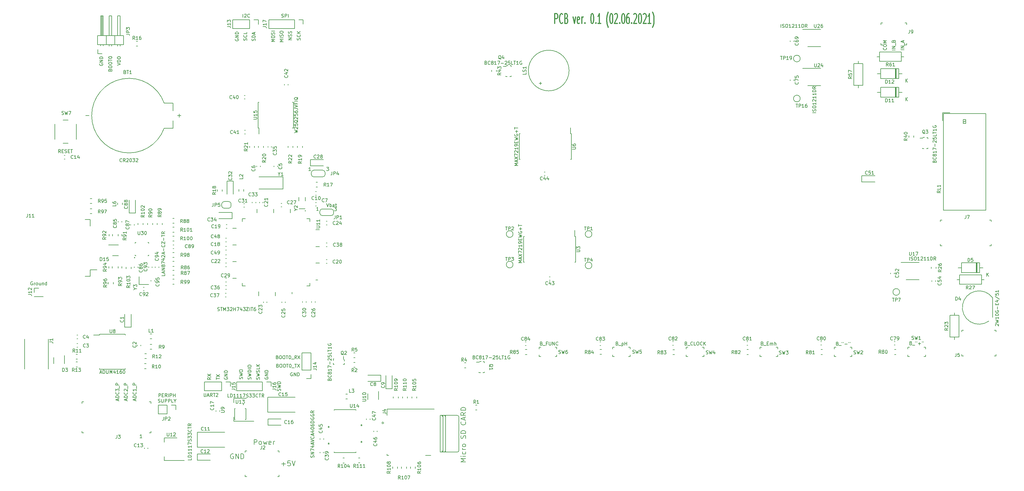
<source format=gbr>
%TF.GenerationSoftware,KiCad,Pcbnew,5.1.10-88a1d61d58~88~ubuntu20.04.1*%
%TF.CreationDate,2021-06-07T10:07:20+07:00*%
%TF.ProjectId,Schema_and_PCB,53636865-6d61-45f6-916e-645f5043422e,v0.1*%
%TF.SameCoordinates,Original*%
%TF.FileFunction,Legend,Top*%
%TF.FilePolarity,Positive*%
%FSLAX46Y46*%
G04 Gerber Fmt 4.6, Leading zero omitted, Abs format (unit mm)*
G04 Created by KiCad (PCBNEW 5.1.10-88a1d61d58~88~ubuntu20.04.1) date 2021-06-07 10:07:20*
%MOMM*%
%LPD*%
G01*
G04 APERTURE LIST*
%ADD10C,0.150000*%
%ADD11C,0.300000*%
%ADD12C,0.155000*%
G04 APERTURE END LIST*
D10*
X91759066Y-189653538D02*
X91759066Y-189177347D01*
X92044780Y-189748776D02*
X91044780Y-189415442D01*
X92044780Y-189082109D01*
X92044780Y-188748776D02*
X91044780Y-188748776D01*
X91044780Y-188510680D01*
X91092400Y-188367823D01*
X91187638Y-188272585D01*
X91282876Y-188224966D01*
X91473352Y-188177347D01*
X91616209Y-188177347D01*
X91806685Y-188224966D01*
X91901923Y-188272585D01*
X91997161Y-188367823D01*
X92044780Y-188510680D01*
X92044780Y-188748776D01*
X91949542Y-187177347D02*
X91997161Y-187224966D01*
X92044780Y-187367823D01*
X92044780Y-187463061D01*
X91997161Y-187605919D01*
X91901923Y-187701157D01*
X91806685Y-187748776D01*
X91616209Y-187796395D01*
X91473352Y-187796395D01*
X91282876Y-187748776D01*
X91187638Y-187701157D01*
X91092400Y-187605919D01*
X91044780Y-187463061D01*
X91044780Y-187367823D01*
X91092400Y-187224966D01*
X91140019Y-187177347D01*
X91044780Y-186844014D02*
X91044780Y-186224966D01*
X91425733Y-186558300D01*
X91425733Y-186415442D01*
X91473352Y-186320204D01*
X91520971Y-186272585D01*
X91616209Y-186224966D01*
X91854304Y-186224966D01*
X91949542Y-186272585D01*
X91997161Y-186320204D01*
X92044780Y-186415442D01*
X92044780Y-186701157D01*
X91997161Y-186796395D01*
X91949542Y-186844014D01*
X92140019Y-186034490D02*
X92140019Y-185272585D01*
X92044780Y-185034490D02*
X91044780Y-185034490D01*
X91044780Y-184653538D01*
X91092400Y-184558300D01*
X91140019Y-184510680D01*
X91235257Y-184463061D01*
X91378114Y-184463061D01*
X91473352Y-184510680D01*
X91520971Y-184558300D01*
X91568590Y-184653538D01*
X91568590Y-185034490D01*
X94286366Y-189678938D02*
X94286366Y-189202747D01*
X94572080Y-189774176D02*
X93572080Y-189440842D01*
X94572080Y-189107509D01*
X94572080Y-188774176D02*
X93572080Y-188774176D01*
X93572080Y-188536080D01*
X93619700Y-188393223D01*
X93714938Y-188297985D01*
X93810176Y-188250366D01*
X94000652Y-188202747D01*
X94143509Y-188202747D01*
X94333985Y-188250366D01*
X94429223Y-188297985D01*
X94524461Y-188393223D01*
X94572080Y-188536080D01*
X94572080Y-188774176D01*
X94476842Y-187202747D02*
X94524461Y-187250366D01*
X94572080Y-187393223D01*
X94572080Y-187488461D01*
X94524461Y-187631319D01*
X94429223Y-187726557D01*
X94333985Y-187774176D01*
X94143509Y-187821795D01*
X94000652Y-187821795D01*
X93810176Y-187774176D01*
X93714938Y-187726557D01*
X93619700Y-187631319D01*
X93572080Y-187488461D01*
X93572080Y-187393223D01*
X93619700Y-187250366D01*
X93667319Y-187202747D01*
X93667319Y-186821795D02*
X93619700Y-186774176D01*
X93572080Y-186678938D01*
X93572080Y-186440842D01*
X93619700Y-186345604D01*
X93667319Y-186297985D01*
X93762557Y-186250366D01*
X93857795Y-186250366D01*
X94000652Y-186297985D01*
X94572080Y-186869414D01*
X94572080Y-186250366D01*
X94667319Y-186059890D02*
X94667319Y-185297985D01*
X94572080Y-185059890D02*
X93572080Y-185059890D01*
X93572080Y-184678938D01*
X93619700Y-184583700D01*
X93667319Y-184536080D01*
X93762557Y-184488461D01*
X93905414Y-184488461D01*
X94000652Y-184536080D01*
X94048271Y-184583700D01*
X94095890Y-184678938D01*
X94095890Y-185059890D01*
X96915266Y-189653538D02*
X96915266Y-189177347D01*
X97200980Y-189748776D02*
X96200980Y-189415442D01*
X97200980Y-189082109D01*
X97200980Y-188748776D02*
X96200980Y-188748776D01*
X96200980Y-188510680D01*
X96248600Y-188367823D01*
X96343838Y-188272585D01*
X96439076Y-188224966D01*
X96629552Y-188177347D01*
X96772409Y-188177347D01*
X96962885Y-188224966D01*
X97058123Y-188272585D01*
X97153361Y-188367823D01*
X97200980Y-188510680D01*
X97200980Y-188748776D01*
X97105742Y-187177347D02*
X97153361Y-187224966D01*
X97200980Y-187367823D01*
X97200980Y-187463061D01*
X97153361Y-187605919D01*
X97058123Y-187701157D01*
X96962885Y-187748776D01*
X96772409Y-187796395D01*
X96629552Y-187796395D01*
X96439076Y-187748776D01*
X96343838Y-187701157D01*
X96248600Y-187605919D01*
X96200980Y-187463061D01*
X96200980Y-187367823D01*
X96248600Y-187224966D01*
X96296219Y-187177347D01*
X97200980Y-186224966D02*
X97200980Y-186796395D01*
X97200980Y-186510680D02*
X96200980Y-186510680D01*
X96343838Y-186605919D01*
X96439076Y-186701157D01*
X96486695Y-186796395D01*
X97296219Y-186034490D02*
X97296219Y-185272585D01*
X97200980Y-185034490D02*
X96200980Y-185034490D01*
X96200980Y-184653538D01*
X96248600Y-184558300D01*
X96296219Y-184510680D01*
X96391457Y-184463061D01*
X96534314Y-184463061D01*
X96629552Y-184510680D01*
X96677171Y-184558300D01*
X96724790Y-184653538D01*
X96724790Y-185034490D01*
X129173409Y-74823580D02*
X129173409Y-73823580D01*
X129601980Y-73918819D02*
X129649600Y-73871200D01*
X129744838Y-73823580D01*
X129982933Y-73823580D01*
X130078171Y-73871200D01*
X130125790Y-73918819D01*
X130173409Y-74014057D01*
X130173409Y-74109295D01*
X130125790Y-74252152D01*
X129554361Y-74823580D01*
X130173409Y-74823580D01*
X131173409Y-74728342D02*
X131125790Y-74775961D01*
X130982933Y-74823580D01*
X130887695Y-74823580D01*
X130744838Y-74775961D01*
X130649600Y-74680723D01*
X130601980Y-74585485D01*
X130554361Y-74395009D01*
X130554361Y-74252152D01*
X130601980Y-74061676D01*
X130649600Y-73966438D01*
X130744838Y-73871200D01*
X130887695Y-73823580D01*
X130982933Y-73823580D01*
X131125790Y-73871200D01*
X131173409Y-73918819D01*
X126906400Y-81318004D02*
X126858780Y-81413242D01*
X126858780Y-81556100D01*
X126906400Y-81698957D01*
X127001638Y-81794195D01*
X127096876Y-81841814D01*
X127287352Y-81889433D01*
X127430209Y-81889433D01*
X127620685Y-81841814D01*
X127715923Y-81794195D01*
X127811161Y-81698957D01*
X127858780Y-81556100D01*
X127858780Y-81460861D01*
X127811161Y-81318004D01*
X127763542Y-81270385D01*
X127430209Y-81270385D01*
X127430209Y-81460861D01*
X127858780Y-80841814D02*
X126858780Y-80841814D01*
X127858780Y-80270385D01*
X126858780Y-80270385D01*
X127858780Y-79794195D02*
X126858780Y-79794195D01*
X126858780Y-79556100D01*
X126906400Y-79413242D01*
X127001638Y-79318004D01*
X127096876Y-79270385D01*
X127287352Y-79222766D01*
X127430209Y-79222766D01*
X127620685Y-79270385D01*
X127715923Y-79318004D01*
X127811161Y-79413242D01*
X127858780Y-79556100D01*
X127858780Y-79794195D01*
X132814961Y-81808485D02*
X132862580Y-81665628D01*
X132862580Y-81427533D01*
X132814961Y-81332295D01*
X132767342Y-81284676D01*
X132672104Y-81237057D01*
X132576866Y-81237057D01*
X132481628Y-81284676D01*
X132434009Y-81332295D01*
X132386390Y-81427533D01*
X132338771Y-81618009D01*
X132291152Y-81713247D01*
X132243533Y-81760866D01*
X132148295Y-81808485D01*
X132053057Y-81808485D01*
X131957819Y-81760866D01*
X131910200Y-81713247D01*
X131862580Y-81618009D01*
X131862580Y-81379914D01*
X131910200Y-81237057D01*
X132862580Y-80808485D02*
X131862580Y-80808485D01*
X131862580Y-80570390D01*
X131910200Y-80427533D01*
X132005438Y-80332295D01*
X132100676Y-80284676D01*
X132291152Y-80237057D01*
X132434009Y-80237057D01*
X132624485Y-80284676D01*
X132719723Y-80332295D01*
X132814961Y-80427533D01*
X132862580Y-80570390D01*
X132862580Y-80808485D01*
X132576866Y-79856104D02*
X132576866Y-79379914D01*
X132862580Y-79951342D02*
X131862580Y-79618009D01*
X132862580Y-79284676D01*
X130313061Y-81733876D02*
X130360680Y-81591019D01*
X130360680Y-81352923D01*
X130313061Y-81257685D01*
X130265442Y-81210066D01*
X130170204Y-81162447D01*
X130074966Y-81162447D01*
X129979728Y-81210066D01*
X129932109Y-81257685D01*
X129884490Y-81352923D01*
X129836871Y-81543400D01*
X129789252Y-81638638D01*
X129741633Y-81686257D01*
X129646395Y-81733876D01*
X129551157Y-81733876D01*
X129455919Y-81686257D01*
X129408300Y-81638638D01*
X129360680Y-81543400D01*
X129360680Y-81305304D01*
X129408300Y-81162447D01*
X130265442Y-80162447D02*
X130313061Y-80210066D01*
X130360680Y-80352923D01*
X130360680Y-80448161D01*
X130313061Y-80591019D01*
X130217823Y-80686257D01*
X130122585Y-80733876D01*
X129932109Y-80781495D01*
X129789252Y-80781495D01*
X129598776Y-80733876D01*
X129503538Y-80686257D01*
X129408300Y-80591019D01*
X129360680Y-80448161D01*
X129360680Y-80352923D01*
X129408300Y-80210066D01*
X129455919Y-80162447D01*
X130360680Y-79257685D02*
X130360680Y-79733876D01*
X129360680Y-79733876D01*
D11*
X222556657Y-76680842D02*
X222556657Y-73680842D01*
X223128085Y-73680842D01*
X223270942Y-73823700D01*
X223342371Y-73966557D01*
X223413800Y-74252271D01*
X223413800Y-74680842D01*
X223342371Y-74966557D01*
X223270942Y-75109414D01*
X223128085Y-75252271D01*
X222556657Y-75252271D01*
X224913800Y-76395128D02*
X224842371Y-76537985D01*
X224628085Y-76680842D01*
X224485228Y-76680842D01*
X224270942Y-76537985D01*
X224128085Y-76252271D01*
X224056657Y-75966557D01*
X223985228Y-75395128D01*
X223985228Y-74966557D01*
X224056657Y-74395128D01*
X224128085Y-74109414D01*
X224270942Y-73823700D01*
X224485228Y-73680842D01*
X224628085Y-73680842D01*
X224842371Y-73823700D01*
X224913800Y-73966557D01*
X226056657Y-75109414D02*
X226270942Y-75252271D01*
X226342371Y-75395128D01*
X226413800Y-75680842D01*
X226413800Y-76109414D01*
X226342371Y-76395128D01*
X226270942Y-76537985D01*
X226128085Y-76680842D01*
X225556657Y-76680842D01*
X225556657Y-73680842D01*
X226056657Y-73680842D01*
X226199514Y-73823700D01*
X226270942Y-73966557D01*
X226342371Y-74252271D01*
X226342371Y-74537985D01*
X226270942Y-74823700D01*
X226199514Y-74966557D01*
X226056657Y-75109414D01*
X225556657Y-75109414D01*
X228056657Y-74680842D02*
X228413800Y-76680842D01*
X228770942Y-74680842D01*
X229913800Y-76537985D02*
X229770942Y-76680842D01*
X229485228Y-76680842D01*
X229342371Y-76537985D01*
X229270942Y-76252271D01*
X229270942Y-75109414D01*
X229342371Y-74823700D01*
X229485228Y-74680842D01*
X229770942Y-74680842D01*
X229913800Y-74823700D01*
X229985228Y-75109414D01*
X229985228Y-75395128D01*
X229270942Y-75680842D01*
X230628085Y-76680842D02*
X230628085Y-74680842D01*
X230628085Y-75252271D02*
X230699514Y-74966557D01*
X230770942Y-74823700D01*
X230913800Y-74680842D01*
X231056657Y-74680842D01*
X231556657Y-76395128D02*
X231628085Y-76537985D01*
X231556657Y-76680842D01*
X231485228Y-76537985D01*
X231556657Y-76395128D01*
X231556657Y-76680842D01*
X233699514Y-73680842D02*
X233842371Y-73680842D01*
X233985228Y-73823700D01*
X234056657Y-73966557D01*
X234128085Y-74252271D01*
X234199514Y-74823700D01*
X234199514Y-75537985D01*
X234128085Y-76109414D01*
X234056657Y-76395128D01*
X233985228Y-76537985D01*
X233842371Y-76680842D01*
X233699514Y-76680842D01*
X233556657Y-76537985D01*
X233485228Y-76395128D01*
X233413800Y-76109414D01*
X233342371Y-75537985D01*
X233342371Y-74823700D01*
X233413800Y-74252271D01*
X233485228Y-73966557D01*
X233556657Y-73823700D01*
X233699514Y-73680842D01*
X234842371Y-76395128D02*
X234913800Y-76537985D01*
X234842371Y-76680842D01*
X234770942Y-76537985D01*
X234842371Y-76395128D01*
X234842371Y-76680842D01*
X236342371Y-76680842D02*
X235485228Y-76680842D01*
X235913800Y-76680842D02*
X235913800Y-73680842D01*
X235770942Y-74109414D01*
X235628085Y-74395128D01*
X235485228Y-74537985D01*
X238556657Y-77823700D02*
X238485228Y-77680842D01*
X238342371Y-77252271D01*
X238270942Y-76966557D01*
X238199514Y-76537985D01*
X238128085Y-75823700D01*
X238128085Y-75252271D01*
X238199514Y-74537985D01*
X238270942Y-74109414D01*
X238342371Y-73823700D01*
X238485228Y-73395128D01*
X238556657Y-73252271D01*
X239413800Y-73680842D02*
X239556657Y-73680842D01*
X239699514Y-73823700D01*
X239770942Y-73966557D01*
X239842371Y-74252271D01*
X239913800Y-74823700D01*
X239913800Y-75537985D01*
X239842371Y-76109414D01*
X239770942Y-76395128D01*
X239699514Y-76537985D01*
X239556657Y-76680842D01*
X239413800Y-76680842D01*
X239270942Y-76537985D01*
X239199514Y-76395128D01*
X239128085Y-76109414D01*
X239056657Y-75537985D01*
X239056657Y-74823700D01*
X239128085Y-74252271D01*
X239199514Y-73966557D01*
X239270942Y-73823700D01*
X239413800Y-73680842D01*
X240485228Y-73966557D02*
X240556657Y-73823700D01*
X240699514Y-73680842D01*
X241056657Y-73680842D01*
X241199514Y-73823700D01*
X241270942Y-73966557D01*
X241342371Y-74252271D01*
X241342371Y-74537985D01*
X241270942Y-74966557D01*
X240413800Y-76680842D01*
X241342371Y-76680842D01*
X241985228Y-76395128D02*
X242056657Y-76537985D01*
X241985228Y-76680842D01*
X241913800Y-76537985D01*
X241985228Y-76395128D01*
X241985228Y-76680842D01*
X242985228Y-73680842D02*
X243128085Y-73680842D01*
X243270942Y-73823700D01*
X243342371Y-73966557D01*
X243413800Y-74252271D01*
X243485228Y-74823700D01*
X243485228Y-75537985D01*
X243413800Y-76109414D01*
X243342371Y-76395128D01*
X243270942Y-76537985D01*
X243128085Y-76680842D01*
X242985228Y-76680842D01*
X242842371Y-76537985D01*
X242770942Y-76395128D01*
X242699514Y-76109414D01*
X242628085Y-75537985D01*
X242628085Y-74823700D01*
X242699514Y-74252271D01*
X242770942Y-73966557D01*
X242842371Y-73823700D01*
X242985228Y-73680842D01*
X244770942Y-73680842D02*
X244485228Y-73680842D01*
X244342371Y-73823700D01*
X244270942Y-73966557D01*
X244128085Y-74395128D01*
X244056657Y-74966557D01*
X244056657Y-76109414D01*
X244128085Y-76395128D01*
X244199514Y-76537985D01*
X244342371Y-76680842D01*
X244628085Y-76680842D01*
X244770942Y-76537985D01*
X244842371Y-76395128D01*
X244913800Y-76109414D01*
X244913800Y-75395128D01*
X244842371Y-75109414D01*
X244770942Y-74966557D01*
X244628085Y-74823700D01*
X244342371Y-74823700D01*
X244199514Y-74966557D01*
X244128085Y-75109414D01*
X244056657Y-75395128D01*
X245556657Y-76395128D02*
X245628085Y-76537985D01*
X245556657Y-76680842D01*
X245485228Y-76537985D01*
X245556657Y-76395128D01*
X245556657Y-76680842D01*
X246199514Y-73966557D02*
X246270942Y-73823700D01*
X246413800Y-73680842D01*
X246770942Y-73680842D01*
X246913800Y-73823700D01*
X246985228Y-73966557D01*
X247056657Y-74252271D01*
X247056657Y-74537985D01*
X246985228Y-74966557D01*
X246128085Y-76680842D01*
X247056657Y-76680842D01*
X247985228Y-73680842D02*
X248128085Y-73680842D01*
X248270942Y-73823700D01*
X248342371Y-73966557D01*
X248413800Y-74252271D01*
X248485228Y-74823700D01*
X248485228Y-75537985D01*
X248413800Y-76109414D01*
X248342371Y-76395128D01*
X248270942Y-76537985D01*
X248128085Y-76680842D01*
X247985228Y-76680842D01*
X247842371Y-76537985D01*
X247770942Y-76395128D01*
X247699514Y-76109414D01*
X247628085Y-75537985D01*
X247628085Y-74823700D01*
X247699514Y-74252271D01*
X247770942Y-73966557D01*
X247842371Y-73823700D01*
X247985228Y-73680842D01*
X249056657Y-73966557D02*
X249128085Y-73823700D01*
X249270942Y-73680842D01*
X249628085Y-73680842D01*
X249770942Y-73823700D01*
X249842371Y-73966557D01*
X249913800Y-74252271D01*
X249913800Y-74537985D01*
X249842371Y-74966557D01*
X248985228Y-76680842D01*
X249913800Y-76680842D01*
X251342371Y-76680842D02*
X250485228Y-76680842D01*
X250913800Y-76680842D02*
X250913800Y-73680842D01*
X250770942Y-74109414D01*
X250628085Y-74395128D01*
X250485228Y-74537985D01*
X251842371Y-77823700D02*
X251913800Y-77680842D01*
X252056657Y-77252271D01*
X252128085Y-76966557D01*
X252199514Y-76537985D01*
X252270942Y-75823700D01*
X252270942Y-75252271D01*
X252199514Y-74537985D01*
X252128085Y-74109414D01*
X252056657Y-73823700D01*
X251913800Y-73395128D01*
X251842371Y-73252271D01*
D12*
X152107900Y-138493500D02*
X150990300Y-138493500D01*
X152095200Y-143510000D02*
X150977600Y-143510000D01*
X152120600Y-148488400D02*
X151003000Y-148488400D01*
X151561800Y-153517600D02*
X150990300Y-153517600D01*
X143840200Y-157683200D02*
X143840200Y-157149800D01*
X138836400Y-158254700D02*
X138836400Y-157137100D01*
X133845300Y-158267400D02*
X133858000Y-157035500D01*
X127165100Y-153009600D02*
X126047500Y-153009600D01*
X127203200Y-148018500D02*
X126085600Y-148018500D01*
X127190500Y-143002000D02*
X126072900Y-143002000D01*
X127215900Y-138010900D02*
X126098300Y-138010900D01*
X133350000Y-133362700D02*
X133350000Y-132245100D01*
X138366500Y-133375400D02*
X138366500Y-132257800D01*
X143332200Y-133413500D02*
X143332200Y-132295900D01*
D10*
X329208023Y-172445371D02*
X329350880Y-172492990D01*
X329398500Y-172540609D01*
X329446119Y-172635847D01*
X329446119Y-172778704D01*
X329398500Y-172873942D01*
X329350880Y-172921561D01*
X329255642Y-172969180D01*
X328874690Y-172969180D01*
X328874690Y-171969180D01*
X329208023Y-171969180D01*
X329303261Y-172016800D01*
X329350880Y-172064419D01*
X329398500Y-172159657D01*
X329398500Y-172254895D01*
X329350880Y-172350133D01*
X329303261Y-172397752D01*
X329208023Y-172445371D01*
X328874690Y-172445371D01*
X329636595Y-173064419D02*
X330398500Y-173064419D01*
X330588976Y-171969180D02*
X330588976Y-172159657D01*
X330969928Y-171969180D02*
X330969928Y-172159657D01*
X331398500Y-172588228D02*
X332160404Y-172588228D01*
X331779452Y-172969180D02*
X331779452Y-172207276D01*
X332588976Y-171969180D02*
X332588976Y-172159657D01*
X332969928Y-171969180D02*
X332969928Y-172159657D01*
X307198923Y-172597771D02*
X307341780Y-172645390D01*
X307389400Y-172693009D01*
X307437019Y-172788247D01*
X307437019Y-172931104D01*
X307389400Y-173026342D01*
X307341780Y-173073961D01*
X307246542Y-173121580D01*
X306865590Y-173121580D01*
X306865590Y-172121580D01*
X307198923Y-172121580D01*
X307294161Y-172169200D01*
X307341780Y-172216819D01*
X307389400Y-172312057D01*
X307389400Y-172407295D01*
X307341780Y-172502533D01*
X307294161Y-172550152D01*
X307198923Y-172597771D01*
X306865590Y-172597771D01*
X307627495Y-173216819D02*
X308389400Y-173216819D01*
X308579876Y-172121580D02*
X308579876Y-172312057D01*
X308960828Y-172121580D02*
X308960828Y-172312057D01*
X309389400Y-172740628D02*
X310151304Y-172740628D01*
X310579876Y-172121580D02*
X310579876Y-172312057D01*
X310960828Y-172121580D02*
X310960828Y-172312057D01*
X284694547Y-172559671D02*
X284837404Y-172607290D01*
X284885023Y-172654909D01*
X284932642Y-172750147D01*
X284932642Y-172893004D01*
X284885023Y-172988242D01*
X284837404Y-173035861D01*
X284742166Y-173083480D01*
X284361214Y-173083480D01*
X284361214Y-172083480D01*
X284694547Y-172083480D01*
X284789785Y-172131100D01*
X284837404Y-172178719D01*
X284885023Y-172273957D01*
X284885023Y-172369195D01*
X284837404Y-172464433D01*
X284789785Y-172512052D01*
X284694547Y-172559671D01*
X284361214Y-172559671D01*
X285123119Y-173178719D02*
X285885023Y-173178719D01*
X286123119Y-172559671D02*
X286456452Y-172559671D01*
X286599309Y-173083480D02*
X286123119Y-173083480D01*
X286123119Y-172083480D01*
X286599309Y-172083480D01*
X287027880Y-173083480D02*
X287027880Y-172416814D01*
X287027880Y-172512052D02*
X287075500Y-172464433D01*
X287170738Y-172416814D01*
X287313595Y-172416814D01*
X287408833Y-172464433D01*
X287456452Y-172559671D01*
X287456452Y-173083480D01*
X287456452Y-172559671D02*
X287504071Y-172464433D01*
X287599309Y-172416814D01*
X287742166Y-172416814D01*
X287837404Y-172464433D01*
X287885023Y-172559671D01*
X287885023Y-173083480D01*
X288361214Y-173083480D02*
X288361214Y-172083480D01*
X288789785Y-173083480D02*
X288789785Y-172559671D01*
X288742166Y-172464433D01*
X288646928Y-172416814D01*
X288504071Y-172416814D01*
X288408833Y-172464433D01*
X288361214Y-172512052D01*
X261866404Y-172572371D02*
X262009261Y-172619990D01*
X262056880Y-172667609D01*
X262104500Y-172762847D01*
X262104500Y-172905704D01*
X262056880Y-173000942D01*
X262009261Y-173048561D01*
X261914023Y-173096180D01*
X261533071Y-173096180D01*
X261533071Y-172096180D01*
X261866404Y-172096180D01*
X261961642Y-172143800D01*
X262009261Y-172191419D01*
X262056880Y-172286657D01*
X262056880Y-172381895D01*
X262009261Y-172477133D01*
X261961642Y-172524752D01*
X261866404Y-172572371D01*
X261533071Y-172572371D01*
X262294976Y-173191419D02*
X263056880Y-173191419D01*
X263866404Y-173000942D02*
X263818785Y-173048561D01*
X263675928Y-173096180D01*
X263580690Y-173096180D01*
X263437833Y-173048561D01*
X263342595Y-172953323D01*
X263294976Y-172858085D01*
X263247357Y-172667609D01*
X263247357Y-172524752D01*
X263294976Y-172334276D01*
X263342595Y-172239038D01*
X263437833Y-172143800D01*
X263580690Y-172096180D01*
X263675928Y-172096180D01*
X263818785Y-172143800D01*
X263866404Y-172191419D01*
X264771166Y-173096180D02*
X264294976Y-173096180D01*
X264294976Y-172096180D01*
X265294976Y-172096180D02*
X265485452Y-172096180D01*
X265580690Y-172143800D01*
X265675928Y-172239038D01*
X265723547Y-172429514D01*
X265723547Y-172762847D01*
X265675928Y-172953323D01*
X265580690Y-173048561D01*
X265485452Y-173096180D01*
X265294976Y-173096180D01*
X265199738Y-173048561D01*
X265104500Y-172953323D01*
X265056880Y-172762847D01*
X265056880Y-172429514D01*
X265104500Y-172239038D01*
X265199738Y-172143800D01*
X265294976Y-172096180D01*
X266723547Y-173000942D02*
X266675928Y-173048561D01*
X266533071Y-173096180D01*
X266437833Y-173096180D01*
X266294976Y-173048561D01*
X266199738Y-172953323D01*
X266152119Y-172858085D01*
X266104500Y-172667609D01*
X266104500Y-172524752D01*
X266152119Y-172334276D01*
X266199738Y-172239038D01*
X266294976Y-172143800D01*
X266437833Y-172096180D01*
X266533071Y-172096180D01*
X266675928Y-172143800D01*
X266723547Y-172191419D01*
X267152119Y-173096180D02*
X267152119Y-172096180D01*
X267723547Y-173096180D02*
X267294976Y-172524752D01*
X267723547Y-172096180D02*
X267152119Y-172667609D01*
X241208085Y-172559671D02*
X241350942Y-172607290D01*
X241398561Y-172654909D01*
X241446180Y-172750147D01*
X241446180Y-172893004D01*
X241398561Y-172988242D01*
X241350942Y-173035861D01*
X241255704Y-173083480D01*
X240874752Y-173083480D01*
X240874752Y-172083480D01*
X241208085Y-172083480D01*
X241303323Y-172131100D01*
X241350942Y-172178719D01*
X241398561Y-172273957D01*
X241398561Y-172369195D01*
X241350942Y-172464433D01*
X241303323Y-172512052D01*
X241208085Y-172559671D01*
X240874752Y-172559671D01*
X241636657Y-173178719D02*
X242398561Y-173178719D01*
X242636657Y-172416814D02*
X242636657Y-173416814D01*
X242636657Y-172464433D02*
X242731895Y-172416814D01*
X242922371Y-172416814D01*
X243017609Y-172464433D01*
X243065228Y-172512052D01*
X243112847Y-172607290D01*
X243112847Y-172893004D01*
X243065228Y-172988242D01*
X243017609Y-173035861D01*
X242922371Y-173083480D01*
X242731895Y-173083480D01*
X242636657Y-173035861D01*
X243541419Y-173083480D02*
X243541419Y-172083480D01*
X243541419Y-172559671D02*
X244112847Y-172559671D01*
X244112847Y-173083480D02*
X244112847Y-172083480D01*
X218554585Y-172559671D02*
X218697442Y-172607290D01*
X218745061Y-172654909D01*
X218792680Y-172750147D01*
X218792680Y-172893004D01*
X218745061Y-172988242D01*
X218697442Y-173035861D01*
X218602204Y-173083480D01*
X218221252Y-173083480D01*
X218221252Y-172083480D01*
X218554585Y-172083480D01*
X218649823Y-172131100D01*
X218697442Y-172178719D01*
X218745061Y-172273957D01*
X218745061Y-172369195D01*
X218697442Y-172464433D01*
X218649823Y-172512052D01*
X218554585Y-172559671D01*
X218221252Y-172559671D01*
X218983157Y-173178719D02*
X219745061Y-173178719D01*
X220316490Y-172559671D02*
X219983157Y-172559671D01*
X219983157Y-173083480D02*
X219983157Y-172083480D01*
X220459347Y-172083480D01*
X220840300Y-172083480D02*
X220840300Y-172893004D01*
X220887919Y-172988242D01*
X220935538Y-173035861D01*
X221030776Y-173083480D01*
X221221252Y-173083480D01*
X221316490Y-173035861D01*
X221364109Y-172988242D01*
X221411728Y-172893004D01*
X221411728Y-172083480D01*
X221887919Y-173083480D02*
X221887919Y-172083480D01*
X222459347Y-173083480D01*
X222459347Y-172083480D01*
X223506966Y-172988242D02*
X223459347Y-173035861D01*
X223316490Y-173083480D01*
X223221252Y-173083480D01*
X223078395Y-173035861D01*
X222983157Y-172940623D01*
X222935538Y-172845385D01*
X222887919Y-172654909D01*
X222887919Y-172512052D01*
X222935538Y-172321576D01*
X222983157Y-172226338D01*
X223078395Y-172131100D01*
X223221252Y-172083480D01*
X223316490Y-172083480D01*
X223459347Y-172131100D01*
X223506966Y-172178719D01*
X140396861Y-186751742D02*
X140444480Y-186608885D01*
X140444480Y-186370790D01*
X140396861Y-186275552D01*
X140349242Y-186227933D01*
X140254004Y-186180314D01*
X140158766Y-186180314D01*
X140063528Y-186227933D01*
X140015909Y-186275552D01*
X139968290Y-186370790D01*
X139920671Y-186561266D01*
X139873052Y-186656504D01*
X139825433Y-186704123D01*
X139730195Y-186751742D01*
X139634957Y-186751742D01*
X139539719Y-186704123D01*
X139492100Y-186656504D01*
X139444480Y-186561266D01*
X139444480Y-186323171D01*
X139492100Y-186180314D01*
X139444480Y-185846980D02*
X140444480Y-185608885D01*
X139730195Y-185418409D01*
X140444480Y-185227933D01*
X139444480Y-184989838D01*
X140444480Y-184608885D02*
X139444480Y-184608885D01*
X139444480Y-184370790D01*
X139492100Y-184227933D01*
X139587338Y-184132695D01*
X139682576Y-184085076D01*
X139873052Y-184037457D01*
X140015909Y-184037457D01*
X140206385Y-184085076D01*
X140301623Y-184132695D01*
X140396861Y-184227933D01*
X140444480Y-184370790D01*
X140444480Y-184608885D01*
X146302361Y-81613214D02*
X146349980Y-81470357D01*
X146349980Y-81232261D01*
X146302361Y-81137023D01*
X146254742Y-81089404D01*
X146159504Y-81041785D01*
X146064266Y-81041785D01*
X145969028Y-81089404D01*
X145921409Y-81137023D01*
X145873790Y-81232261D01*
X145826171Y-81422738D01*
X145778552Y-81517976D01*
X145730933Y-81565595D01*
X145635695Y-81613214D01*
X145540457Y-81613214D01*
X145445219Y-81565595D01*
X145397600Y-81517976D01*
X145349980Y-81422738D01*
X145349980Y-81184642D01*
X145397600Y-81041785D01*
X146254742Y-80041785D02*
X146302361Y-80089404D01*
X146349980Y-80232261D01*
X146349980Y-80327500D01*
X146302361Y-80470357D01*
X146207123Y-80565595D01*
X146111885Y-80613214D01*
X145921409Y-80660833D01*
X145778552Y-80660833D01*
X145588076Y-80613214D01*
X145492838Y-80565595D01*
X145397600Y-80470357D01*
X145349980Y-80327500D01*
X145349980Y-80232261D01*
X145397600Y-80089404D01*
X145445219Y-80041785D01*
X146349980Y-79613214D02*
X145349980Y-79613214D01*
X146349980Y-79041785D02*
X145778552Y-79470357D01*
X145349980Y-79041785D02*
X145921409Y-79613214D01*
X143759180Y-81552895D02*
X142759180Y-81552895D01*
X143759180Y-80981466D01*
X142759180Y-80981466D01*
X143711561Y-80552895D02*
X143759180Y-80410038D01*
X143759180Y-80171942D01*
X143711561Y-80076704D01*
X143663942Y-80029085D01*
X143568704Y-79981466D01*
X143473466Y-79981466D01*
X143378228Y-80029085D01*
X143330609Y-80076704D01*
X143282990Y-80171942D01*
X143235371Y-80362419D01*
X143187752Y-80457657D01*
X143140133Y-80505276D01*
X143044895Y-80552895D01*
X142949657Y-80552895D01*
X142854419Y-80505276D01*
X142806800Y-80457657D01*
X142759180Y-80362419D01*
X142759180Y-80124323D01*
X142806800Y-79981466D01*
X143711561Y-79600514D02*
X143759180Y-79457657D01*
X143759180Y-79219561D01*
X143711561Y-79124323D01*
X143663942Y-79076704D01*
X143568704Y-79029085D01*
X143473466Y-79029085D01*
X143378228Y-79076704D01*
X143330609Y-79124323D01*
X143282990Y-79219561D01*
X143235371Y-79410038D01*
X143187752Y-79505276D01*
X143140133Y-79552895D01*
X143044895Y-79600514D01*
X142949657Y-79600514D01*
X142854419Y-79552895D01*
X142806800Y-79505276D01*
X142759180Y-79410038D01*
X142759180Y-79171942D01*
X142806800Y-79029085D01*
X141206480Y-82140228D02*
X140206480Y-82140228D01*
X140920766Y-81806895D01*
X140206480Y-81473561D01*
X141206480Y-81473561D01*
X141206480Y-80997371D02*
X140206480Y-80997371D01*
X141158861Y-80568800D02*
X141206480Y-80425942D01*
X141206480Y-80187847D01*
X141158861Y-80092609D01*
X141111242Y-80044990D01*
X141016004Y-79997371D01*
X140920766Y-79997371D01*
X140825528Y-80044990D01*
X140777909Y-80092609D01*
X140730290Y-80187847D01*
X140682671Y-80378323D01*
X140635052Y-80473561D01*
X140587433Y-80521180D01*
X140492195Y-80568800D01*
X140396957Y-80568800D01*
X140301719Y-80521180D01*
X140254100Y-80473561D01*
X140206480Y-80378323D01*
X140206480Y-80140228D01*
X140254100Y-79997371D01*
X140206480Y-79378323D02*
X140206480Y-79187847D01*
X140254100Y-79092609D01*
X140349338Y-78997371D01*
X140539814Y-78949752D01*
X140873147Y-78949752D01*
X141063623Y-78997371D01*
X141158861Y-79092609D01*
X141206480Y-79187847D01*
X141206480Y-79378323D01*
X141158861Y-79473561D01*
X141063623Y-79568800D01*
X140873147Y-79616419D01*
X140539814Y-79616419D01*
X140349338Y-79568800D01*
X140254100Y-79473561D01*
X140206480Y-79378323D01*
X138666480Y-82114828D02*
X137666480Y-82114828D01*
X138380766Y-81781495D01*
X137666480Y-81448161D01*
X138666480Y-81448161D01*
X137666480Y-80781495D02*
X137666480Y-80591019D01*
X137714100Y-80495780D01*
X137809338Y-80400542D01*
X137999814Y-80352923D01*
X138333147Y-80352923D01*
X138523623Y-80400542D01*
X138618861Y-80495780D01*
X138666480Y-80591019D01*
X138666480Y-80781495D01*
X138618861Y-80876733D01*
X138523623Y-80971971D01*
X138333147Y-81019590D01*
X137999814Y-81019590D01*
X137809338Y-80971971D01*
X137714100Y-80876733D01*
X137666480Y-80781495D01*
X138618861Y-79971971D02*
X138666480Y-79829114D01*
X138666480Y-79591019D01*
X138618861Y-79495780D01*
X138571242Y-79448161D01*
X138476004Y-79400542D01*
X138380766Y-79400542D01*
X138285528Y-79448161D01*
X138237909Y-79495780D01*
X138190290Y-79591019D01*
X138142671Y-79781495D01*
X138095052Y-79876733D01*
X138047433Y-79924352D01*
X137952195Y-79971971D01*
X137856957Y-79971971D01*
X137761719Y-79924352D01*
X137714100Y-79876733D01*
X137666480Y-79781495D01*
X137666480Y-79543400D01*
X137714100Y-79400542D01*
X138666480Y-78971971D02*
X137666480Y-78971971D01*
X140746290Y-74775961D02*
X140889147Y-74823580D01*
X141127242Y-74823580D01*
X141222480Y-74775961D01*
X141270100Y-74728342D01*
X141317719Y-74633104D01*
X141317719Y-74537866D01*
X141270100Y-74442628D01*
X141222480Y-74395009D01*
X141127242Y-74347390D01*
X140936766Y-74299771D01*
X140841528Y-74252152D01*
X140793909Y-74204533D01*
X140746290Y-74109295D01*
X140746290Y-74014057D01*
X140793909Y-73918819D01*
X140841528Y-73871200D01*
X140936766Y-73823580D01*
X141174861Y-73823580D01*
X141317719Y-73871200D01*
X141746290Y-74823580D02*
X141746290Y-73823580D01*
X142127242Y-73823580D01*
X142222480Y-73871200D01*
X142270100Y-73918819D01*
X142317719Y-74014057D01*
X142317719Y-74156914D01*
X142270100Y-74252152D01*
X142222480Y-74299771D01*
X142127242Y-74347390D01*
X141746290Y-74347390D01*
X142746290Y-74823580D02*
X142746290Y-73823580D01*
X139443223Y-176661771D02*
X139586080Y-176709390D01*
X139633700Y-176757009D01*
X139681319Y-176852247D01*
X139681319Y-176995104D01*
X139633700Y-177090342D01*
X139586080Y-177137961D01*
X139490842Y-177185580D01*
X139109890Y-177185580D01*
X139109890Y-176185580D01*
X139443223Y-176185580D01*
X139538461Y-176233200D01*
X139586080Y-176280819D01*
X139633700Y-176376057D01*
X139633700Y-176471295D01*
X139586080Y-176566533D01*
X139538461Y-176614152D01*
X139443223Y-176661771D01*
X139109890Y-176661771D01*
X140300366Y-176185580D02*
X140490842Y-176185580D01*
X140586080Y-176233200D01*
X140681319Y-176328438D01*
X140728938Y-176518914D01*
X140728938Y-176852247D01*
X140681319Y-177042723D01*
X140586080Y-177137961D01*
X140490842Y-177185580D01*
X140300366Y-177185580D01*
X140205128Y-177137961D01*
X140109890Y-177042723D01*
X140062271Y-176852247D01*
X140062271Y-176518914D01*
X140109890Y-176328438D01*
X140205128Y-176233200D01*
X140300366Y-176185580D01*
X141347985Y-176185580D02*
X141538461Y-176185580D01*
X141633700Y-176233200D01*
X141728938Y-176328438D01*
X141776557Y-176518914D01*
X141776557Y-176852247D01*
X141728938Y-177042723D01*
X141633700Y-177137961D01*
X141538461Y-177185580D01*
X141347985Y-177185580D01*
X141252747Y-177137961D01*
X141157509Y-177042723D01*
X141109890Y-176852247D01*
X141109890Y-176518914D01*
X141157509Y-176328438D01*
X141252747Y-176233200D01*
X141347985Y-176185580D01*
X142062271Y-176185580D02*
X142633700Y-176185580D01*
X142347985Y-177185580D02*
X142347985Y-176185580D01*
X143157509Y-176185580D02*
X143252747Y-176185580D01*
X143347985Y-176233200D01*
X143395604Y-176280819D01*
X143443223Y-176376057D01*
X143490842Y-176566533D01*
X143490842Y-176804628D01*
X143443223Y-176995104D01*
X143395604Y-177090342D01*
X143347985Y-177137961D01*
X143252747Y-177185580D01*
X143157509Y-177185580D01*
X143062271Y-177137961D01*
X143014652Y-177090342D01*
X142967033Y-176995104D01*
X142919414Y-176804628D01*
X142919414Y-176566533D01*
X142967033Y-176376057D01*
X143014652Y-176280819D01*
X143062271Y-176233200D01*
X143157509Y-176185580D01*
X143681319Y-177280819D02*
X144443223Y-177280819D01*
X145252747Y-177185580D02*
X144919414Y-176709390D01*
X144681319Y-177185580D02*
X144681319Y-176185580D01*
X145062271Y-176185580D01*
X145157509Y-176233200D01*
X145205128Y-176280819D01*
X145252747Y-176376057D01*
X145252747Y-176518914D01*
X145205128Y-176614152D01*
X145157509Y-176661771D01*
X145062271Y-176709390D01*
X144681319Y-176709390D01*
X145586080Y-176185580D02*
X146252747Y-177185580D01*
X146252747Y-176185580D02*
X145586080Y-177185580D01*
X139562271Y-179214471D02*
X139705128Y-179262090D01*
X139752747Y-179309709D01*
X139800366Y-179404947D01*
X139800366Y-179547804D01*
X139752747Y-179643042D01*
X139705128Y-179690661D01*
X139609890Y-179738280D01*
X139228938Y-179738280D01*
X139228938Y-178738280D01*
X139562271Y-178738280D01*
X139657509Y-178785900D01*
X139705128Y-178833519D01*
X139752747Y-178928757D01*
X139752747Y-179023995D01*
X139705128Y-179119233D01*
X139657509Y-179166852D01*
X139562271Y-179214471D01*
X139228938Y-179214471D01*
X140419414Y-178738280D02*
X140609890Y-178738280D01*
X140705128Y-178785900D01*
X140800366Y-178881138D01*
X140847985Y-179071614D01*
X140847985Y-179404947D01*
X140800366Y-179595423D01*
X140705128Y-179690661D01*
X140609890Y-179738280D01*
X140419414Y-179738280D01*
X140324176Y-179690661D01*
X140228938Y-179595423D01*
X140181319Y-179404947D01*
X140181319Y-179071614D01*
X140228938Y-178881138D01*
X140324176Y-178785900D01*
X140419414Y-178738280D01*
X141467033Y-178738280D02*
X141657509Y-178738280D01*
X141752747Y-178785900D01*
X141847985Y-178881138D01*
X141895604Y-179071614D01*
X141895604Y-179404947D01*
X141847985Y-179595423D01*
X141752747Y-179690661D01*
X141657509Y-179738280D01*
X141467033Y-179738280D01*
X141371795Y-179690661D01*
X141276557Y-179595423D01*
X141228938Y-179404947D01*
X141228938Y-179071614D01*
X141276557Y-178881138D01*
X141371795Y-178785900D01*
X141467033Y-178738280D01*
X142181319Y-178738280D02*
X142752747Y-178738280D01*
X142467033Y-179738280D02*
X142467033Y-178738280D01*
X143276557Y-178738280D02*
X143371795Y-178738280D01*
X143467033Y-178785900D01*
X143514652Y-178833519D01*
X143562271Y-178928757D01*
X143609890Y-179119233D01*
X143609890Y-179357328D01*
X143562271Y-179547804D01*
X143514652Y-179643042D01*
X143467033Y-179690661D01*
X143371795Y-179738280D01*
X143276557Y-179738280D01*
X143181319Y-179690661D01*
X143133700Y-179643042D01*
X143086080Y-179547804D01*
X143038461Y-179357328D01*
X143038461Y-179119233D01*
X143086080Y-178928757D01*
X143133700Y-178833519D01*
X143181319Y-178785900D01*
X143276557Y-178738280D01*
X143800366Y-179833519D02*
X144562271Y-179833519D01*
X144657509Y-178738280D02*
X145228938Y-178738280D01*
X144943223Y-179738280D02*
X144943223Y-178738280D01*
X145467033Y-178738280D02*
X146133700Y-179738280D01*
X146133700Y-178738280D02*
X145467033Y-179738280D01*
X143967295Y-181364000D02*
X143872057Y-181316380D01*
X143729200Y-181316380D01*
X143586342Y-181364000D01*
X143491104Y-181459238D01*
X143443485Y-181554476D01*
X143395866Y-181744952D01*
X143395866Y-181887809D01*
X143443485Y-182078285D01*
X143491104Y-182173523D01*
X143586342Y-182268761D01*
X143729200Y-182316380D01*
X143824438Y-182316380D01*
X143967295Y-182268761D01*
X144014914Y-182221142D01*
X144014914Y-181887809D01*
X143824438Y-181887809D01*
X144443485Y-182316380D02*
X144443485Y-181316380D01*
X145014914Y-182316380D01*
X145014914Y-181316380D01*
X145491104Y-182316380D02*
X145491104Y-181316380D01*
X145729200Y-181316380D01*
X145872057Y-181364000D01*
X145967295Y-181459238D01*
X146014914Y-181554476D01*
X146062533Y-181744952D01*
X146062533Y-181887809D01*
X146014914Y-182078285D01*
X145967295Y-182173523D01*
X145872057Y-182268761D01*
X145729200Y-182316380D01*
X145491104Y-182316380D01*
X129043061Y-183194152D02*
X129090680Y-183051295D01*
X129090680Y-182813200D01*
X129043061Y-182717961D01*
X128995442Y-182670342D01*
X128900204Y-182622723D01*
X128804966Y-182622723D01*
X128709728Y-182670342D01*
X128662109Y-182717961D01*
X128614490Y-182813200D01*
X128566871Y-183003676D01*
X128519252Y-183098914D01*
X128471633Y-183146533D01*
X128376395Y-183194152D01*
X128281157Y-183194152D01*
X128185919Y-183146533D01*
X128138300Y-183098914D01*
X128090680Y-183003676D01*
X128090680Y-182765580D01*
X128138300Y-182622723D01*
X128090680Y-182289390D02*
X129090680Y-182051295D01*
X128376395Y-181860819D01*
X129090680Y-181670342D01*
X128090680Y-181432247D01*
X128090680Y-180860819D02*
X128090680Y-180670342D01*
X128138300Y-180575104D01*
X128233538Y-180479866D01*
X128424014Y-180432247D01*
X128757347Y-180432247D01*
X128947823Y-180479866D01*
X129043061Y-180575104D01*
X129090680Y-180670342D01*
X129090680Y-180860819D01*
X129043061Y-180956057D01*
X128947823Y-181051295D01*
X128757347Y-181098914D01*
X128424014Y-181098914D01*
X128233538Y-181051295D01*
X128138300Y-180956057D01*
X128090680Y-180860819D01*
X131583061Y-183297247D02*
X131630680Y-183154390D01*
X131630680Y-182916295D01*
X131583061Y-182821057D01*
X131535442Y-182773438D01*
X131440204Y-182725819D01*
X131344966Y-182725819D01*
X131249728Y-182773438D01*
X131202109Y-182821057D01*
X131154490Y-182916295D01*
X131106871Y-183106771D01*
X131059252Y-183202009D01*
X131011633Y-183249628D01*
X130916395Y-183297247D01*
X130821157Y-183297247D01*
X130725919Y-183249628D01*
X130678300Y-183202009D01*
X130630680Y-183106771D01*
X130630680Y-182868676D01*
X130678300Y-182725819D01*
X130630680Y-182392485D02*
X131630680Y-182154390D01*
X130916395Y-181963914D01*
X131630680Y-181773438D01*
X130630680Y-181535342D01*
X131630680Y-181154390D02*
X130630680Y-181154390D01*
X130630680Y-180916295D01*
X130678300Y-180773438D01*
X130773538Y-180678200D01*
X130868776Y-180630580D01*
X131059252Y-180582961D01*
X131202109Y-180582961D01*
X131392585Y-180630580D01*
X131487823Y-180678200D01*
X131583061Y-180773438D01*
X131630680Y-180916295D01*
X131630680Y-181154390D01*
X131630680Y-180154390D02*
X130630680Y-180154390D01*
X130630680Y-179487723D02*
X130630680Y-179297247D01*
X130678300Y-179202009D01*
X130773538Y-179106771D01*
X130964014Y-179059152D01*
X131297347Y-179059152D01*
X131487823Y-179106771D01*
X131583061Y-179202009D01*
X131630680Y-179297247D01*
X131630680Y-179487723D01*
X131583061Y-179582961D01*
X131487823Y-179678200D01*
X131297347Y-179725819D01*
X130964014Y-179725819D01*
X130773538Y-179678200D01*
X130678300Y-179582961D01*
X130630680Y-179487723D01*
X134110361Y-183301995D02*
X134157980Y-183159138D01*
X134157980Y-182921042D01*
X134110361Y-182825804D01*
X134062742Y-182778185D01*
X133967504Y-182730566D01*
X133872266Y-182730566D01*
X133777028Y-182778185D01*
X133729409Y-182825804D01*
X133681790Y-182921042D01*
X133634171Y-183111519D01*
X133586552Y-183206757D01*
X133538933Y-183254376D01*
X133443695Y-183301995D01*
X133348457Y-183301995D01*
X133253219Y-183254376D01*
X133205600Y-183206757D01*
X133157980Y-183111519D01*
X133157980Y-182873423D01*
X133205600Y-182730566D01*
X133157980Y-182397233D02*
X134157980Y-182159138D01*
X133443695Y-181968661D01*
X134157980Y-181778185D01*
X133157980Y-181540090D01*
X134110361Y-181206757D02*
X134157980Y-181063900D01*
X134157980Y-180825804D01*
X134110361Y-180730566D01*
X134062742Y-180682947D01*
X133967504Y-180635328D01*
X133872266Y-180635328D01*
X133777028Y-180682947D01*
X133729409Y-180730566D01*
X133681790Y-180825804D01*
X133634171Y-181016280D01*
X133586552Y-181111519D01*
X133538933Y-181159138D01*
X133443695Y-181206757D01*
X133348457Y-181206757D01*
X133253219Y-181159138D01*
X133205600Y-181111519D01*
X133157980Y-181016280D01*
X133157980Y-180778185D01*
X133205600Y-180635328D01*
X134157980Y-179730566D02*
X134157980Y-180206757D01*
X133157980Y-180206757D01*
X134157980Y-179397233D02*
X133157980Y-179397233D01*
X134157980Y-178825804D02*
X133586552Y-179254376D01*
X133157980Y-178825804D02*
X133729409Y-179397233D01*
X135758300Y-182714804D02*
X135710680Y-182810042D01*
X135710680Y-182952900D01*
X135758300Y-183095757D01*
X135853538Y-183190995D01*
X135948776Y-183238614D01*
X136139252Y-183286233D01*
X136282109Y-183286233D01*
X136472585Y-183238614D01*
X136567823Y-183190995D01*
X136663061Y-183095757D01*
X136710680Y-182952900D01*
X136710680Y-182857661D01*
X136663061Y-182714804D01*
X136615442Y-182667185D01*
X136282109Y-182667185D01*
X136282109Y-182857661D01*
X136710680Y-182238614D02*
X135710680Y-182238614D01*
X136710680Y-181667185D01*
X135710680Y-181667185D01*
X136710680Y-181190995D02*
X135710680Y-181190995D01*
X135710680Y-180952900D01*
X135758300Y-180810042D01*
X135853538Y-180714804D01*
X135948776Y-180667185D01*
X136139252Y-180619566D01*
X136282109Y-180619566D01*
X136472585Y-180667185D01*
X136567823Y-180714804D01*
X136663061Y-180810042D01*
X136710680Y-180952900D01*
X136710680Y-181190995D01*
X123617100Y-182765604D02*
X123569480Y-182860842D01*
X123569480Y-183003700D01*
X123617100Y-183146557D01*
X123712338Y-183241795D01*
X123807576Y-183289414D01*
X123998052Y-183337033D01*
X124140909Y-183337033D01*
X124331385Y-183289414D01*
X124426623Y-183241795D01*
X124521861Y-183146557D01*
X124569480Y-183003700D01*
X124569480Y-182908461D01*
X124521861Y-182765604D01*
X124474242Y-182717985D01*
X124140909Y-182717985D01*
X124140909Y-182908461D01*
X124569480Y-182289414D02*
X123569480Y-182289414D01*
X124569480Y-181717985D01*
X123569480Y-181717985D01*
X124569480Y-181241795D02*
X123569480Y-181241795D01*
X123569480Y-181003700D01*
X123617100Y-180860842D01*
X123712338Y-180765604D01*
X123807576Y-180717985D01*
X123998052Y-180670366D01*
X124140909Y-180670366D01*
X124331385Y-180717985D01*
X124426623Y-180765604D01*
X124521861Y-180860842D01*
X124569480Y-181003700D01*
X124569480Y-181241795D01*
X121156480Y-183349804D02*
X121156480Y-182778376D01*
X122156480Y-183064090D02*
X121156480Y-183064090D01*
X121156480Y-182540280D02*
X122156480Y-181873614D01*
X121156480Y-181873614D02*
X122156480Y-182540280D01*
X119591080Y-182754566D02*
X119114890Y-183087900D01*
X119591080Y-183325995D02*
X118591080Y-183325995D01*
X118591080Y-182945042D01*
X118638700Y-182849804D01*
X118686319Y-182802185D01*
X118781557Y-182754566D01*
X118924414Y-182754566D01*
X119019652Y-182802185D01*
X119067271Y-182849804D01*
X119114890Y-182945042D01*
X119114890Y-183325995D01*
X118591080Y-182421233D02*
X119591080Y-181754566D01*
X118591080Y-181754566D02*
X119591080Y-182421233D01*
X117499071Y-187475880D02*
X117499071Y-188285404D01*
X117546690Y-188380642D01*
X117594309Y-188428261D01*
X117689547Y-188475880D01*
X117880023Y-188475880D01*
X117975261Y-188428261D01*
X118022880Y-188380642D01*
X118070500Y-188285404D01*
X118070500Y-187475880D01*
X118499071Y-188190166D02*
X118975261Y-188190166D01*
X118403833Y-188475880D02*
X118737166Y-187475880D01*
X119070500Y-188475880D01*
X119975261Y-188475880D02*
X119641928Y-187999690D01*
X119403833Y-188475880D02*
X119403833Y-187475880D01*
X119784785Y-187475880D01*
X119880023Y-187523500D01*
X119927642Y-187571119D01*
X119975261Y-187666357D01*
X119975261Y-187809214D01*
X119927642Y-187904452D01*
X119880023Y-187952071D01*
X119784785Y-187999690D01*
X119403833Y-187999690D01*
X120260976Y-187475880D02*
X120832404Y-187475880D01*
X120546690Y-188475880D02*
X120546690Y-187475880D01*
X121118119Y-187571119D02*
X121165738Y-187523500D01*
X121260976Y-187475880D01*
X121499071Y-187475880D01*
X121594309Y-187523500D01*
X121641928Y-187571119D01*
X121689547Y-187666357D01*
X121689547Y-187761595D01*
X121641928Y-187904452D01*
X121070500Y-188475880D01*
X121689547Y-188475880D01*
X103949809Y-188577980D02*
X103949809Y-187577980D01*
X104330761Y-187577980D01*
X104426000Y-187625600D01*
X104473619Y-187673219D01*
X104521238Y-187768457D01*
X104521238Y-187911314D01*
X104473619Y-188006552D01*
X104426000Y-188054171D01*
X104330761Y-188101790D01*
X103949809Y-188101790D01*
X104949809Y-188054171D02*
X105283142Y-188054171D01*
X105426000Y-188577980D02*
X104949809Y-188577980D01*
X104949809Y-187577980D01*
X105426000Y-187577980D01*
X106426000Y-188577980D02*
X106092666Y-188101790D01*
X105854571Y-188577980D02*
X105854571Y-187577980D01*
X106235523Y-187577980D01*
X106330761Y-187625600D01*
X106378380Y-187673219D01*
X106426000Y-187768457D01*
X106426000Y-187911314D01*
X106378380Y-188006552D01*
X106330761Y-188054171D01*
X106235523Y-188101790D01*
X105854571Y-188101790D01*
X106854571Y-188577980D02*
X106854571Y-187577980D01*
X107330761Y-188577980D02*
X107330761Y-187577980D01*
X107711714Y-187577980D01*
X107806952Y-187625600D01*
X107854571Y-187673219D01*
X107902190Y-187768457D01*
X107902190Y-187911314D01*
X107854571Y-188006552D01*
X107806952Y-188054171D01*
X107711714Y-188101790D01*
X107330761Y-188101790D01*
X108330761Y-188577980D02*
X108330761Y-187577980D01*
X108330761Y-188054171D02*
X108902190Y-188054171D01*
X108902190Y-188577980D02*
X108902190Y-187577980D01*
X103783142Y-190180361D02*
X103926000Y-190227980D01*
X104164095Y-190227980D01*
X104259333Y-190180361D01*
X104306952Y-190132742D01*
X104354571Y-190037504D01*
X104354571Y-189942266D01*
X104306952Y-189847028D01*
X104259333Y-189799409D01*
X104164095Y-189751790D01*
X103973619Y-189704171D01*
X103878380Y-189656552D01*
X103830761Y-189608933D01*
X103783142Y-189513695D01*
X103783142Y-189418457D01*
X103830761Y-189323219D01*
X103878380Y-189275600D01*
X103973619Y-189227980D01*
X104211714Y-189227980D01*
X104354571Y-189275600D01*
X104783142Y-189227980D02*
X104783142Y-190037504D01*
X104830761Y-190132742D01*
X104878380Y-190180361D01*
X104973619Y-190227980D01*
X105164095Y-190227980D01*
X105259333Y-190180361D01*
X105306952Y-190132742D01*
X105354571Y-190037504D01*
X105354571Y-189227980D01*
X105830761Y-190227980D02*
X105830761Y-189227980D01*
X106211714Y-189227980D01*
X106306952Y-189275600D01*
X106354571Y-189323219D01*
X106402190Y-189418457D01*
X106402190Y-189561314D01*
X106354571Y-189656552D01*
X106306952Y-189704171D01*
X106211714Y-189751790D01*
X105830761Y-189751790D01*
X106830761Y-190227980D02*
X106830761Y-189227980D01*
X107211714Y-189227980D01*
X107306952Y-189275600D01*
X107354571Y-189323219D01*
X107402190Y-189418457D01*
X107402190Y-189561314D01*
X107354571Y-189656552D01*
X107306952Y-189704171D01*
X107211714Y-189751790D01*
X106830761Y-189751790D01*
X108306952Y-190227980D02*
X107830761Y-190227980D01*
X107830761Y-189227980D01*
X108830761Y-189751790D02*
X108830761Y-190227980D01*
X108497428Y-189227980D02*
X108830761Y-189751790D01*
X109164095Y-189227980D01*
X324569080Y-84577061D02*
X323569080Y-84577061D01*
X324569080Y-84100871D02*
X323569080Y-84100871D01*
X324569080Y-83529442D01*
X323569080Y-83529442D01*
X324664319Y-83291347D02*
X324664319Y-82529442D01*
X324045271Y-81958014D02*
X324092890Y-81815157D01*
X324140509Y-81767538D01*
X324235747Y-81719919D01*
X324378604Y-81719919D01*
X324473842Y-81767538D01*
X324521461Y-81815157D01*
X324569080Y-81910395D01*
X324569080Y-82291347D01*
X323569080Y-82291347D01*
X323569080Y-81958014D01*
X323616700Y-81862776D01*
X323664319Y-81815157D01*
X323759557Y-81767538D01*
X323854795Y-81767538D01*
X323950033Y-81815157D01*
X323997652Y-81862776D01*
X324045271Y-81958014D01*
X324045271Y-82291347D01*
X327172580Y-84518333D02*
X326172580Y-84518333D01*
X327172580Y-84042142D02*
X326172580Y-84042142D01*
X327172580Y-83470714D01*
X326172580Y-83470714D01*
X327267819Y-83232619D02*
X327267819Y-82470714D01*
X326886866Y-82280238D02*
X326886866Y-81804047D01*
X327172580Y-82375476D02*
X326172580Y-82042142D01*
X327172580Y-81708809D01*
X321819542Y-83958014D02*
X321867161Y-84005633D01*
X321914780Y-84148490D01*
X321914780Y-84243728D01*
X321867161Y-84386585D01*
X321771923Y-84481823D01*
X321676685Y-84529442D01*
X321486209Y-84577061D01*
X321343352Y-84577061D01*
X321152876Y-84529442D01*
X321057638Y-84481823D01*
X320962400Y-84386585D01*
X320914780Y-84243728D01*
X320914780Y-84148490D01*
X320962400Y-84005633D01*
X321010019Y-83958014D01*
X320914780Y-83338966D02*
X320914780Y-83148490D01*
X320962400Y-83053252D01*
X321057638Y-82958014D01*
X321248114Y-82910395D01*
X321581447Y-82910395D01*
X321771923Y-82958014D01*
X321867161Y-83053252D01*
X321914780Y-83148490D01*
X321914780Y-83338966D01*
X321867161Y-83434204D01*
X321771923Y-83529442D01*
X321581447Y-83577061D01*
X321248114Y-83577061D01*
X321057638Y-83529442D01*
X320962400Y-83434204D01*
X320914780Y-83338966D01*
X321914780Y-82481823D02*
X320914780Y-82481823D01*
X321629066Y-82148490D01*
X320914780Y-81815157D01*
X321914780Y-81815157D01*
X86266400Y-88709404D02*
X86218780Y-88804642D01*
X86218780Y-88947500D01*
X86266400Y-89090357D01*
X86361638Y-89185595D01*
X86456876Y-89233214D01*
X86647352Y-89280833D01*
X86790209Y-89280833D01*
X86980685Y-89233214D01*
X87075923Y-89185595D01*
X87171161Y-89090357D01*
X87218780Y-88947500D01*
X87218780Y-88852261D01*
X87171161Y-88709404D01*
X87123542Y-88661785D01*
X86790209Y-88661785D01*
X86790209Y-88852261D01*
X87218780Y-88233214D02*
X86218780Y-88233214D01*
X87218780Y-87661785D01*
X86218780Y-87661785D01*
X87218780Y-87185595D02*
X86218780Y-87185595D01*
X86218780Y-86947500D01*
X86266400Y-86804642D01*
X86361638Y-86709404D01*
X86456876Y-86661785D01*
X86647352Y-86614166D01*
X86790209Y-86614166D01*
X86980685Y-86661785D01*
X87075923Y-86709404D01*
X87171161Y-86804642D01*
X87218780Y-86947500D01*
X87218780Y-87185595D01*
X91514680Y-89179233D02*
X92514680Y-88845900D01*
X91514680Y-88512566D01*
X92514680Y-88179233D02*
X91514680Y-88179233D01*
X91514680Y-87941138D01*
X91562300Y-87798280D01*
X91657538Y-87703042D01*
X91752776Y-87655423D01*
X91943252Y-87607804D01*
X92086109Y-87607804D01*
X92276585Y-87655423D01*
X92371823Y-87703042D01*
X92467061Y-87798280D01*
X92514680Y-87941138D01*
X92514680Y-88179233D01*
X92514680Y-87179233D02*
X91514680Y-87179233D01*
X91514680Y-86941138D01*
X91562300Y-86798280D01*
X91657538Y-86703042D01*
X91752776Y-86655423D01*
X91943252Y-86607804D01*
X92086109Y-86607804D01*
X92276585Y-86655423D01*
X92371823Y-86703042D01*
X92467061Y-86798280D01*
X92514680Y-86941138D01*
X92514680Y-87179233D01*
X126281322Y-205708820D02*
X126138465Y-205637391D01*
X125924180Y-205637391D01*
X125709894Y-205708820D01*
X125567037Y-205851677D01*
X125495608Y-205994534D01*
X125424180Y-206280248D01*
X125424180Y-206494534D01*
X125495608Y-206780248D01*
X125567037Y-206923105D01*
X125709894Y-207065962D01*
X125924180Y-207137391D01*
X126067037Y-207137391D01*
X126281322Y-207065962D01*
X126352751Y-206994534D01*
X126352751Y-206494534D01*
X126067037Y-206494534D01*
X126995608Y-207137391D02*
X126995608Y-205637391D01*
X127852751Y-207137391D01*
X127852751Y-205637391D01*
X128567037Y-207137391D02*
X128567037Y-205637391D01*
X128924180Y-205637391D01*
X129138465Y-205708820D01*
X129281322Y-205851677D01*
X129352751Y-205994534D01*
X129424180Y-206280248D01*
X129424180Y-206494534D01*
X129352751Y-206780248D01*
X129281322Y-206923105D01*
X129138465Y-207065962D01*
X128924180Y-207137391D01*
X128567037Y-207137391D01*
X140768628Y-208679242D02*
X141911485Y-208679242D01*
X141340057Y-209250671D02*
X141340057Y-208107814D01*
X143340057Y-207750671D02*
X142625771Y-207750671D01*
X142554342Y-208464957D01*
X142625771Y-208393528D01*
X142768628Y-208322100D01*
X143125771Y-208322100D01*
X143268628Y-208393528D01*
X143340057Y-208464957D01*
X143411485Y-208607814D01*
X143411485Y-208964957D01*
X143340057Y-209107814D01*
X143268628Y-209179242D01*
X143125771Y-209250671D01*
X142768628Y-209250671D01*
X142625771Y-209179242D01*
X142554342Y-209107814D01*
X143840057Y-207750671D02*
X144340057Y-209250671D01*
X144840057Y-207750671D01*
X132532014Y-202849871D02*
X132532014Y-201349871D01*
X133103442Y-201349871D01*
X133246300Y-201421300D01*
X133317728Y-201492728D01*
X133389157Y-201635585D01*
X133389157Y-201849871D01*
X133317728Y-201992728D01*
X133246300Y-202064157D01*
X133103442Y-202135585D01*
X132532014Y-202135585D01*
X134246300Y-202849871D02*
X134103442Y-202778442D01*
X134032014Y-202707014D01*
X133960585Y-202564157D01*
X133960585Y-202135585D01*
X134032014Y-201992728D01*
X134103442Y-201921300D01*
X134246300Y-201849871D01*
X134460585Y-201849871D01*
X134603442Y-201921300D01*
X134674871Y-201992728D01*
X134746300Y-202135585D01*
X134746300Y-202564157D01*
X134674871Y-202707014D01*
X134603442Y-202778442D01*
X134460585Y-202849871D01*
X134246300Y-202849871D01*
X135246300Y-201849871D02*
X135532014Y-202849871D01*
X135817728Y-202135585D01*
X136103442Y-202849871D01*
X136389157Y-201849871D01*
X137532014Y-202778442D02*
X137389157Y-202849871D01*
X137103442Y-202849871D01*
X136960585Y-202778442D01*
X136889157Y-202635585D01*
X136889157Y-202064157D01*
X136960585Y-201921300D01*
X137103442Y-201849871D01*
X137389157Y-201849871D01*
X137532014Y-201921300D01*
X137603442Y-202064157D01*
X137603442Y-202207014D01*
X136889157Y-202349871D01*
X138246300Y-202849871D02*
X138246300Y-201849871D01*
X138246300Y-202135585D02*
X138317728Y-201992728D01*
X138389157Y-201921300D01*
X138532014Y-201849871D01*
X138674871Y-201849871D01*
X195890271Y-208078957D02*
X194390271Y-208078957D01*
X195461700Y-207578957D01*
X194390271Y-207078957D01*
X195890271Y-207078957D01*
X195890271Y-206364671D02*
X194890271Y-206364671D01*
X194390271Y-206364671D02*
X194461700Y-206436100D01*
X194533128Y-206364671D01*
X194461700Y-206293242D01*
X194390271Y-206364671D01*
X194533128Y-206364671D01*
X195818842Y-205007528D02*
X195890271Y-205150385D01*
X195890271Y-205436100D01*
X195818842Y-205578957D01*
X195747414Y-205650385D01*
X195604557Y-205721814D01*
X195175985Y-205721814D01*
X195033128Y-205650385D01*
X194961700Y-205578957D01*
X194890271Y-205436100D01*
X194890271Y-205150385D01*
X194961700Y-205007528D01*
X195890271Y-204364671D02*
X194890271Y-204364671D01*
X195175985Y-204364671D02*
X195033128Y-204293242D01*
X194961700Y-204221814D01*
X194890271Y-204078957D01*
X194890271Y-203936100D01*
X195890271Y-203221814D02*
X195818842Y-203364671D01*
X195747414Y-203436100D01*
X195604557Y-203507528D01*
X195175985Y-203507528D01*
X195033128Y-203436100D01*
X194961700Y-203364671D01*
X194890271Y-203221814D01*
X194890271Y-203007528D01*
X194961700Y-202864671D01*
X195033128Y-202793242D01*
X195175985Y-202721814D01*
X195604557Y-202721814D01*
X195747414Y-202793242D01*
X195818842Y-202864671D01*
X195890271Y-203007528D01*
X195890271Y-203221814D01*
X195818842Y-201007528D02*
X195890271Y-200793242D01*
X195890271Y-200436100D01*
X195818842Y-200293242D01*
X195747414Y-200221814D01*
X195604557Y-200150385D01*
X195461700Y-200150385D01*
X195318842Y-200221814D01*
X195247414Y-200293242D01*
X195175985Y-200436100D01*
X195104557Y-200721814D01*
X195033128Y-200864671D01*
X194961700Y-200936100D01*
X194818842Y-201007528D01*
X194675985Y-201007528D01*
X194533128Y-200936100D01*
X194461700Y-200864671D01*
X194390271Y-200721814D01*
X194390271Y-200364671D01*
X194461700Y-200150385D01*
X195890271Y-199507528D02*
X194390271Y-199507528D01*
X194390271Y-199150385D01*
X194461700Y-198936100D01*
X194604557Y-198793242D01*
X194747414Y-198721814D01*
X195033128Y-198650385D01*
X195247414Y-198650385D01*
X195533128Y-198721814D01*
X195675985Y-198793242D01*
X195818842Y-198936100D01*
X195890271Y-199150385D01*
X195890271Y-199507528D01*
X195747414Y-196007528D02*
X195818842Y-196078957D01*
X195890271Y-196293242D01*
X195890271Y-196436100D01*
X195818842Y-196650385D01*
X195675985Y-196793242D01*
X195533128Y-196864671D01*
X195247414Y-196936100D01*
X195033128Y-196936100D01*
X194747414Y-196864671D01*
X194604557Y-196793242D01*
X194461700Y-196650385D01*
X194390271Y-196436100D01*
X194390271Y-196293242D01*
X194461700Y-196078957D01*
X194533128Y-196007528D01*
X195461700Y-195436100D02*
X195461700Y-194721814D01*
X195890271Y-195578957D02*
X194390271Y-195078957D01*
X195890271Y-194578957D01*
X195890271Y-193221814D02*
X195175985Y-193721814D01*
X195890271Y-194078957D02*
X194390271Y-194078957D01*
X194390271Y-193507528D01*
X194461700Y-193364671D01*
X194533128Y-193293242D01*
X194675985Y-193221814D01*
X194890271Y-193221814D01*
X195033128Y-193293242D01*
X195104557Y-193364671D01*
X195175985Y-193507528D01*
X195175985Y-194078957D01*
X195890271Y-192578957D02*
X194390271Y-192578957D01*
X194390271Y-192221814D01*
X194461700Y-192007528D01*
X194604557Y-191864671D01*
X194747414Y-191793242D01*
X195033128Y-191721814D01*
X195247414Y-191721814D01*
X195533128Y-191793242D01*
X195675985Y-191864671D01*
X195818842Y-192007528D01*
X195890271Y-192221814D01*
X195890271Y-192578957D01*
X98913914Y-200832980D02*
X98342485Y-200832980D01*
X98628200Y-200832980D02*
X98628200Y-199832980D01*
X98532961Y-199975838D01*
X98437723Y-200071076D01*
X98342485Y-200118695D01*
D12*
%TO.C,U30*%
X100907600Y-142535000D02*
X100907600Y-142285000D01*
X100907600Y-142285000D02*
X100657600Y-142285000D01*
X96907600Y-142535000D02*
X96907600Y-142285000D01*
X96907600Y-142285000D02*
X97157600Y-142285000D01*
X100907600Y-146035000D02*
X100907600Y-146285000D01*
X100907600Y-146285000D02*
X100657600Y-146285000D01*
X96907600Y-146035000D02*
X96907600Y-146285000D01*
X96907600Y-146285000D02*
X97157600Y-146285000D01*
X96848200Y-146825000D02*
G75*
G03*
X96848200Y-146825000I-125000J0D01*
G01*
%TO.C,J1*%
X63787200Y-171268000D02*
X63787200Y-180218000D01*
X70912000Y-171262440D02*
X70912000Y-180212440D01*
%TO.C,BT1*%
X110074100Y-103779700D02*
X110074100Y-104779700D01*
X109574100Y-104279700D02*
X110574100Y-104279700D01*
X82074100Y-104279700D02*
X83074100Y-104279700D01*
X108264100Y-108029700D02*
X108264100Y-105749700D01*
X108264100Y-100529700D02*
X108264100Y-102809700D01*
X108264100Y-100529700D02*
X105569100Y-100529700D01*
X108264100Y-108029700D02*
X105569100Y-108029700D01*
X105569362Y-100530435D02*
G75*
G03*
X105569100Y-108029700I-10530322J-3749265D01*
G01*
%TO.C,J12*%
X66665800Y-158560000D02*
X69325800Y-158560000D01*
X66665800Y-157290000D02*
X66665800Y-155960000D01*
X66665800Y-155960000D02*
X67995800Y-155960000D01*
%TO.C,U10*%
X166538000Y-187568000D02*
X166538000Y-189368000D01*
X169758000Y-189368000D02*
X169758000Y-186918000D01*
%TO.C,U12*%
X105608000Y-200857000D02*
X105608000Y-202117000D01*
X105608000Y-207677000D02*
X105608000Y-206417000D01*
X109368000Y-200857000D02*
X105608000Y-200857000D01*
X111618000Y-207677000D02*
X105608000Y-207677000D01*
%TO.C,U13*%
X126462000Y-189008000D02*
X126462000Y-190268000D01*
X126462000Y-195828000D02*
X126462000Y-194568000D01*
X130222000Y-189008000D02*
X126462000Y-189008000D01*
X132472000Y-195828000D02*
X126462000Y-195828000D01*
%TO.C,D15*%
X90079000Y-146276000D02*
X91879000Y-146276000D01*
X91879000Y-143056000D02*
X88929000Y-143056000D01*
%TO.C,D3*%
X72479300Y-176765000D02*
X72479300Y-178565000D01*
X75699300Y-178565000D02*
X75699300Y-176115000D01*
%TO.C,SW1*%
X333567000Y-176495000D02*
X333567000Y-175995000D01*
X333567000Y-176495000D02*
X333067000Y-176495000D01*
X328267000Y-176495000D02*
X328267000Y-175995000D01*
X328267000Y-176495000D02*
X328767000Y-176495000D01*
X328267000Y-173695000D02*
X328267000Y-174195000D01*
X328267000Y-173695000D02*
X328767000Y-173695000D01*
X333567000Y-173695000D02*
X333567000Y-174195000D01*
X333567000Y-173695000D02*
X333067000Y-173695000D01*
%TO.C,SW2*%
X311532000Y-176495000D02*
X311532000Y-175995000D01*
X311532000Y-176495000D02*
X311032000Y-176495000D01*
X306232000Y-176495000D02*
X306232000Y-175995000D01*
X306232000Y-176495000D02*
X306732000Y-176495000D01*
X306232000Y-173695000D02*
X306232000Y-174195000D01*
X306232000Y-173695000D02*
X306732000Y-173695000D01*
X311532000Y-173695000D02*
X311532000Y-174195000D01*
X311532000Y-173695000D02*
X311032000Y-173695000D01*
%TO.C,SW3*%
X289307000Y-176495000D02*
X289307000Y-175995000D01*
X289307000Y-176495000D02*
X288807000Y-176495000D01*
X284007000Y-176495000D02*
X284007000Y-175995000D01*
X284007000Y-176495000D02*
X284507000Y-176495000D01*
X284007000Y-173695000D02*
X284007000Y-174195000D01*
X284007000Y-173695000D02*
X284507000Y-173695000D01*
X289307000Y-173695000D02*
X289307000Y-174195000D01*
X289307000Y-173695000D02*
X288807000Y-173695000D01*
%TO.C,SW4*%
X267234000Y-176495000D02*
X267234000Y-175995000D01*
X267234000Y-176495000D02*
X266734000Y-176495000D01*
X261934000Y-176495000D02*
X261934000Y-175995000D01*
X261934000Y-176495000D02*
X262434000Y-176495000D01*
X261934000Y-173695000D02*
X261934000Y-174195000D01*
X261934000Y-173695000D02*
X262434000Y-173695000D01*
X267234000Y-173695000D02*
X267234000Y-174195000D01*
X267234000Y-173695000D02*
X266734000Y-173695000D01*
%TO.C,SW5*%
X245162000Y-176495000D02*
X245162000Y-175995000D01*
X245162000Y-176495000D02*
X244662000Y-176495000D01*
X239862000Y-176495000D02*
X239862000Y-175995000D01*
X239862000Y-176495000D02*
X240362000Y-176495000D01*
X239862000Y-173695000D02*
X239862000Y-174195000D01*
X239862000Y-173695000D02*
X240362000Y-173695000D01*
X245162000Y-173695000D02*
X245162000Y-174195000D01*
X245162000Y-173695000D02*
X244662000Y-173695000D01*
%TO.C,SW6*%
X223153000Y-176495000D02*
X223153000Y-175995000D01*
X223153000Y-176495000D02*
X222653000Y-176495000D01*
X217853000Y-176495000D02*
X217853000Y-175995000D01*
X217853000Y-176495000D02*
X218353000Y-176495000D01*
X217853000Y-173695000D02*
X217853000Y-174195000D01*
X217853000Y-173695000D02*
X218353000Y-173695000D01*
X223153000Y-173695000D02*
X223153000Y-174195000D01*
X223153000Y-173695000D02*
X222653000Y-173695000D01*
%TO.C,J9*%
X320244000Y-83056000D02*
X320244000Y-82556000D01*
X320244000Y-83056000D02*
X320744000Y-83056000D01*
X327944000Y-83056000D02*
X327944000Y-82556000D01*
X327944000Y-83056000D02*
X327444000Y-83056000D01*
X327944000Y-76456000D02*
X327944000Y-76956000D01*
X327944000Y-76456000D02*
X327444000Y-76456000D01*
X320244000Y-76456000D02*
X320244000Y-76956000D01*
X320244000Y-76456000D02*
X320744000Y-76456000D01*
%TO.C,RL1*%
X351603000Y-132645000D02*
X351603000Y-103645000D01*
X351603000Y-103645000D02*
X338903000Y-103645000D01*
X338903000Y-103645000D02*
X338903000Y-132645000D01*
X338903000Y-132645000D02*
X351603000Y-132645000D01*
X344903000Y-106245000D02*
X345603000Y-105845000D01*
X345603000Y-106645000D02*
X345603000Y-105445000D01*
X345603000Y-105445000D02*
X344903000Y-105445000D01*
X344903000Y-105445000D02*
X344903000Y-106645000D01*
X344903000Y-106645000D02*
X345603000Y-106645000D01*
X338663000Y-105745000D02*
X338663000Y-103405000D01*
X338663000Y-103405000D02*
X340853000Y-103405000D01*
%TO.C,D5*%
X349785600Y-151330000D02*
X349785600Y-148390000D01*
X349785600Y-148390000D02*
X344345600Y-148390000D01*
X344345600Y-148390000D02*
X344345600Y-151330000D01*
X344345600Y-151330000D02*
X349785600Y-151330000D01*
X350805600Y-149860000D02*
X349785600Y-149860000D01*
X343325600Y-149860000D02*
X344345600Y-149860000D01*
X348885600Y-151330000D02*
X348885600Y-148390000D01*
X348765600Y-151330000D02*
X348765600Y-148390000D01*
X349005600Y-151330000D02*
X349005600Y-148390000D01*
%TO.C,D11*%
X325554000Y-98752000D02*
X325554000Y-95812000D01*
X325554000Y-95812000D02*
X320114000Y-95812000D01*
X320114000Y-95812000D02*
X320114000Y-98752000D01*
X320114000Y-98752000D02*
X325554000Y-98752000D01*
X326574000Y-97282000D02*
X325554000Y-97282000D01*
X319094000Y-97282000D02*
X320114000Y-97282000D01*
X324654000Y-98752000D02*
X324654000Y-95812000D01*
X324534000Y-98752000D02*
X324534000Y-95812000D01*
X324774000Y-98752000D02*
X324774000Y-95812000D01*
%TO.C,D12*%
X325554000Y-93164000D02*
X325554000Y-90224000D01*
X325554000Y-90224000D02*
X320114000Y-90224000D01*
X320114000Y-90224000D02*
X320114000Y-93164000D01*
X320114000Y-93164000D02*
X325554000Y-93164000D01*
X326574000Y-91694000D02*
X325554000Y-91694000D01*
X319094000Y-91694000D02*
X320114000Y-91694000D01*
X324654000Y-93164000D02*
X324654000Y-90224000D01*
X324534000Y-93164000D02*
X324534000Y-90224000D01*
X324774000Y-93164000D02*
X324774000Y-90224000D01*
%TO.C,R23*%
X340869600Y-170656000D02*
X343609600Y-170656000D01*
X343609600Y-170656000D02*
X343609600Y-164116000D01*
X343609600Y-164116000D02*
X340869600Y-164116000D01*
X340869600Y-164116000D02*
X340869600Y-170656000D01*
X342239600Y-171426000D02*
X342239600Y-170656000D01*
X342239600Y-163346000D02*
X342239600Y-164116000D01*
%TO.C,R27*%
X350335600Y-154786000D02*
X350335600Y-152046000D01*
X350335600Y-152046000D02*
X343795600Y-152046000D01*
X343795600Y-152046000D02*
X343795600Y-154786000D01*
X343795600Y-154786000D02*
X350335600Y-154786000D01*
X351105600Y-153416000D02*
X350335600Y-153416000D01*
X343025600Y-153416000D02*
X343795600Y-153416000D01*
%TO.C,R57*%
X312066000Y-95218000D02*
X314806000Y-95218000D01*
X314806000Y-95218000D02*
X314806000Y-88678000D01*
X314806000Y-88678000D02*
X312066000Y-88678000D01*
X312066000Y-88678000D02*
X312066000Y-95218000D01*
X313436000Y-95988000D02*
X313436000Y-95218000D01*
X313436000Y-87908000D02*
X313436000Y-88678000D01*
%TO.C,R61*%
X326358000Y-87984000D02*
X326358000Y-85244000D01*
X326358000Y-85244000D02*
X319818000Y-85244000D01*
X319818000Y-85244000D02*
X319818000Y-87984000D01*
X319818000Y-87984000D02*
X326358000Y-87984000D01*
X327128000Y-86614000D02*
X326358000Y-86614000D01*
X319048000Y-86614000D02*
X319818000Y-86614000D01*
%TO.C,J2*%
X140010000Y-212460000D02*
X139510000Y-212460000D01*
X140010000Y-212460000D02*
X140010000Y-211960000D01*
X129810000Y-212460000D02*
X129810000Y-211960000D01*
X129810000Y-212460000D02*
X130310000Y-212460000D01*
X129810000Y-204760000D02*
X130310000Y-204760000D01*
X129810000Y-204760000D02*
X129810000Y-205210000D01*
X140010000Y-204760000D02*
X140010000Y-205210000D01*
X140010000Y-204760000D02*
X139510000Y-204760000D01*
%TO.C,J5*%
X354665600Y-176316000D02*
X354165600Y-176316000D01*
X354665600Y-176316000D02*
X354665600Y-175816000D01*
X344465600Y-176316000D02*
X344465600Y-175816000D01*
X344465600Y-176316000D02*
X344965600Y-176316000D01*
X344465600Y-168616000D02*
X344965600Y-168616000D01*
X344465600Y-168616000D02*
X344465600Y-169066000D01*
X354665600Y-168616000D02*
X354665600Y-169066000D01*
X354665600Y-168616000D02*
X354165600Y-168616000D01*
%TO.C,U14*%
X164497899Y-196877498D02*
X164751899Y-196877498D01*
X164497899Y-197258498D02*
X164497899Y-196877498D01*
X164751899Y-197258498D02*
X164497899Y-197258498D01*
X164751899Y-196877498D02*
X164751899Y-197258498D01*
X164497899Y-201877501D02*
X164751899Y-201877501D01*
X164497899Y-202258501D02*
X164497899Y-201877501D01*
X164751899Y-202258501D02*
X164497899Y-202258501D01*
X164751899Y-201877501D02*
X164751899Y-202258501D01*
X154984101Y-202377500D02*
X154730101Y-202377500D01*
X154984101Y-202758500D02*
X154984101Y-202377500D01*
X154730101Y-202758500D02*
X154984101Y-202758500D01*
X154730101Y-202377500D02*
X154730101Y-202758500D01*
X154984101Y-197377500D02*
X154730101Y-197377500D01*
X154984101Y-197758500D02*
X154984101Y-197377500D01*
X154730101Y-197758500D02*
X154984101Y-197758500D01*
X154730101Y-197377500D02*
X154730101Y-197758500D01*
X162966800Y-192595559D02*
X162966800Y-192391800D01*
X156515200Y-205040441D02*
X156515200Y-205244200D01*
X156515200Y-192391800D02*
X156515200Y-192595561D01*
X162966800Y-192391800D02*
X156515200Y-192391800D01*
X162966800Y-205244200D02*
X162966800Y-205040439D01*
X156515200Y-205244200D02*
X162966800Y-205244200D01*
%TO.C,JP4*%
X149658601Y-121940600D02*
X149658601Y-121340600D01*
X153108601Y-122640600D02*
X150308601Y-122640600D01*
X153758601Y-121340600D02*
X153758601Y-121940600D01*
X150308601Y-120640600D02*
X153108601Y-120640600D01*
X149658601Y-121340600D02*
G75*
G02*
X150358601Y-120640600I700000J0D01*
G01*
X150358601Y-122640600D02*
G75*
G02*
X149658601Y-121940600I0J700000D01*
G01*
X153758601Y-121940600D02*
G75*
G02*
X153058601Y-122640600I-700000J0D01*
G01*
X153058601Y-120640600D02*
G75*
G02*
X153758601Y-121340600I0J-700000D01*
G01*
%TO.C,C1*%
X95651600Y-167685600D02*
X95651600Y-163775600D01*
X93781600Y-167685600D02*
X95651600Y-167685600D01*
X93781600Y-163775600D02*
X93781600Y-167685600D01*
%TO.C,C8*%
X170487000Y-182097000D02*
X166577000Y-182097000D01*
X170487000Y-183967000D02*
X170487000Y-182097000D01*
X166577000Y-183967000D02*
X170487000Y-183967000D01*
%TO.C,C9*%
X173832800Y-186100600D02*
X173832800Y-182190600D01*
X171962800Y-186100600D02*
X173832800Y-186100600D01*
X171962800Y-182190600D02*
X171962800Y-186100600D01*
%TO.C,C12*%
X115517000Y-207577000D02*
X119427000Y-207577000D01*
X115517000Y-205707000D02*
X115517000Y-207577000D01*
X119427000Y-205707000D02*
X115517000Y-205707000D01*
%TO.C,C16*%
X136679000Y-197087000D02*
X140589000Y-197087000D01*
X136679000Y-195217000D02*
X136679000Y-197087000D01*
X140589000Y-195217000D02*
X136679000Y-195217000D01*
%TO.C,C28*%
X149378800Y-119299000D02*
X153288800Y-119299000D01*
X149378800Y-117429000D02*
X149378800Y-119299000D01*
X153288800Y-117429000D02*
X149378800Y-117429000D01*
%TO.C,C32*%
X124376000Y-123899000D02*
X124376000Y-127809000D01*
X126246000Y-123899000D02*
X124376000Y-123899000D01*
X126246000Y-127809000D02*
X126246000Y-123899000D01*
%TO.C,C34*%
X125890000Y-133304000D02*
X121980000Y-133304000D01*
X125890000Y-135174000D02*
X125890000Y-133304000D01*
X121980000Y-135174000D02*
X125890000Y-135174000D01*
%TO.C,C88*%
X96947000Y-133463000D02*
X96947000Y-129553000D01*
X95077000Y-133463000D02*
X96947000Y-133463000D01*
X95077000Y-129553000D02*
X95077000Y-133463000D01*
%TO.C,C51*%
X314504000Y-124125000D02*
X318414000Y-124125000D01*
X314504000Y-122255000D02*
X314504000Y-124125000D01*
X318414000Y-122255000D02*
X314504000Y-122255000D01*
%TO.C,C44*%
X219609500Y-122250200D02*
X219355500Y-122250200D01*
X219609500Y-121183400D02*
X219355500Y-121183400D01*
%TO.C,C43*%
X221209700Y-153644600D02*
X220955700Y-153644600D01*
X221209700Y-152577800D02*
X220955700Y-152577800D01*
%TO.C,C33*%
X131953000Y-130430100D02*
X131953000Y-130176100D01*
X133019800Y-130430100D02*
X133019800Y-130176100D01*
%TO.C,C2*%
X97523300Y-173266200D02*
X97523300Y-173012200D01*
X98590100Y-173266200D02*
X98590100Y-173012200D01*
%TO.C,C3*%
X79705300Y-173672400D02*
X79451300Y-173672400D01*
X79705300Y-172605600D02*
X79451300Y-172605600D01*
%TO.C,C4*%
X79705300Y-171132400D02*
X79451300Y-171132400D01*
X79705300Y-170065600D02*
X79451300Y-170065600D01*
%TO.C,C5*%
X139509400Y-119330800D02*
X139509400Y-119584800D01*
X138442600Y-119330800D02*
X138442600Y-119584800D01*
%TO.C,C6*%
X134353400Y-119330800D02*
X134353400Y-119584800D01*
X133286600Y-119330800D02*
X133286600Y-119584800D01*
%TO.C,C7*%
X151179800Y-131381400D02*
X150925800Y-131381400D01*
X151179800Y-130314600D02*
X150925800Y-130314600D01*
%TO.C,C10*%
X151179800Y-128130400D02*
X150925800Y-128130400D01*
X151179800Y-127063600D02*
X150925800Y-127063600D01*
%TO.C,C13*%
X100713540Y-203860400D02*
X100713540Y-204114400D01*
X99646740Y-203860400D02*
X99646740Y-204114400D01*
%TO.C,C14*%
X75616900Y-116230600D02*
X75870900Y-116230600D01*
X75616900Y-117297400D02*
X75870900Y-117297400D01*
%TO.C,C17*%
X122174400Y-192634000D02*
X122174400Y-192888000D01*
X121107600Y-192634000D02*
X121107600Y-192888000D01*
%TO.C,C18*%
X124244000Y-144526400D02*
X123990000Y-144526400D01*
X124244000Y-143459600D02*
X123990000Y-143459600D01*
%TO.C,C19*%
X124398000Y-138023400D02*
X124144000Y-138023400D01*
X124398000Y-136956600D02*
X124144000Y-136956600D01*
%TO.C,C20*%
X154113000Y-147472600D02*
X154367000Y-147472600D01*
X154113000Y-148539400D02*
X154367000Y-148539400D01*
%TO.C,C21*%
X134112000Y-130403600D02*
X134112000Y-130149600D01*
X135178800Y-130403600D02*
X135178800Y-130149600D01*
%TO.C,C22*%
X124243000Y-149529400D02*
X123989000Y-149529400D01*
X124243000Y-148462600D02*
X123989000Y-148462600D01*
%TO.C,C23*%
X136359400Y-160044000D02*
X136359400Y-160298000D01*
X135292600Y-160044000D02*
X135292600Y-160298000D01*
%TO.C,C24*%
X154116000Y-135966600D02*
X154370000Y-135966600D01*
X154116000Y-137033400D02*
X154370000Y-137033400D01*
%TO.C,C25*%
X141871400Y-160044000D02*
X141871400Y-160298000D01*
X140804600Y-160044000D02*
X140804600Y-160298000D01*
%TO.C,C26*%
X150799900Y-159944800D02*
X150799900Y-160198800D01*
X149733100Y-159944800D02*
X149733100Y-160198800D01*
%TO.C,C27*%
X140601200Y-130581600D02*
X140855200Y-130581600D01*
X140601200Y-131648400D02*
X140855200Y-131648400D01*
%TO.C,C29*%
X123938000Y-153060600D02*
X124192000Y-153060600D01*
X123938000Y-154127400D02*
X124192000Y-154127400D01*
%TO.C,C30*%
X147015100Y-160221800D02*
X147015100Y-159967800D01*
X148081900Y-160221800D02*
X148081900Y-159967800D01*
%TO.C,C31*%
X129679000Y-131724400D02*
X129425000Y-131724400D01*
X129679000Y-130657600D02*
X129425000Y-130657600D01*
%TO.C,C35*%
X137718400Y-113488000D02*
X137718400Y-113742000D01*
X136651600Y-113488000D02*
X136651600Y-113742000D01*
%TO.C,C36*%
X124194000Y-156311400D02*
X123940000Y-156311400D01*
X124194000Y-155244600D02*
X123940000Y-155244600D01*
%TO.C,C37*%
X124181700Y-158623000D02*
X123927700Y-158623000D01*
X124181700Y-157556200D02*
X123927700Y-157556200D01*
%TO.C,C38*%
X154139000Y-142468600D02*
X154393000Y-142468600D01*
X154139000Y-143535400D02*
X154393000Y-143535400D01*
%TO.C,C39*%
X152222200Y-205359000D02*
X152222200Y-205105000D01*
X153289000Y-205359000D02*
X153289000Y-205105000D01*
%TO.C,C40*%
X129589800Y-98234500D02*
X129843800Y-98234500D01*
X129589800Y-99301300D02*
X129843800Y-99301300D01*
%TO.C,C41*%
X129667800Y-108661600D02*
X129921800Y-108661600D01*
X129667800Y-109728400D02*
X129921800Y-109728400D01*
%TO.C,C42*%
X142684400Y-94844700D02*
X142684400Y-95098700D01*
X141617600Y-94844700D02*
X141617600Y-95098700D01*
%TO.C,C45*%
X153314400Y-201065000D02*
X153314400Y-201319000D01*
X152247600Y-201065000D02*
X152247600Y-201319000D01*
%TO.C,C46*%
X168300600Y-198983000D02*
X168300600Y-198729000D01*
X169367400Y-198983000D02*
X169367400Y-198729000D01*
%TO.C,C47*%
X166166600Y-195327000D02*
X166166600Y-195073000D01*
X167233400Y-195327000D02*
X167233400Y-195073000D01*
%TO.C,C54*%
X336575400Y-153697000D02*
X336575400Y-153951000D01*
X335508600Y-153697000D02*
X335508600Y-153951000D01*
%TO.C,C69*%
X294157400Y-81814500D02*
X294157400Y-82068500D01*
X293090600Y-81814500D02*
X293090600Y-82068500D01*
%TO.C,C75*%
X294157400Y-93498500D02*
X294157400Y-93752500D01*
X293090600Y-93498500D02*
X293090600Y-93752500D01*
%TO.C,C79*%
X324229900Y-171983400D02*
X324483900Y-171983400D01*
X324229900Y-173050200D02*
X324483900Y-173050200D01*
%TO.C,C80*%
X302233500Y-171983400D02*
X302487500Y-171983400D01*
X302233500Y-173050200D02*
X302487500Y-173050200D01*
%TO.C,C81*%
X280084700Y-172034200D02*
X280338700Y-172034200D01*
X280084700Y-173101000D02*
X280338700Y-173101000D01*
%TO.C,C82*%
X257834300Y-172034200D02*
X258088300Y-172034200D01*
X257834300Y-173101000D02*
X258088300Y-173101000D01*
%TO.C,C83*%
X236093000Y-172085000D02*
X236347000Y-172085000D01*
X236093000Y-173151800D02*
X236347000Y-173151800D01*
%TO.C,C84*%
X213689100Y-172085000D02*
X213943100Y-172085000D01*
X213689100Y-173151800D02*
X213943100Y-173151800D01*
%TO.C,C85*%
X92875100Y-135916500D02*
X92875100Y-136170500D01*
X91808300Y-135916500D02*
X91808300Y-136170500D01*
%TO.C,C86*%
X97713800Y-149594400D02*
X97713800Y-149848400D01*
X96647000Y-149594400D02*
X96647000Y-149848400D01*
%TO.C,C87*%
X95529400Y-137146000D02*
X95529400Y-136892000D01*
X96596200Y-137146000D02*
X96596200Y-136892000D01*
%TO.C,C89*%
X108459000Y-144111400D02*
X108205000Y-144111400D01*
X108459000Y-143044600D02*
X108205000Y-143044600D01*
%TO.C,C92*%
X99340800Y-155727900D02*
X99594800Y-155727900D01*
X99340800Y-156794700D02*
X99594800Y-156794700D01*
%TO.C,C93*%
X101968400Y-149530000D02*
X101968400Y-149784000D01*
X100901600Y-149530000D02*
X100901600Y-149784000D01*
%TO.C,C94*%
X103987400Y-149567000D02*
X103987400Y-149821000D01*
X102920600Y-149567000D02*
X102920600Y-149821000D01*
%TO.C,C95*%
X102692200Y-153592300D02*
X102692200Y-153846300D01*
X101625400Y-153592300D02*
X101625400Y-153846300D01*
%TO.C,C48*%
X124207100Y-142113000D02*
X123953100Y-142113000D01*
X124207100Y-141046200D02*
X123953100Y-141046200D01*
%TO.C,C49*%
X124230300Y-147066000D02*
X123976300Y-147066000D01*
X124230300Y-145999200D02*
X123976300Y-145999200D01*
%TO.C,C52*%
X324180400Y-151385000D02*
X324180400Y-151639000D01*
X323113600Y-151385000D02*
X323113600Y-151639000D01*
%TO.C,C11*%
X123703000Y-199162000D02*
X115468000Y-199162000D01*
X115468000Y-199162000D02*
X115468000Y-203682000D01*
X115468000Y-203682000D02*
X123703000Y-203682000D01*
%TO.C,C15*%
X144823000Y-188672000D02*
X136588000Y-188672000D01*
X136588000Y-188672000D02*
X136588000Y-193192000D01*
X136588000Y-193192000D02*
X144823000Y-193192000D01*
%TO.C,L1*%
X101903052Y-171169200D02*
X101380548Y-171169200D01*
X101903052Y-169749200D02*
X101380548Y-169749200D01*
%TO.C,L2*%
X129399000Y-126399748D02*
X129399000Y-126922252D01*
X127979000Y-126399748D02*
X127979000Y-126922252D01*
%TO.C,L6*%
X93089800Y-130441748D02*
X93089800Y-130964252D01*
X91669800Y-130441748D02*
X91669800Y-130964252D01*
%TO.C,L3*%
X159927548Y-187758000D02*
X160450052Y-187758000D01*
X159927548Y-189178000D02*
X160450052Y-189178000D01*
%TO.C,Y3*%
X98104800Y-154907300D02*
X100904800Y-154907300D01*
X98104800Y-152507300D02*
X98104800Y-154907300D01*
%TO.C,R1*%
X198797936Y-191022300D02*
X199252064Y-191022300D01*
X198797936Y-192492300D02*
X199252064Y-192492300D01*
%TO.C,R2*%
X162746064Y-179703000D02*
X162291936Y-179703000D01*
X162746064Y-178233000D02*
X162291936Y-178233000D01*
%TO.C,R4*%
X195934064Y-179856000D02*
X195479936Y-179856000D01*
X195934064Y-178386000D02*
X195479936Y-178386000D01*
%TO.C,R5*%
X162323936Y-175363000D02*
X162778064Y-175363000D01*
X162323936Y-176833000D02*
X162778064Y-176833000D01*
%TO.C,R9*%
X101852864Y-174280200D02*
X101398736Y-174280200D01*
X101852864Y-172810200D02*
X101398736Y-172810200D01*
%TO.C,R10*%
X99693236Y-178627200D02*
X100147364Y-178627200D01*
X99693236Y-180097200D02*
X100147364Y-180097200D01*
%TO.C,R11*%
X79151236Y-175782000D02*
X79605364Y-175782000D01*
X79151236Y-177252000D02*
X79605364Y-177252000D01*
%TO.C,R12*%
X99776036Y-175617200D02*
X100230164Y-175617200D01*
X99776036Y-177087200D02*
X100230164Y-177087200D01*
%TO.C,R13*%
X79151236Y-178119000D02*
X79605364Y-178119000D01*
X79151236Y-179589000D02*
X79605364Y-179589000D01*
%TO.C,R16*%
X97207336Y-81967400D02*
X97661464Y-81967400D01*
X97207336Y-83437400D02*
X97661464Y-83437400D01*
%TO.C,R17*%
X151031537Y-124207600D02*
X151485665Y-124207600D01*
X151031537Y-125677600D02*
X151485665Y-125677600D01*
%TO.C,R18*%
X121503000Y-126913064D02*
X121503000Y-126458936D01*
X122973000Y-126913064D02*
X122973000Y-126458936D01*
%TO.C,R19*%
X145492800Y-113857264D02*
X145492800Y-113403136D01*
X146962800Y-113857264D02*
X146962800Y-113403136D01*
%TO.C,R20*%
X133809000Y-113851064D02*
X133809000Y-113396936D01*
X135279000Y-113851064D02*
X135279000Y-113396936D01*
%TO.C,R21*%
X131141800Y-113857264D02*
X131141800Y-113403136D01*
X132611800Y-113857264D02*
X132611800Y-113403136D01*
%TO.C,R22*%
X142648000Y-113857064D02*
X142648000Y-113402936D01*
X144118000Y-113857064D02*
X144118000Y-113402936D01*
%TO.C,R26*%
X336777000Y-149648936D02*
X336777000Y-150103064D01*
X335307000Y-149648936D02*
X335307000Y-150103064D01*
%TO.C,R40*%
X328601400Y-110751864D02*
X328601400Y-110297736D01*
X330071400Y-110751864D02*
X330071400Y-110297736D01*
%TO.C,R43*%
X205078000Y-90628736D02*
X205078000Y-91082864D01*
X203608000Y-90628736D02*
X203608000Y-91082864D01*
%TO.C,R80*%
X324257936Y-174398000D02*
X324712064Y-174398000D01*
X324257936Y-175868000D02*
X324712064Y-175868000D01*
%TO.C,R81*%
X302286936Y-174398000D02*
X302741064Y-174398000D01*
X302286936Y-175868000D02*
X302741064Y-175868000D01*
%TO.C,R82*%
X280061936Y-174398000D02*
X280516064Y-174398000D01*
X280061936Y-175868000D02*
X280516064Y-175868000D01*
%TO.C,R83*%
X257925936Y-174423000D02*
X258380064Y-174423000D01*
X257925936Y-175893000D02*
X258380064Y-175893000D01*
%TO.C,R84*%
X236081936Y-174347000D02*
X236536064Y-174347000D01*
X236081936Y-175817000D02*
X236536064Y-175817000D01*
%TO.C,R85*%
X213729936Y-174398000D02*
X214184064Y-174398000D01*
X213729936Y-175868000D02*
X214184064Y-175868000D01*
%TO.C,R86*%
X108567064Y-149433000D02*
X108112936Y-149433000D01*
X108567064Y-147963000D02*
X108112936Y-147963000D01*
%TO.C,R87*%
X108583064Y-152103000D02*
X108128936Y-152103000D01*
X108583064Y-150633000D02*
X108128936Y-150633000D01*
%TO.C,R88*%
X108571064Y-136523000D02*
X108116936Y-136523000D01*
X108571064Y-135053000D02*
X108116936Y-135053000D01*
%TO.C,R89*%
X104977000Y-136529936D02*
X104977000Y-136984064D01*
X103507000Y-136529936D02*
X103507000Y-136984064D01*
%TO.C,R90*%
X102106000Y-136529936D02*
X102106000Y-136984064D01*
X100636000Y-136529936D02*
X100636000Y-136984064D01*
%TO.C,R95*%
X83440536Y-129123000D02*
X83894664Y-129123000D01*
X83440536Y-130593000D02*
X83894664Y-130593000D01*
%TO.C,R96*%
X88850800Y-154681064D02*
X88850800Y-154226936D01*
X90320800Y-154681064D02*
X90320800Y-154226936D01*
%TO.C,R97*%
X83431136Y-132196000D02*
X83885264Y-132196000D01*
X83431136Y-133666000D02*
X83885264Y-133666000D01*
%TO.C,R98*%
X108574064Y-146763000D02*
X108119936Y-146763000D01*
X108574064Y-145293000D02*
X108119936Y-145293000D01*
%TO.C,R99*%
X108574064Y-154773000D02*
X108119936Y-154773000D01*
X108574064Y-153303000D02*
X108119936Y-153303000D01*
%TO.C,R100*%
X108119936Y-140393000D02*
X108574064Y-140393000D01*
X108119936Y-141863000D02*
X108574064Y-141863000D01*
%TO.C,R101*%
X108574064Y-139193000D02*
X108119936Y-139193000D01*
X108574064Y-137723000D02*
X108119936Y-137723000D01*
%TO.C,R102*%
X99236200Y-136529936D02*
X99236200Y-136984064D01*
X97766200Y-136529936D02*
X97766200Y-136984064D01*
%TO.C,R103*%
X95654800Y-149661336D02*
X95654800Y-150115464D01*
X94184800Y-149661336D02*
X94184800Y-150115464D01*
%TO.C,R104*%
X159545264Y-208380000D02*
X159091136Y-208380000D01*
X159545264Y-206910000D02*
X159091136Y-206910000D01*
%TO.C,R105*%
X181227000Y-188485936D02*
X181227000Y-188940064D01*
X179757000Y-188485936D02*
X179757000Y-188940064D01*
%TO.C,R106*%
X179326000Y-209971064D02*
X179326000Y-209516936D01*
X180796000Y-209971064D02*
X180796000Y-209516936D01*
%TO.C,R107*%
X176664000Y-209971064D02*
X176664000Y-209516936D01*
X178134000Y-209971064D02*
X178134000Y-209516936D01*
%TO.C,R108*%
X174003000Y-209971064D02*
X174003000Y-209516936D01*
X175473000Y-209971064D02*
X175473000Y-209516936D01*
%TO.C,R109*%
X175665000Y-188485936D02*
X175665000Y-188940064D01*
X174195000Y-188485936D02*
X174195000Y-188940064D01*
%TO.C,R110*%
X178446000Y-188485936D02*
X178446000Y-188940064D01*
X176976000Y-188485936D02*
X176976000Y-188940064D01*
%TO.C,R111*%
X163754936Y-206859000D02*
X164209064Y-206859000D01*
X163754936Y-208329000D02*
X164209064Y-208329000D01*
%TO.C,Y2*%
X145912600Y-129848200D02*
X145912600Y-128748200D01*
X147812600Y-129848200D02*
X147812600Y-128748200D01*
X145962600Y-132198200D02*
X147762600Y-132198200D01*
%TO.C,Y1*%
X133935000Y-126264800D02*
X141185000Y-126264800D01*
X141185000Y-126264800D02*
X141185000Y-122664800D01*
X141185000Y-122664800D02*
X133935000Y-122664800D01*
%TO.C,TP1*%
X233664000Y-139776200D02*
G75*
G03*
X233664000Y-139776200I-1000000J0D01*
G01*
%TO.C,TP2*%
X210042000Y-139776200D02*
G75*
G03*
X210042000Y-139776200I-1000000J0D01*
G01*
%TO.C,TP3*%
X210042000Y-148920200D02*
G75*
G03*
X210042000Y-148920200I-1000000J0D01*
G01*
%TO.C,TP4*%
X233664000Y-149174200D02*
G75*
G03*
X233664000Y-149174200I-1000000J0D01*
G01*
%TO.C,TP7*%
X325815200Y-157124400D02*
G75*
G03*
X325815200Y-157124400I-1000000J0D01*
G01*
%TO.C,TP16*%
X296046400Y-99161600D02*
G75*
G03*
X296046400Y-99161600I-1000000J0D01*
G01*
%TO.C,TP19*%
X296046400Y-87172800D02*
G75*
G03*
X296046400Y-87172800I-1000000J0D01*
G01*
%TO.C,J4*%
X188542000Y-194119000D02*
X189042000Y-194119000D01*
X189042000Y-194119000D02*
X189042000Y-194619000D01*
X189042000Y-194619000D02*
X189042000Y-204619000D01*
X189042000Y-204619000D02*
X189042000Y-205119000D01*
X189042000Y-205119000D02*
X188542000Y-205119000D01*
X189342000Y-194119000D02*
X189842000Y-194119000D01*
X189842000Y-194119000D02*
X189842000Y-194619000D01*
X189842000Y-194619000D02*
X189842000Y-204619000D01*
X189842000Y-204619000D02*
X189842000Y-205119000D01*
X189842000Y-205119000D02*
X189342000Y-205119000D01*
X188242000Y-205119000D02*
X188242000Y-194119000D01*
X193842000Y-194619000D02*
X193842000Y-204619000D01*
X188242000Y-194119000D02*
X188542000Y-194119000D01*
X189042000Y-194119000D02*
X189342000Y-194119000D01*
X189842000Y-194119000D02*
X193342000Y-194119000D01*
X188242000Y-205119000D02*
X188542000Y-205119000D01*
X189042000Y-205119000D02*
X189342000Y-205119000D01*
X189842000Y-205119000D02*
X193342000Y-205119000D01*
X172292000Y-205669000D02*
X172292000Y-206119000D01*
X172292000Y-206119000D02*
X172842000Y-206119000D01*
X172292000Y-194119000D02*
X172292000Y-192269000D01*
X172292000Y-192269000D02*
X186442000Y-192269000D01*
X171292000Y-196369000D02*
G75*
G03*
X171292000Y-196369000I-250000J0D01*
G01*
X185442000Y-206119000D02*
X183842000Y-206119000D01*
X193342000Y-205119000D02*
G75*
G03*
X193842000Y-204619000I0J500000D01*
G01*
X189342000Y-205119000D02*
G75*
G03*
X189842000Y-204619000I0J500000D01*
G01*
X188542000Y-205119000D02*
G75*
G03*
X189042000Y-204619000I0J500000D01*
G01*
X193342000Y-194119000D02*
G75*
G02*
X193842000Y-194619000I0J-500000D01*
G01*
X189342000Y-194119000D02*
G75*
G02*
X189842000Y-194619000I0J-500000D01*
G01*
X188542000Y-194119000D02*
G75*
G02*
X189042000Y-194619000I0J-500000D01*
G01*
%TO.C,JP2*%
X103851400Y-191049600D02*
X103851400Y-193709600D01*
X106451400Y-191049600D02*
X103851400Y-191049600D01*
X106451400Y-193709600D02*
X103851400Y-193709600D01*
X106451400Y-191049600D02*
X106451400Y-193709600D01*
X107721400Y-191049600D02*
X109051400Y-191049600D01*
X109051400Y-191049600D02*
X109051400Y-192379600D01*
%TO.C,J3*%
X80994600Y-190010200D02*
X80994600Y-190510200D01*
X80994600Y-190010200D02*
X81494600Y-190010200D01*
X101594600Y-190010200D02*
X101094600Y-190010200D01*
X101594600Y-190010200D02*
X101594600Y-190510200D01*
X101594600Y-199310200D02*
X101594600Y-198810200D01*
X101594600Y-199310200D02*
X101094600Y-199310200D01*
X80994600Y-199310200D02*
X80994600Y-198810200D01*
X80994600Y-199310200D02*
X81494600Y-199310200D01*
%TO.C,SW7*%
X72795500Y-106841800D02*
X72795500Y-111341800D01*
X76795500Y-105591800D02*
X75295500Y-105591800D01*
X79295500Y-111341800D02*
X79295500Y-106841800D01*
X75295500Y-112591800D02*
X76795500Y-112591800D01*
%TO.C,JP5*%
X122819000Y-131339000D02*
X122819000Y-130739000D01*
X124919000Y-132039000D02*
X123519000Y-132039000D01*
X125619000Y-130739000D02*
X125619000Y-131339000D01*
X123519000Y-130039000D02*
X124919000Y-130039000D01*
X122819000Y-130739000D02*
G75*
G02*
X123519000Y-130039000I700000J0D01*
G01*
X123519000Y-132039000D02*
G75*
G02*
X122819000Y-131339000I0J700000D01*
G01*
X125619000Y-131339000D02*
G75*
G02*
X124919000Y-132039000I-700000J0D01*
G01*
X124919000Y-130039000D02*
G75*
G02*
X125619000Y-130739000I0J-700000D01*
G01*
%TO.C,J11*%
X83425400Y-152449000D02*
X81889600Y-152449000D01*
X83425400Y-150479000D02*
X85405400Y-150479000D01*
X83425400Y-150479000D02*
X83425400Y-152449000D01*
X83425400Y-135409000D02*
X81889600Y-135409000D01*
X83425400Y-137379000D02*
X83425400Y-135409000D01*
%TO.C,U8*%
X90093800Y-180291400D02*
X93953800Y-180291400D01*
X93953800Y-180291400D02*
X93953800Y-180036400D01*
X90093800Y-180291400D02*
X86233800Y-180291400D01*
X86233800Y-180291400D02*
X86233800Y-180036400D01*
X90093800Y-169771400D02*
X93953800Y-169771400D01*
X93953800Y-169771400D02*
X93953800Y-170026400D01*
X90093800Y-169771400D02*
X86233800Y-169771400D01*
X86233800Y-169771400D02*
X86233800Y-170026400D01*
X86233800Y-170026400D02*
X84418800Y-170026400D01*
%TO.C,U15*%
X144249000Y-104114600D02*
X144249000Y-100254600D01*
X144249000Y-100254600D02*
X143994000Y-100254600D01*
X144249000Y-104114600D02*
X144249000Y-107974600D01*
X144249000Y-107974600D02*
X143994000Y-107974600D01*
X133729000Y-104114600D02*
X133729000Y-100254600D01*
X133729000Y-100254600D02*
X133984000Y-100254600D01*
X133729000Y-104114600D02*
X133729000Y-107974600D01*
X133729000Y-107974600D02*
X133984000Y-107974600D01*
X133984000Y-107974600D02*
X133984000Y-109789600D01*
%TO.C,U17*%
X329692000Y-153436000D02*
X331642000Y-153436000D01*
X329692000Y-153436000D02*
X327742000Y-153436000D01*
X329692000Y-148316000D02*
X331642000Y-148316000D01*
X329692000Y-148316000D02*
X326242000Y-148316000D01*
%TO.C,U24*%
X300228000Y-95270000D02*
X302178000Y-95270000D01*
X300228000Y-95270000D02*
X298278000Y-95270000D01*
X300228000Y-90150000D02*
X302178000Y-90150000D01*
X300228000Y-90150000D02*
X296778000Y-90150000D01*
%TO.C,U26*%
X300228000Y-83586000D02*
X302178000Y-83586000D01*
X300228000Y-83586000D02*
X298278000Y-83586000D01*
X300228000Y-78466000D02*
X302178000Y-78466000D01*
X300228000Y-78466000D02*
X296778000Y-78466000D01*
%TO.C,U3*%
X213170000Y-144348200D02*
X213170000Y-148208200D01*
X213170000Y-148208200D02*
X213435000Y-148208200D01*
X213170000Y-144348200D02*
X213170000Y-140488200D01*
X213170000Y-140488200D02*
X213435000Y-140488200D01*
X228790000Y-144348200D02*
X228790000Y-148208200D01*
X228790000Y-148208200D02*
X228525000Y-148208200D01*
X228790000Y-144348200D02*
X228790000Y-140488200D01*
X228790000Y-140488200D02*
X228525000Y-140488200D01*
X228525000Y-140488200D02*
X228525000Y-138673200D01*
%TO.C,U6*%
X211900000Y-113538000D02*
X211900000Y-117398000D01*
X211900000Y-117398000D02*
X212165000Y-117398000D01*
X211900000Y-113538000D02*
X211900000Y-109678000D01*
X211900000Y-109678000D02*
X212165000Y-109678000D01*
X227520000Y-113538000D02*
X227520000Y-117398000D01*
X227520000Y-117398000D02*
X227255000Y-117398000D01*
X227520000Y-113538000D02*
X227520000Y-109678000D01*
X227520000Y-109678000D02*
X227255000Y-109678000D01*
X227255000Y-109678000D02*
X227255000Y-107863000D01*
%TO.C,JP1*%
X152204200Y-133548400D02*
X152204200Y-132948400D01*
X155654200Y-134248400D02*
X152854200Y-134248400D01*
X156304200Y-132948400D02*
X156304200Y-133548400D01*
X152854200Y-132248400D02*
X155654200Y-132248400D01*
X152204200Y-132948400D02*
G75*
G02*
X152904200Y-132248400I700000J0D01*
G01*
X152904200Y-134248400D02*
G75*
G02*
X152204200Y-133548400I0J700000D01*
G01*
X156304200Y-133548400D02*
G75*
G02*
X155604200Y-134248400I-700000J0D01*
G01*
X155604200Y-132248400D02*
G75*
G02*
X156304200Y-132948400I0J-700000D01*
G01*
%TO.C,JP3*%
X85639600Y-83002300D02*
X93379600Y-83002300D01*
X93379600Y-83002300D02*
X93379600Y-80342300D01*
X93379600Y-80342300D02*
X85639600Y-80342300D01*
X85639600Y-80342300D02*
X85639600Y-83002300D01*
X86589600Y-80342300D02*
X86589600Y-74342300D01*
X86589600Y-74342300D02*
X87349600Y-74342300D01*
X87349600Y-74342300D02*
X87349600Y-80342300D01*
X86889600Y-80342300D02*
X86889600Y-74342300D01*
X87009600Y-80342300D02*
X87009600Y-74342300D01*
X86589600Y-83332300D02*
X86589600Y-83002300D01*
X87349600Y-83332300D02*
X87349600Y-83002300D01*
X88239600Y-83002300D02*
X88239600Y-80342300D01*
X89129600Y-80342300D02*
X89129600Y-74342300D01*
X89129600Y-74342300D02*
X89889600Y-74342300D01*
X89889600Y-74342300D02*
X89889600Y-80342300D01*
X89129600Y-83399371D02*
X89129600Y-83002300D01*
X89889600Y-83399371D02*
X89889600Y-83002300D01*
X90779600Y-83002300D02*
X90779600Y-80342300D01*
X91669600Y-80342300D02*
X91669600Y-74342300D01*
X91669600Y-74342300D02*
X92429600Y-74342300D01*
X92429600Y-74342300D02*
X92429600Y-80342300D01*
X91669600Y-83399371D02*
X91669600Y-83002300D01*
X92429600Y-83399371D02*
X92429600Y-83002300D01*
X86969600Y-85712300D02*
X85699600Y-85712300D01*
X85699600Y-85712300D02*
X85699600Y-84442300D01*
%TO.C,J16*%
X127295600Y-184064600D02*
X127295600Y-186724600D01*
X134975600Y-184064600D02*
X127295600Y-184064600D01*
X134975600Y-186724600D02*
X127295600Y-186724600D01*
X134975600Y-184064600D02*
X134975600Y-186724600D01*
X136245600Y-184064600D02*
X137575600Y-184064600D01*
X137575600Y-184064600D02*
X137575600Y-185394600D01*
%TO.C,J17*%
X136922200Y-75530400D02*
X136922200Y-78190400D01*
X144602200Y-75530400D02*
X136922200Y-75530400D01*
X144602200Y-78190400D02*
X136922200Y-78190400D01*
X144602200Y-75530400D02*
X144602200Y-78190400D01*
X145872200Y-75530400D02*
X147202200Y-75530400D01*
X147202200Y-75530400D02*
X147202200Y-76860400D01*
%TO.C,J13*%
X126051000Y-75543100D02*
X126051000Y-78203100D01*
X131191000Y-75543100D02*
X126051000Y-75543100D01*
X131191000Y-78203100D02*
X126051000Y-78203100D01*
X131191000Y-75543100D02*
X131191000Y-78203100D01*
X132461000Y-75543100D02*
X133791000Y-75543100D01*
X133791000Y-75543100D02*
X133791000Y-76873100D01*
%TO.C,J14*%
X149526300Y-175365100D02*
X146866300Y-175365100D01*
X149526300Y-180505100D02*
X149526300Y-175365100D01*
X146866300Y-180505100D02*
X146866300Y-175365100D01*
X149526300Y-180505100D02*
X146866300Y-180505100D01*
X149526300Y-181775100D02*
X149526300Y-183105100D01*
X149526300Y-183105100D02*
X148196300Y-183105100D01*
%TO.C,J15*%
X117656300Y-184077300D02*
X117656300Y-186737300D01*
X122796300Y-184077300D02*
X117656300Y-184077300D01*
X122796300Y-186737300D02*
X117656300Y-186737300D01*
X122796300Y-184077300D02*
X122796300Y-186737300D01*
X124066300Y-184077300D02*
X125396300Y-184077300D01*
X125396300Y-184077300D02*
X125396300Y-185407300D01*
%TO.C,Q1*%
X200476140Y-177957480D02*
X200201140Y-177957480D01*
X200188200Y-177964420D02*
X199828440Y-178208940D01*
X199828440Y-178208940D02*
X199053440Y-178208940D01*
X200301400Y-181316900D02*
X199826400Y-181316900D01*
X199826400Y-181316900D02*
X199825900Y-181117240D01*
X201476400Y-181016900D02*
X201476400Y-181316900D01*
X201476400Y-181316900D02*
X201026400Y-181316900D01*
X201101400Y-178016900D02*
X201476400Y-178016900D01*
X201476400Y-178016900D02*
X201476400Y-178316900D01*
%TO.C,Q2*%
X159555420Y-177836740D02*
X159555420Y-177561740D01*
X159548480Y-177548800D02*
X159303960Y-177189040D01*
X159303960Y-177189040D02*
X159303960Y-176414040D01*
X156196000Y-177662000D02*
X156196000Y-177187000D01*
X156196000Y-177187000D02*
X156395660Y-177186500D01*
X156496000Y-178837000D02*
X156196000Y-178837000D01*
X156196000Y-178837000D02*
X156196000Y-178387000D01*
X159496000Y-178462000D02*
X159496000Y-178837000D01*
X159496000Y-178837000D02*
X159196000Y-178837000D01*
%TO.C,Q3*%
X333292740Y-110812580D02*
X333017740Y-110812580D01*
X333004800Y-110819520D02*
X332645040Y-111064040D01*
X332645040Y-111064040D02*
X331870040Y-111064040D01*
X333118000Y-114172000D02*
X332643000Y-114172000D01*
X332643000Y-114172000D02*
X332642500Y-113972340D01*
X334293000Y-113872000D02*
X334293000Y-114172000D01*
X334293000Y-114172000D02*
X333843000Y-114172000D01*
X333918000Y-110872000D02*
X334293000Y-110872000D01*
X334293000Y-110872000D02*
X334293000Y-111172000D01*
%TO.C,Q4*%
X208511140Y-89247980D02*
X208236140Y-89247980D01*
X208223200Y-89254920D02*
X207863440Y-89499440D01*
X207863440Y-89499440D02*
X207088440Y-89499440D01*
X208336400Y-92607400D02*
X207861400Y-92607400D01*
X207861400Y-92607400D02*
X207860900Y-92407740D01*
X209511400Y-92307400D02*
X209511400Y-92607400D01*
X209511400Y-92607400D02*
X209061400Y-92607400D01*
X209136400Y-89307400D02*
X209511400Y-89307400D01*
X209511400Y-89307400D02*
X209511400Y-89607400D01*
%TO.C,U9*%
X129402880Y-190855281D02*
G75*
G03*
X129402880Y-190855281I-101600J0D01*
G01*
X129837621Y-195381880D02*
X130027680Y-195381880D01*
X126864939Y-192029080D02*
X126674880Y-192029080D01*
X130027680Y-192029080D02*
X129837621Y-192029080D01*
X130027680Y-195381880D02*
X130027680Y-192029080D01*
X126674880Y-195381880D02*
X126864939Y-195381880D01*
X126674880Y-192029080D02*
X126674880Y-195381880D01*
%TO.C,D4*%
X353669600Y-164719000D02*
X353669600Y-158877000D01*
X353669600Y-158877000D02*
G75*
G03*
X352526600Y-165862000I-4064000J-2921000D01*
G01*
%TO.C,LS1*%
X226826000Y-90764200D02*
G75*
G03*
X226826000Y-90764200I-6100000J0D01*
G01*
%TO.C,U11*%
X147940000Y-132810000D02*
G75*
G03*
X147940000Y-132810000I-100000J0D01*
G01*
X128990000Y-155350000D02*
X128990000Y-154460000D01*
X149190000Y-155350000D02*
X149190000Y-154460000D01*
X128990000Y-135150000D02*
X128990000Y-136040000D01*
X149190000Y-135150000D02*
X149190000Y-136040000D01*
X128990000Y-155350000D02*
X129880000Y-155350000D01*
X149190000Y-155350000D02*
X148300000Y-155350000D01*
X128990000Y-135150000D02*
X129880000Y-135150000D01*
X149190000Y-135150000D02*
X148300000Y-135150000D01*
%TO.C,R94*%
X89012500Y-149947724D02*
X89012500Y-149438276D01*
X90057500Y-149947724D02*
X90057500Y-149438276D01*
%TO.C,R93*%
X91831900Y-149947724D02*
X91831900Y-149438276D01*
X92876900Y-149947724D02*
X92876900Y-149438276D01*
%TO.C,R92*%
X90133700Y-139815276D02*
X90133700Y-140324724D01*
X89088700Y-139815276D02*
X89088700Y-140324724D01*
%TO.C,R91*%
X92876900Y-139815276D02*
X92876900Y-140324724D01*
X91831900Y-139815276D02*
X91831900Y-140324724D01*
%TO.C,J7*%
X353214000Y-135596000D02*
X352714000Y-135596000D01*
X353214000Y-135596000D02*
X353214000Y-136046000D01*
X338014000Y-135596000D02*
X338014000Y-136046000D01*
X338014000Y-135596000D02*
X338514000Y-135596000D01*
X338014000Y-143296000D02*
X338514000Y-143296000D01*
X338014000Y-143296000D02*
X338014000Y-142796000D01*
X353214000Y-143296000D02*
X353214000Y-142796000D01*
X353214000Y-143296000D02*
X352714000Y-143296000D01*
%TO.C,U30*%
D10*
X97731574Y-138949180D02*
X97731574Y-139758704D01*
X97779193Y-139853942D01*
X97826812Y-139901561D01*
X97922050Y-139949180D01*
X98112526Y-139949180D01*
X98207764Y-139901561D01*
X98255383Y-139853942D01*
X98303002Y-139758704D01*
X98303002Y-138949180D01*
X98683955Y-138949180D02*
X99303002Y-138949180D01*
X98969669Y-139330133D01*
X99112526Y-139330133D01*
X99207764Y-139377752D01*
X99255383Y-139425371D01*
X99303002Y-139520609D01*
X99303002Y-139758704D01*
X99255383Y-139853942D01*
X99207764Y-139901561D01*
X99112526Y-139949180D01*
X98826812Y-139949180D01*
X98731574Y-139901561D01*
X98683955Y-139853942D01*
X99922050Y-138949180D02*
X100017288Y-138949180D01*
X100112526Y-138996800D01*
X100160145Y-139044419D01*
X100207764Y-139139657D01*
X100255383Y-139330133D01*
X100255383Y-139568228D01*
X100207764Y-139758704D01*
X100160145Y-139853942D01*
X100112526Y-139901561D01*
X100017288Y-139949180D01*
X99922050Y-139949180D01*
X99826812Y-139901561D01*
X99779193Y-139853942D01*
X99731574Y-139758704D01*
X99683955Y-139568228D01*
X99683955Y-139330133D01*
X99731574Y-139139657D01*
X99779193Y-139044419D01*
X99826812Y-138996800D01*
X99922050Y-138949180D01*
X105798880Y-151753128D02*
X105798880Y-152229319D01*
X104798880Y-152229319D01*
X105513166Y-151467414D02*
X105513166Y-150991223D01*
X105798880Y-151562652D02*
X104798880Y-151229319D01*
X105798880Y-150895985D01*
X105798880Y-150562652D02*
X104798880Y-150562652D01*
X105798880Y-149991223D01*
X104798880Y-149991223D01*
X105227452Y-149372176D02*
X105179833Y-149467414D01*
X105132214Y-149515033D01*
X105036976Y-149562652D01*
X104989357Y-149562652D01*
X104894119Y-149515033D01*
X104846500Y-149467414D01*
X104798880Y-149372176D01*
X104798880Y-149181700D01*
X104846500Y-149086461D01*
X104894119Y-149038842D01*
X104989357Y-148991223D01*
X105036976Y-148991223D01*
X105132214Y-149038842D01*
X105179833Y-149086461D01*
X105227452Y-149181700D01*
X105227452Y-149372176D01*
X105275071Y-149467414D01*
X105322690Y-149515033D01*
X105417928Y-149562652D01*
X105608404Y-149562652D01*
X105703642Y-149515033D01*
X105751261Y-149467414D01*
X105798880Y-149372176D01*
X105798880Y-149181700D01*
X105751261Y-149086461D01*
X105703642Y-149038842D01*
X105608404Y-148991223D01*
X105417928Y-148991223D01*
X105322690Y-149038842D01*
X105275071Y-149086461D01*
X105227452Y-149181700D01*
X104798880Y-148657890D02*
X104798880Y-147991223D01*
X105798880Y-148419795D01*
X105132214Y-147181700D02*
X105798880Y-147181700D01*
X104751261Y-147419795D02*
X105465547Y-147657890D01*
X105465547Y-147038842D01*
X104894119Y-146705509D02*
X104846500Y-146657890D01*
X104798880Y-146562652D01*
X104798880Y-146324557D01*
X104846500Y-146229319D01*
X104894119Y-146181700D01*
X104989357Y-146134080D01*
X105084595Y-146134080D01*
X105227452Y-146181700D01*
X105798880Y-146753128D01*
X105798880Y-146134080D01*
X105513166Y-145753128D02*
X105513166Y-145276938D01*
X105798880Y-145848366D02*
X104798880Y-145515033D01*
X105798880Y-145181700D01*
X105417928Y-144848366D02*
X105417928Y-144086461D01*
X105703642Y-143038842D02*
X105751261Y-143086461D01*
X105798880Y-143229319D01*
X105798880Y-143324557D01*
X105751261Y-143467414D01*
X105656023Y-143562652D01*
X105560785Y-143610271D01*
X105370309Y-143657890D01*
X105227452Y-143657890D01*
X105036976Y-143610271D01*
X104941738Y-143562652D01*
X104846500Y-143467414D01*
X104798880Y-143324557D01*
X104798880Y-143229319D01*
X104846500Y-143086461D01*
X104894119Y-143038842D01*
X104798880Y-142705509D02*
X104798880Y-142038842D01*
X105798880Y-142705509D01*
X105798880Y-142038842D01*
X105417928Y-141657890D02*
X105417928Y-140895985D01*
X104798880Y-140562652D02*
X104798880Y-139991223D01*
X105798880Y-140276938D02*
X104798880Y-140276938D01*
X105798880Y-139086461D02*
X105322690Y-139419795D01*
X105798880Y-139657890D02*
X104798880Y-139657890D01*
X104798880Y-139276938D01*
X104846500Y-139181700D01*
X104894119Y-139134080D01*
X104989357Y-139086461D01*
X105132214Y-139086461D01*
X105227452Y-139134080D01*
X105275071Y-139181700D01*
X105322690Y-139276938D01*
X105322690Y-139657890D01*
%TO.C,J1*%
X71212378Y-172085643D02*
X71926771Y-172085643D01*
X72069650Y-172133269D01*
X72164902Y-172228521D01*
X72212528Y-172371400D01*
X72212528Y-172466652D01*
X72212528Y-171085493D02*
X72212528Y-171657007D01*
X72212528Y-171371250D02*
X71212378Y-171371250D01*
X71355257Y-171466502D01*
X71450509Y-171561755D01*
X71498135Y-171657007D01*
%TO.C,BT1*%
X93854685Y-91228871D02*
X93997542Y-91276490D01*
X94045161Y-91324109D01*
X94092780Y-91419347D01*
X94092780Y-91562204D01*
X94045161Y-91657442D01*
X93997542Y-91705061D01*
X93902304Y-91752680D01*
X93521352Y-91752680D01*
X93521352Y-90752680D01*
X93854685Y-90752680D01*
X93949923Y-90800300D01*
X93997542Y-90847919D01*
X94045161Y-90943157D01*
X94045161Y-91038395D01*
X93997542Y-91133633D01*
X93949923Y-91181252D01*
X93854685Y-91228871D01*
X93521352Y-91228871D01*
X94378495Y-90752680D02*
X94949923Y-90752680D01*
X94664209Y-91752680D02*
X94664209Y-90752680D01*
X95807066Y-91752680D02*
X95235638Y-91752680D01*
X95521352Y-91752680D02*
X95521352Y-90752680D01*
X95426114Y-90895538D01*
X95330876Y-90990776D01*
X95235638Y-91038395D01*
X92900761Y-118048042D02*
X92853142Y-118095661D01*
X92710285Y-118143280D01*
X92615047Y-118143280D01*
X92472190Y-118095661D01*
X92376952Y-118000423D01*
X92329333Y-117905185D01*
X92281714Y-117714709D01*
X92281714Y-117571852D01*
X92329333Y-117381376D01*
X92376952Y-117286138D01*
X92472190Y-117190900D01*
X92615047Y-117143280D01*
X92710285Y-117143280D01*
X92853142Y-117190900D01*
X92900761Y-117238519D01*
X93900761Y-118143280D02*
X93567428Y-117667090D01*
X93329333Y-118143280D02*
X93329333Y-117143280D01*
X93710285Y-117143280D01*
X93805523Y-117190900D01*
X93853142Y-117238519D01*
X93900761Y-117333757D01*
X93900761Y-117476614D01*
X93853142Y-117571852D01*
X93805523Y-117619471D01*
X93710285Y-117667090D01*
X93329333Y-117667090D01*
X94281714Y-117238519D02*
X94329333Y-117190900D01*
X94424571Y-117143280D01*
X94662666Y-117143280D01*
X94757904Y-117190900D01*
X94805523Y-117238519D01*
X94853142Y-117333757D01*
X94853142Y-117428995D01*
X94805523Y-117571852D01*
X94234095Y-118143280D01*
X94853142Y-118143280D01*
X95472190Y-117143280D02*
X95567428Y-117143280D01*
X95662666Y-117190900D01*
X95710285Y-117238519D01*
X95757904Y-117333757D01*
X95805523Y-117524233D01*
X95805523Y-117762328D01*
X95757904Y-117952804D01*
X95710285Y-118048042D01*
X95662666Y-118095661D01*
X95567428Y-118143280D01*
X95472190Y-118143280D01*
X95376952Y-118095661D01*
X95329333Y-118048042D01*
X95281714Y-117952804D01*
X95234095Y-117762328D01*
X95234095Y-117524233D01*
X95281714Y-117333757D01*
X95329333Y-117238519D01*
X95376952Y-117190900D01*
X95472190Y-117143280D01*
X96138857Y-117143280D02*
X96757904Y-117143280D01*
X96424571Y-117524233D01*
X96567428Y-117524233D01*
X96662666Y-117571852D01*
X96710285Y-117619471D01*
X96757904Y-117714709D01*
X96757904Y-117952804D01*
X96710285Y-118048042D01*
X96662666Y-118095661D01*
X96567428Y-118143280D01*
X96281714Y-118143280D01*
X96186476Y-118095661D01*
X96138857Y-118048042D01*
X97138857Y-117238519D02*
X97186476Y-117190900D01*
X97281714Y-117143280D01*
X97519809Y-117143280D01*
X97615047Y-117190900D01*
X97662666Y-117238519D01*
X97710285Y-117333757D01*
X97710285Y-117428995D01*
X97662666Y-117571852D01*
X97091238Y-118143280D01*
X97710285Y-118143280D01*
%TO.C,J12*%
X64882780Y-157870923D02*
X65597066Y-157870923D01*
X65739923Y-157918542D01*
X65835161Y-158013780D01*
X65882780Y-158156638D01*
X65882780Y-158251876D01*
X65882780Y-156870923D02*
X65882780Y-157442352D01*
X65882780Y-157156638D02*
X64882780Y-157156638D01*
X65025638Y-157251876D01*
X65120876Y-157347114D01*
X65168495Y-157442352D01*
X64978019Y-156489971D02*
X64930400Y-156442352D01*
X64882780Y-156347114D01*
X64882780Y-156109019D01*
X64930400Y-156013780D01*
X64978019Y-155966161D01*
X65073257Y-155918542D01*
X65168495Y-155918542D01*
X65311352Y-155966161D01*
X65882780Y-156537590D01*
X65882780Y-155918542D01*
X66138657Y-154097600D02*
X66043419Y-154049980D01*
X65900561Y-154049980D01*
X65757704Y-154097600D01*
X65662466Y-154192838D01*
X65614847Y-154288076D01*
X65567228Y-154478552D01*
X65567228Y-154621409D01*
X65614847Y-154811885D01*
X65662466Y-154907123D01*
X65757704Y-155002361D01*
X65900561Y-155049980D01*
X65995800Y-155049980D01*
X66138657Y-155002361D01*
X66186276Y-154954742D01*
X66186276Y-154621409D01*
X65995800Y-154621409D01*
X66614847Y-155049980D02*
X66614847Y-154383314D01*
X66614847Y-154573790D02*
X66662466Y-154478552D01*
X66710085Y-154430933D01*
X66805323Y-154383314D01*
X66900561Y-154383314D01*
X67376752Y-155049980D02*
X67281514Y-155002361D01*
X67233895Y-154954742D01*
X67186276Y-154859504D01*
X67186276Y-154573790D01*
X67233895Y-154478552D01*
X67281514Y-154430933D01*
X67376752Y-154383314D01*
X67519609Y-154383314D01*
X67614847Y-154430933D01*
X67662466Y-154478552D01*
X67710085Y-154573790D01*
X67710085Y-154859504D01*
X67662466Y-154954742D01*
X67614847Y-155002361D01*
X67519609Y-155049980D01*
X67376752Y-155049980D01*
X68567228Y-154383314D02*
X68567228Y-155049980D01*
X68138657Y-154383314D02*
X68138657Y-154907123D01*
X68186276Y-155002361D01*
X68281514Y-155049980D01*
X68424371Y-155049980D01*
X68519609Y-155002361D01*
X68567228Y-154954742D01*
X69043419Y-154383314D02*
X69043419Y-155049980D01*
X69043419Y-154478552D02*
X69091038Y-154430933D01*
X69186276Y-154383314D01*
X69329133Y-154383314D01*
X69424371Y-154430933D01*
X69471990Y-154526171D01*
X69471990Y-155049980D01*
X70376752Y-155049980D02*
X70376752Y-154049980D01*
X70376752Y-155002361D02*
X70281514Y-155049980D01*
X70091038Y-155049980D01*
X69995800Y-155002361D01*
X69948180Y-154954742D01*
X69900561Y-154859504D01*
X69900561Y-154573790D01*
X69948180Y-154478552D01*
X69995800Y-154430933D01*
X70091038Y-154383314D01*
X70281514Y-154383314D01*
X70376752Y-154430933D01*
%TO.C,U10*%
X164971480Y-189833095D02*
X165781004Y-189833095D01*
X165876242Y-189785476D01*
X165923861Y-189737857D01*
X165971480Y-189642619D01*
X165971480Y-189452142D01*
X165923861Y-189356904D01*
X165876242Y-189309285D01*
X165781004Y-189261666D01*
X164971480Y-189261666D01*
X165971480Y-188261666D02*
X165971480Y-188833095D01*
X165971480Y-188547380D02*
X164971480Y-188547380D01*
X165114338Y-188642619D01*
X165209576Y-188737857D01*
X165257195Y-188833095D01*
X164971480Y-187642619D02*
X164971480Y-187547380D01*
X165019100Y-187452142D01*
X165066719Y-187404523D01*
X165161957Y-187356904D01*
X165352433Y-187309285D01*
X165590528Y-187309285D01*
X165781004Y-187356904D01*
X165876242Y-187404523D01*
X165923861Y-187452142D01*
X165971480Y-187547380D01*
X165971480Y-187642619D01*
X165923861Y-187737857D01*
X165876242Y-187785476D01*
X165781004Y-187833095D01*
X165590528Y-187880714D01*
X165352433Y-187880714D01*
X165161957Y-187833095D01*
X165066719Y-187785476D01*
X165019100Y-187737857D01*
X164971480Y-187642619D01*
%TO.C,U12*%
X106432504Y-199324980D02*
X106432504Y-200134504D01*
X106480123Y-200229742D01*
X106527742Y-200277361D01*
X106622980Y-200324980D01*
X106813457Y-200324980D01*
X106908695Y-200277361D01*
X106956314Y-200229742D01*
X107003933Y-200134504D01*
X107003933Y-199324980D01*
X108003933Y-200324980D02*
X107432504Y-200324980D01*
X107718219Y-200324980D02*
X107718219Y-199324980D01*
X107622980Y-199467838D01*
X107527742Y-199563076D01*
X107432504Y-199610695D01*
X108384885Y-199420219D02*
X108432504Y-199372600D01*
X108527742Y-199324980D01*
X108765838Y-199324980D01*
X108861076Y-199372600D01*
X108908695Y-199420219D01*
X108956314Y-199515457D01*
X108956314Y-199610695D01*
X108908695Y-199753552D01*
X108337266Y-200324980D01*
X108956314Y-200324980D01*
X113726220Y-206954141D02*
X113726220Y-207430332D01*
X112726220Y-207430332D01*
X113726220Y-206620808D02*
X112726220Y-206620808D01*
X112726220Y-206382713D01*
X112773840Y-206239856D01*
X112869078Y-206144618D01*
X112964316Y-206096999D01*
X113154792Y-206049380D01*
X113297649Y-206049380D01*
X113488125Y-206096999D01*
X113583363Y-206144618D01*
X113678601Y-206239856D01*
X113726220Y-206382713D01*
X113726220Y-206620808D01*
X113726220Y-205096999D02*
X113726220Y-205668427D01*
X113726220Y-205382713D02*
X112726220Y-205382713D01*
X112869078Y-205477951D01*
X112964316Y-205573189D01*
X113011935Y-205668427D01*
X113726220Y-204144618D02*
X113726220Y-204716046D01*
X113726220Y-204430332D02*
X112726220Y-204430332D01*
X112869078Y-204525570D01*
X112964316Y-204620808D01*
X113011935Y-204716046D01*
X113726220Y-203192237D02*
X113726220Y-203763665D01*
X113726220Y-203477951D02*
X112726220Y-203477951D01*
X112869078Y-203573189D01*
X112964316Y-203668427D01*
X113011935Y-203763665D01*
X112726220Y-202858903D02*
X112726220Y-202192237D01*
X113726220Y-202620808D01*
X113678601Y-201858903D02*
X113726220Y-201716046D01*
X113726220Y-201477951D01*
X113678601Y-201382713D01*
X113630982Y-201335094D01*
X113535744Y-201287475D01*
X113440506Y-201287475D01*
X113345268Y-201335094D01*
X113297649Y-201382713D01*
X113250030Y-201477951D01*
X113202411Y-201668427D01*
X113154792Y-201763665D01*
X113107173Y-201811284D01*
X113011935Y-201858903D01*
X112916697Y-201858903D01*
X112821459Y-201811284D01*
X112773840Y-201763665D01*
X112726220Y-201668427D01*
X112726220Y-201430332D01*
X112773840Y-201287475D01*
X112726220Y-200954141D02*
X112726220Y-200335094D01*
X113107173Y-200668427D01*
X113107173Y-200525570D01*
X113154792Y-200430332D01*
X113202411Y-200382713D01*
X113297649Y-200335094D01*
X113535744Y-200335094D01*
X113630982Y-200382713D01*
X113678601Y-200430332D01*
X113726220Y-200525570D01*
X113726220Y-200811284D01*
X113678601Y-200906522D01*
X113630982Y-200954141D01*
X112726220Y-200001760D02*
X112726220Y-199382713D01*
X113107173Y-199716046D01*
X113107173Y-199573189D01*
X113154792Y-199477951D01*
X113202411Y-199430332D01*
X113297649Y-199382713D01*
X113535744Y-199382713D01*
X113630982Y-199430332D01*
X113678601Y-199477951D01*
X113726220Y-199573189D01*
X113726220Y-199858903D01*
X113678601Y-199954141D01*
X113630982Y-200001760D01*
X113630982Y-198382713D02*
X113678601Y-198430332D01*
X113726220Y-198573189D01*
X113726220Y-198668427D01*
X113678601Y-198811284D01*
X113583363Y-198906522D01*
X113488125Y-198954141D01*
X113297649Y-199001760D01*
X113154792Y-199001760D01*
X112964316Y-198954141D01*
X112869078Y-198906522D01*
X112773840Y-198811284D01*
X112726220Y-198668427D01*
X112726220Y-198573189D01*
X112773840Y-198430332D01*
X112821459Y-198382713D01*
X112726220Y-198096999D02*
X112726220Y-197525570D01*
X113726220Y-197811284D02*
X112726220Y-197811284D01*
X113726220Y-196620808D02*
X113250030Y-196954141D01*
X113726220Y-197192237D02*
X112726220Y-197192237D01*
X112726220Y-196811284D01*
X112773840Y-196716046D01*
X112821459Y-196668427D01*
X112916697Y-196620808D01*
X113059554Y-196620808D01*
X113154792Y-196668427D01*
X113202411Y-196716046D01*
X113250030Y-196811284D01*
X113250030Y-197192237D01*
%TO.C,U13*%
X127095404Y-189507880D02*
X127095404Y-190317404D01*
X127143023Y-190412642D01*
X127190642Y-190460261D01*
X127285880Y-190507880D01*
X127476357Y-190507880D01*
X127571595Y-190460261D01*
X127619214Y-190412642D01*
X127666833Y-190317404D01*
X127666833Y-189507880D01*
X128666833Y-190507880D02*
X128095404Y-190507880D01*
X128381119Y-190507880D02*
X128381119Y-189507880D01*
X128285880Y-189650738D01*
X128190642Y-189745976D01*
X128095404Y-189793595D01*
X129000166Y-189507880D02*
X129619214Y-189507880D01*
X129285880Y-189888833D01*
X129428738Y-189888833D01*
X129523976Y-189936452D01*
X129571595Y-189984071D01*
X129619214Y-190079309D01*
X129619214Y-190317404D01*
X129571595Y-190412642D01*
X129523976Y-190460261D01*
X129428738Y-190507880D01*
X129143023Y-190507880D01*
X129047785Y-190460261D01*
X129000166Y-190412642D01*
X125092438Y-188666380D02*
X124616247Y-188666380D01*
X124616247Y-187666380D01*
X125425771Y-188666380D02*
X125425771Y-187666380D01*
X125663866Y-187666380D01*
X125806723Y-187714000D01*
X125901961Y-187809238D01*
X125949580Y-187904476D01*
X125997200Y-188094952D01*
X125997200Y-188237809D01*
X125949580Y-188428285D01*
X125901961Y-188523523D01*
X125806723Y-188618761D01*
X125663866Y-188666380D01*
X125425771Y-188666380D01*
X126949580Y-188666380D02*
X126378152Y-188666380D01*
X126663866Y-188666380D02*
X126663866Y-187666380D01*
X126568628Y-187809238D01*
X126473390Y-187904476D01*
X126378152Y-187952095D01*
X127901961Y-188666380D02*
X127330533Y-188666380D01*
X127616247Y-188666380D02*
X127616247Y-187666380D01*
X127521009Y-187809238D01*
X127425771Y-187904476D01*
X127330533Y-187952095D01*
X128854342Y-188666380D02*
X128282914Y-188666380D01*
X128568628Y-188666380D02*
X128568628Y-187666380D01*
X128473390Y-187809238D01*
X128378152Y-187904476D01*
X128282914Y-187952095D01*
X129187676Y-187666380D02*
X129854342Y-187666380D01*
X129425771Y-188666380D01*
X130187676Y-188618761D02*
X130330533Y-188666380D01*
X130568628Y-188666380D01*
X130663866Y-188618761D01*
X130711485Y-188571142D01*
X130759104Y-188475904D01*
X130759104Y-188380666D01*
X130711485Y-188285428D01*
X130663866Y-188237809D01*
X130568628Y-188190190D01*
X130378152Y-188142571D01*
X130282914Y-188094952D01*
X130235295Y-188047333D01*
X130187676Y-187952095D01*
X130187676Y-187856857D01*
X130235295Y-187761619D01*
X130282914Y-187714000D01*
X130378152Y-187666380D01*
X130616247Y-187666380D01*
X130759104Y-187714000D01*
X131092438Y-187666380D02*
X131711485Y-187666380D01*
X131378152Y-188047333D01*
X131521009Y-188047333D01*
X131616247Y-188094952D01*
X131663866Y-188142571D01*
X131711485Y-188237809D01*
X131711485Y-188475904D01*
X131663866Y-188571142D01*
X131616247Y-188618761D01*
X131521009Y-188666380D01*
X131235295Y-188666380D01*
X131140057Y-188618761D01*
X131092438Y-188571142D01*
X132044819Y-187666380D02*
X132663866Y-187666380D01*
X132330533Y-188047333D01*
X132473390Y-188047333D01*
X132568628Y-188094952D01*
X132616247Y-188142571D01*
X132663866Y-188237809D01*
X132663866Y-188475904D01*
X132616247Y-188571142D01*
X132568628Y-188618761D01*
X132473390Y-188666380D01*
X132187676Y-188666380D01*
X132092438Y-188618761D01*
X132044819Y-188571142D01*
X133663866Y-188571142D02*
X133616247Y-188618761D01*
X133473390Y-188666380D01*
X133378152Y-188666380D01*
X133235295Y-188618761D01*
X133140057Y-188523523D01*
X133092438Y-188428285D01*
X133044819Y-188237809D01*
X133044819Y-188094952D01*
X133092438Y-187904476D01*
X133140057Y-187809238D01*
X133235295Y-187714000D01*
X133378152Y-187666380D01*
X133473390Y-187666380D01*
X133616247Y-187714000D01*
X133663866Y-187761619D01*
X133949580Y-187666380D02*
X134521009Y-187666380D01*
X134235295Y-188666380D02*
X134235295Y-187666380D01*
X135425771Y-188666380D02*
X135092438Y-188190190D01*
X134854342Y-188666380D02*
X134854342Y-187666380D01*
X135235295Y-187666380D01*
X135330533Y-187714000D01*
X135378152Y-187761619D01*
X135425771Y-187856857D01*
X135425771Y-187999714D01*
X135378152Y-188094952D01*
X135330533Y-188142571D01*
X135235295Y-188190190D01*
X134854342Y-188190190D01*
%TO.C,D15*%
X86418254Y-147785080D02*
X86418254Y-146785080D01*
X86656349Y-146785080D01*
X86799206Y-146832700D01*
X86894444Y-146927938D01*
X86942063Y-147023176D01*
X86989682Y-147213652D01*
X86989682Y-147356509D01*
X86942063Y-147546985D01*
X86894444Y-147642223D01*
X86799206Y-147737461D01*
X86656349Y-147785080D01*
X86418254Y-147785080D01*
X87942063Y-147785080D02*
X87370635Y-147785080D01*
X87656349Y-147785080D02*
X87656349Y-146785080D01*
X87561111Y-146927938D01*
X87465873Y-147023176D01*
X87370635Y-147070795D01*
X88846825Y-146785080D02*
X88370635Y-146785080D01*
X88323016Y-147261271D01*
X88370635Y-147213652D01*
X88465873Y-147166033D01*
X88703968Y-147166033D01*
X88799206Y-147213652D01*
X88846825Y-147261271D01*
X88894444Y-147356509D01*
X88894444Y-147594604D01*
X88846825Y-147689842D01*
X88799206Y-147737461D01*
X88703968Y-147785080D01*
X88465873Y-147785080D01*
X88370635Y-147737461D01*
X88323016Y-147689842D01*
%TO.C,D3*%
X75144404Y-180982880D02*
X75144404Y-179982880D01*
X75382500Y-179982880D01*
X75525357Y-180030500D01*
X75620595Y-180125738D01*
X75668214Y-180220976D01*
X75715833Y-180411452D01*
X75715833Y-180554309D01*
X75668214Y-180744785D01*
X75620595Y-180840023D01*
X75525357Y-180935261D01*
X75382500Y-180982880D01*
X75144404Y-180982880D01*
X76049166Y-179982880D02*
X76668214Y-179982880D01*
X76334880Y-180363833D01*
X76477738Y-180363833D01*
X76572976Y-180411452D01*
X76620595Y-180459071D01*
X76668214Y-180554309D01*
X76668214Y-180792404D01*
X76620595Y-180887642D01*
X76572976Y-180935261D01*
X76477738Y-180982880D01*
X76192023Y-180982880D01*
X76096785Y-180935261D01*
X76049166Y-180887642D01*
%TO.C,SW1*%
X329486426Y-171316281D02*
X329629283Y-171363900D01*
X329867379Y-171363900D01*
X329962617Y-171316281D01*
X330010236Y-171268662D01*
X330057855Y-171173424D01*
X330057855Y-171078186D01*
X330010236Y-170982948D01*
X329962617Y-170935329D01*
X329867379Y-170887710D01*
X329676902Y-170840091D01*
X329581664Y-170792472D01*
X329534045Y-170744853D01*
X329486426Y-170649615D01*
X329486426Y-170554377D01*
X329534045Y-170459139D01*
X329581664Y-170411520D01*
X329676902Y-170363900D01*
X329914998Y-170363900D01*
X330057855Y-170411520D01*
X330391188Y-170363900D02*
X330629283Y-171363900D01*
X330819760Y-170649615D01*
X331010236Y-171363900D01*
X331248331Y-170363900D01*
X332153093Y-171363900D02*
X331581664Y-171363900D01*
X331867379Y-171363900D02*
X331867379Y-170363900D01*
X331772140Y-170506758D01*
X331676902Y-170601996D01*
X331581664Y-170649615D01*
%TO.C,SW2*%
X312115366Y-175690161D02*
X312258223Y-175737780D01*
X312496319Y-175737780D01*
X312591557Y-175690161D01*
X312639176Y-175642542D01*
X312686795Y-175547304D01*
X312686795Y-175452066D01*
X312639176Y-175356828D01*
X312591557Y-175309209D01*
X312496319Y-175261590D01*
X312305842Y-175213971D01*
X312210604Y-175166352D01*
X312162985Y-175118733D01*
X312115366Y-175023495D01*
X312115366Y-174928257D01*
X312162985Y-174833019D01*
X312210604Y-174785400D01*
X312305842Y-174737780D01*
X312543938Y-174737780D01*
X312686795Y-174785400D01*
X313020128Y-174737780D02*
X313258223Y-175737780D01*
X313448700Y-175023495D01*
X313639176Y-175737780D01*
X313877271Y-174737780D01*
X314210604Y-174833019D02*
X314258223Y-174785400D01*
X314353461Y-174737780D01*
X314591557Y-174737780D01*
X314686795Y-174785400D01*
X314734414Y-174833019D01*
X314782033Y-174928257D01*
X314782033Y-175023495D01*
X314734414Y-175166352D01*
X314162985Y-175737780D01*
X314782033Y-175737780D01*
%TO.C,SW3*%
X289788766Y-175728261D02*
X289931623Y-175775880D01*
X290169719Y-175775880D01*
X290264957Y-175728261D01*
X290312576Y-175680642D01*
X290360195Y-175585404D01*
X290360195Y-175490166D01*
X290312576Y-175394928D01*
X290264957Y-175347309D01*
X290169719Y-175299690D01*
X289979242Y-175252071D01*
X289884004Y-175204452D01*
X289836385Y-175156833D01*
X289788766Y-175061595D01*
X289788766Y-174966357D01*
X289836385Y-174871119D01*
X289884004Y-174823500D01*
X289979242Y-174775880D01*
X290217338Y-174775880D01*
X290360195Y-174823500D01*
X290693528Y-174775880D02*
X290931623Y-175775880D01*
X291122100Y-175061595D01*
X291312576Y-175775880D01*
X291550671Y-174775880D01*
X291836385Y-174775880D02*
X292455433Y-174775880D01*
X292122100Y-175156833D01*
X292264957Y-175156833D01*
X292360195Y-175204452D01*
X292407814Y-175252071D01*
X292455433Y-175347309D01*
X292455433Y-175585404D01*
X292407814Y-175680642D01*
X292360195Y-175728261D01*
X292264957Y-175775880D01*
X291979242Y-175775880D01*
X291884004Y-175728261D01*
X291836385Y-175680642D01*
%TO.C,SW4*%
X267881266Y-175690161D02*
X268024123Y-175737780D01*
X268262219Y-175737780D01*
X268357457Y-175690161D01*
X268405076Y-175642542D01*
X268452695Y-175547304D01*
X268452695Y-175452066D01*
X268405076Y-175356828D01*
X268357457Y-175309209D01*
X268262219Y-175261590D01*
X268071742Y-175213971D01*
X267976504Y-175166352D01*
X267928885Y-175118733D01*
X267881266Y-175023495D01*
X267881266Y-174928257D01*
X267928885Y-174833019D01*
X267976504Y-174785400D01*
X268071742Y-174737780D01*
X268309838Y-174737780D01*
X268452695Y-174785400D01*
X268786028Y-174737780D02*
X269024123Y-175737780D01*
X269214600Y-175023495D01*
X269405076Y-175737780D01*
X269643171Y-174737780D01*
X270452695Y-175071114D02*
X270452695Y-175737780D01*
X270214600Y-174690161D02*
X269976504Y-175404447D01*
X270595552Y-175404447D01*
%TO.C,SW5*%
X245872166Y-175499661D02*
X246015023Y-175547280D01*
X246253119Y-175547280D01*
X246348357Y-175499661D01*
X246395976Y-175452042D01*
X246443595Y-175356804D01*
X246443595Y-175261566D01*
X246395976Y-175166328D01*
X246348357Y-175118709D01*
X246253119Y-175071090D01*
X246062642Y-175023471D01*
X245967404Y-174975852D01*
X245919785Y-174928233D01*
X245872166Y-174832995D01*
X245872166Y-174737757D01*
X245919785Y-174642519D01*
X245967404Y-174594900D01*
X246062642Y-174547280D01*
X246300738Y-174547280D01*
X246443595Y-174594900D01*
X246776928Y-174547280D02*
X247015023Y-175547280D01*
X247205500Y-174832995D01*
X247395976Y-175547280D01*
X247634071Y-174547280D01*
X248491214Y-174547280D02*
X248015023Y-174547280D01*
X247967404Y-175023471D01*
X248015023Y-174975852D01*
X248110261Y-174928233D01*
X248348357Y-174928233D01*
X248443595Y-174975852D01*
X248491214Y-175023471D01*
X248538833Y-175118709D01*
X248538833Y-175356804D01*
X248491214Y-175452042D01*
X248443595Y-175499661D01*
X248348357Y-175547280D01*
X248110261Y-175547280D01*
X248015023Y-175499661D01*
X247967404Y-175452042D01*
%TO.C,SW6*%
X223723366Y-175550461D02*
X223866223Y-175598080D01*
X224104319Y-175598080D01*
X224199557Y-175550461D01*
X224247176Y-175502842D01*
X224294795Y-175407604D01*
X224294795Y-175312366D01*
X224247176Y-175217128D01*
X224199557Y-175169509D01*
X224104319Y-175121890D01*
X223913842Y-175074271D01*
X223818604Y-175026652D01*
X223770985Y-174979033D01*
X223723366Y-174883795D01*
X223723366Y-174788557D01*
X223770985Y-174693319D01*
X223818604Y-174645700D01*
X223913842Y-174598080D01*
X224151938Y-174598080D01*
X224294795Y-174645700D01*
X224628128Y-174598080D02*
X224866223Y-175598080D01*
X225056700Y-174883795D01*
X225247176Y-175598080D01*
X225485271Y-174598080D01*
X226294795Y-174598080D02*
X226104319Y-174598080D01*
X226009080Y-174645700D01*
X225961461Y-174693319D01*
X225866223Y-174836176D01*
X225818604Y-175026652D01*
X225818604Y-175407604D01*
X225866223Y-175502842D01*
X225913842Y-175550461D01*
X226009080Y-175598080D01*
X226199557Y-175598080D01*
X226294795Y-175550461D01*
X226342414Y-175502842D01*
X226390033Y-175407604D01*
X226390033Y-175169509D01*
X226342414Y-175074271D01*
X226294795Y-175026652D01*
X226199557Y-174979033D01*
X226009080Y-174979033D01*
X225913842Y-175026652D01*
X225866223Y-175074271D01*
X225818604Y-175169509D01*
%TO.C,J9*%
X328812566Y-78624180D02*
X328812566Y-79338466D01*
X328764947Y-79481323D01*
X328669709Y-79576561D01*
X328526852Y-79624180D01*
X328431614Y-79624180D01*
X329336376Y-79624180D02*
X329526852Y-79624180D01*
X329622090Y-79576561D01*
X329669709Y-79528942D01*
X329764947Y-79386085D01*
X329812566Y-79195609D01*
X329812566Y-78814657D01*
X329764947Y-78719419D01*
X329717328Y-78671800D01*
X329622090Y-78624180D01*
X329431614Y-78624180D01*
X329336376Y-78671800D01*
X329288757Y-78719419D01*
X329241138Y-78814657D01*
X329241138Y-79052752D01*
X329288757Y-79147990D01*
X329336376Y-79195609D01*
X329431614Y-79243228D01*
X329622090Y-79243228D01*
X329717328Y-79195609D01*
X329764947Y-79147990D01*
X329812566Y-79052752D01*
%TO.C,RL1*%
X338056480Y-126809428D02*
X337580290Y-127142761D01*
X338056480Y-127380857D02*
X337056480Y-127380857D01*
X337056480Y-126999904D01*
X337104100Y-126904666D01*
X337151719Y-126857047D01*
X337246957Y-126809428D01*
X337389814Y-126809428D01*
X337485052Y-126857047D01*
X337532671Y-126904666D01*
X337580290Y-126999904D01*
X337580290Y-127380857D01*
X338056480Y-125904666D02*
X338056480Y-126380857D01*
X337056480Y-126380857D01*
X338056480Y-125047523D02*
X338056480Y-125618952D01*
X338056480Y-125333238D02*
X337056480Y-125333238D01*
X337199338Y-125428476D01*
X337294576Y-125523714D01*
X337342195Y-125618952D01*
%TO.C,D5*%
X346264004Y-148013680D02*
X346264004Y-147013680D01*
X346502100Y-147013680D01*
X346644957Y-147061300D01*
X346740195Y-147156538D01*
X346787814Y-147251776D01*
X346835433Y-147442252D01*
X346835433Y-147585109D01*
X346787814Y-147775585D01*
X346740195Y-147870823D01*
X346644957Y-147966061D01*
X346502100Y-148013680D01*
X346264004Y-148013680D01*
X347740195Y-147013680D02*
X347264004Y-147013680D01*
X347216385Y-147489871D01*
X347264004Y-147442252D01*
X347359242Y-147394633D01*
X347597338Y-147394633D01*
X347692576Y-147442252D01*
X347740195Y-147489871D01*
X347787814Y-147585109D01*
X347787814Y-147823204D01*
X347740195Y-147918442D01*
X347692576Y-147966061D01*
X347597338Y-148013680D01*
X347359242Y-148013680D01*
X347264004Y-147966061D01*
X347216385Y-147918442D01*
X351883695Y-152412380D02*
X351883695Y-151412380D01*
X352455123Y-152412380D02*
X352026552Y-151840952D01*
X352455123Y-151412380D02*
X351883695Y-151983809D01*
%TO.C,D11*%
X321619714Y-100204380D02*
X321619714Y-99204380D01*
X321857809Y-99204380D01*
X322000666Y-99252000D01*
X322095904Y-99347238D01*
X322143523Y-99442476D01*
X322191142Y-99632952D01*
X322191142Y-99775809D01*
X322143523Y-99966285D01*
X322095904Y-100061523D01*
X322000666Y-100156761D01*
X321857809Y-100204380D01*
X321619714Y-100204380D01*
X323143523Y-100204380D02*
X322572095Y-100204380D01*
X322857809Y-100204380D02*
X322857809Y-99204380D01*
X322762571Y-99347238D01*
X322667333Y-99442476D01*
X322572095Y-99490095D01*
X324095904Y-100204380D02*
X323524476Y-100204380D01*
X323810190Y-100204380D02*
X323810190Y-99204380D01*
X323714952Y-99347238D01*
X323619714Y-99442476D01*
X323524476Y-99490095D01*
X327652095Y-99834380D02*
X327652095Y-98834380D01*
X328223523Y-99834380D02*
X327794952Y-99262952D01*
X328223523Y-98834380D02*
X327652095Y-99405809D01*
%TO.C,D12*%
X321619714Y-94616380D02*
X321619714Y-93616380D01*
X321857809Y-93616380D01*
X322000666Y-93664000D01*
X322095904Y-93759238D01*
X322143523Y-93854476D01*
X322191142Y-94044952D01*
X322191142Y-94187809D01*
X322143523Y-94378285D01*
X322095904Y-94473523D01*
X322000666Y-94568761D01*
X321857809Y-94616380D01*
X321619714Y-94616380D01*
X323143523Y-94616380D02*
X322572095Y-94616380D01*
X322857809Y-94616380D02*
X322857809Y-93616380D01*
X322762571Y-93759238D01*
X322667333Y-93854476D01*
X322572095Y-93902095D01*
X323524476Y-93711619D02*
X323572095Y-93664000D01*
X323667333Y-93616380D01*
X323905428Y-93616380D01*
X324000666Y-93664000D01*
X324048285Y-93711619D01*
X324095904Y-93806857D01*
X324095904Y-93902095D01*
X324048285Y-94044952D01*
X323476857Y-94616380D01*
X324095904Y-94616380D01*
X327652095Y-94246380D02*
X327652095Y-93246380D01*
X328223523Y-94246380D02*
X327794952Y-93674952D01*
X328223523Y-93246380D02*
X327652095Y-93817809D01*
%TO.C,R23*%
X340321980Y-168028857D02*
X339845790Y-168362190D01*
X340321980Y-168600285D02*
X339321980Y-168600285D01*
X339321980Y-168219333D01*
X339369600Y-168124095D01*
X339417219Y-168076476D01*
X339512457Y-168028857D01*
X339655314Y-168028857D01*
X339750552Y-168076476D01*
X339798171Y-168124095D01*
X339845790Y-168219333D01*
X339845790Y-168600285D01*
X339417219Y-167647904D02*
X339369600Y-167600285D01*
X339321980Y-167505047D01*
X339321980Y-167266952D01*
X339369600Y-167171714D01*
X339417219Y-167124095D01*
X339512457Y-167076476D01*
X339607695Y-167076476D01*
X339750552Y-167124095D01*
X340321980Y-167695523D01*
X340321980Y-167076476D01*
X339321980Y-166743142D02*
X339321980Y-166124095D01*
X339702933Y-166457428D01*
X339702933Y-166314571D01*
X339750552Y-166219333D01*
X339798171Y-166171714D01*
X339893409Y-166124095D01*
X340131504Y-166124095D01*
X340226742Y-166171714D01*
X340274361Y-166219333D01*
X340321980Y-166314571D01*
X340321980Y-166600285D01*
X340274361Y-166695523D01*
X340226742Y-166743142D01*
%TO.C,R27*%
X346346542Y-156281380D02*
X346013209Y-155805190D01*
X345775114Y-156281380D02*
X345775114Y-155281380D01*
X346156066Y-155281380D01*
X346251304Y-155329000D01*
X346298923Y-155376619D01*
X346346542Y-155471857D01*
X346346542Y-155614714D01*
X346298923Y-155709952D01*
X346251304Y-155757571D01*
X346156066Y-155805190D01*
X345775114Y-155805190D01*
X346727495Y-155376619D02*
X346775114Y-155329000D01*
X346870352Y-155281380D01*
X347108447Y-155281380D01*
X347203685Y-155329000D01*
X347251304Y-155376619D01*
X347298923Y-155471857D01*
X347298923Y-155567095D01*
X347251304Y-155709952D01*
X346679876Y-156281380D01*
X347298923Y-156281380D01*
X347632257Y-155281380D02*
X348298923Y-155281380D01*
X347870352Y-156281380D01*
%TO.C,R57*%
X311518380Y-92590857D02*
X311042190Y-92924190D01*
X311518380Y-93162285D02*
X310518380Y-93162285D01*
X310518380Y-92781333D01*
X310566000Y-92686095D01*
X310613619Y-92638476D01*
X310708857Y-92590857D01*
X310851714Y-92590857D01*
X310946952Y-92638476D01*
X310994571Y-92686095D01*
X311042190Y-92781333D01*
X311042190Y-93162285D01*
X310518380Y-91686095D02*
X310518380Y-92162285D01*
X310994571Y-92209904D01*
X310946952Y-92162285D01*
X310899333Y-92067047D01*
X310899333Y-91828952D01*
X310946952Y-91733714D01*
X310994571Y-91686095D01*
X311089809Y-91638476D01*
X311327904Y-91638476D01*
X311423142Y-91686095D01*
X311470761Y-91733714D01*
X311518380Y-91828952D01*
X311518380Y-92067047D01*
X311470761Y-92162285D01*
X311423142Y-92209904D01*
X310518380Y-91305142D02*
X310518380Y-90638476D01*
X311518380Y-91067047D01*
%TO.C,R61*%
X322445142Y-89436380D02*
X322111809Y-88960190D01*
X321873714Y-89436380D02*
X321873714Y-88436380D01*
X322254666Y-88436380D01*
X322349904Y-88484000D01*
X322397523Y-88531619D01*
X322445142Y-88626857D01*
X322445142Y-88769714D01*
X322397523Y-88864952D01*
X322349904Y-88912571D01*
X322254666Y-88960190D01*
X321873714Y-88960190D01*
X323302285Y-88436380D02*
X323111809Y-88436380D01*
X323016571Y-88484000D01*
X322968952Y-88531619D01*
X322873714Y-88674476D01*
X322826095Y-88864952D01*
X322826095Y-89245904D01*
X322873714Y-89341142D01*
X322921333Y-89388761D01*
X323016571Y-89436380D01*
X323207047Y-89436380D01*
X323302285Y-89388761D01*
X323349904Y-89341142D01*
X323397523Y-89245904D01*
X323397523Y-89007809D01*
X323349904Y-88912571D01*
X323302285Y-88864952D01*
X323207047Y-88817333D01*
X323016571Y-88817333D01*
X322921333Y-88864952D01*
X322873714Y-88912571D01*
X322826095Y-89007809D01*
X324349904Y-89436380D02*
X323778476Y-89436380D01*
X324064190Y-89436380D02*
X324064190Y-88436380D01*
X323968952Y-88579238D01*
X323873714Y-88674476D01*
X323778476Y-88722095D01*
%TO.C,J2*%
X134776666Y-203262380D02*
X134776666Y-203976666D01*
X134729047Y-204119523D01*
X134633809Y-204214761D01*
X134490952Y-204262380D01*
X134395714Y-204262380D01*
X135205238Y-203357619D02*
X135252857Y-203310000D01*
X135348095Y-203262380D01*
X135586190Y-203262380D01*
X135681428Y-203310000D01*
X135729047Y-203357619D01*
X135776666Y-203452857D01*
X135776666Y-203548095D01*
X135729047Y-203690952D01*
X135157619Y-204262380D01*
X135776666Y-204262380D01*
%TO.C,J5*%
X342769866Y-175512480D02*
X342769866Y-176226766D01*
X342722247Y-176369623D01*
X342627009Y-176464861D01*
X342484152Y-176512480D01*
X342388914Y-176512480D01*
X343722247Y-175512480D02*
X343246057Y-175512480D01*
X343198438Y-175988671D01*
X343246057Y-175941052D01*
X343341295Y-175893433D01*
X343579390Y-175893433D01*
X343674628Y-175941052D01*
X343722247Y-175988671D01*
X343769866Y-176083909D01*
X343769866Y-176322004D01*
X343722247Y-176417242D01*
X343674628Y-176464861D01*
X343579390Y-176512480D01*
X343341295Y-176512480D01*
X343246057Y-176464861D01*
X343198438Y-176417242D01*
%TO.C,U14*%
X161334604Y-190739780D02*
X161334604Y-191549304D01*
X161382223Y-191644542D01*
X161429842Y-191692161D01*
X161525080Y-191739780D01*
X161715557Y-191739780D01*
X161810795Y-191692161D01*
X161858414Y-191644542D01*
X161906033Y-191549304D01*
X161906033Y-190739780D01*
X162906033Y-191739780D02*
X162334604Y-191739780D01*
X162620319Y-191739780D02*
X162620319Y-190739780D01*
X162525080Y-190882638D01*
X162429842Y-190977876D01*
X162334604Y-191025495D01*
X163763176Y-191073114D02*
X163763176Y-191739780D01*
X163525080Y-190692161D02*
X163286985Y-191406447D01*
X163906033Y-191406447D01*
X150417561Y-206721290D02*
X150465180Y-206578433D01*
X150465180Y-206340338D01*
X150417561Y-206245100D01*
X150369942Y-206197480D01*
X150274704Y-206149861D01*
X150179466Y-206149861D01*
X150084228Y-206197480D01*
X150036609Y-206245100D01*
X149988990Y-206340338D01*
X149941371Y-206530814D01*
X149893752Y-206626052D01*
X149846133Y-206673671D01*
X149750895Y-206721290D01*
X149655657Y-206721290D01*
X149560419Y-206673671D01*
X149512800Y-206626052D01*
X149465180Y-206530814D01*
X149465180Y-206292719D01*
X149512800Y-206149861D01*
X150465180Y-205721290D02*
X149465180Y-205721290D01*
X150465180Y-205149861D01*
X149465180Y-205149861D01*
X149465180Y-204768909D02*
X149465180Y-204102242D01*
X150465180Y-204530814D01*
X149798514Y-203292719D02*
X150465180Y-203292719D01*
X149417561Y-203530814D02*
X150131847Y-203768909D01*
X150131847Y-203149861D01*
X150179466Y-202816528D02*
X150179466Y-202340338D01*
X150465180Y-202911766D02*
X149465180Y-202578433D01*
X150465180Y-202245100D01*
X149465180Y-202054623D02*
X150465180Y-201721290D01*
X149465180Y-201387957D01*
X150369942Y-200483195D02*
X150417561Y-200530814D01*
X150465180Y-200673671D01*
X150465180Y-200768909D01*
X150417561Y-200911766D01*
X150322323Y-201007004D01*
X150227085Y-201054623D01*
X150036609Y-201102242D01*
X149893752Y-201102242D01*
X149703276Y-201054623D01*
X149608038Y-201007004D01*
X149512800Y-200911766D01*
X149465180Y-200768909D01*
X149465180Y-200673671D01*
X149512800Y-200530814D01*
X149560419Y-200483195D01*
X150179466Y-200102242D02*
X150179466Y-199626052D01*
X150465180Y-200197480D02*
X149465180Y-199864147D01*
X150465180Y-199530814D01*
X149798514Y-198768909D02*
X150465180Y-198768909D01*
X149417561Y-199007004D02*
X150131847Y-199245100D01*
X150131847Y-198626052D01*
X149465180Y-198054623D02*
X149465180Y-197959385D01*
X149512800Y-197864147D01*
X149560419Y-197816528D01*
X149655657Y-197768909D01*
X149846133Y-197721290D01*
X150084228Y-197721290D01*
X150274704Y-197768909D01*
X150369942Y-197816528D01*
X150417561Y-197864147D01*
X150465180Y-197959385D01*
X150465180Y-198054623D01*
X150417561Y-198149861D01*
X150369942Y-198197480D01*
X150274704Y-198245100D01*
X150084228Y-198292719D01*
X149846133Y-198292719D01*
X149655657Y-198245100D01*
X149560419Y-198197480D01*
X149512800Y-198149861D01*
X149465180Y-198054623D01*
X149465180Y-196864147D02*
X149465180Y-197054623D01*
X149512800Y-197149861D01*
X149560419Y-197197480D01*
X149703276Y-197292719D01*
X149893752Y-197340338D01*
X150274704Y-197340338D01*
X150369942Y-197292719D01*
X150417561Y-197245100D01*
X150465180Y-197149861D01*
X150465180Y-196959385D01*
X150417561Y-196864147D01*
X150369942Y-196816528D01*
X150274704Y-196768909D01*
X150036609Y-196768909D01*
X149941371Y-196816528D01*
X149893752Y-196864147D01*
X149846133Y-196959385D01*
X149846133Y-197149861D01*
X149893752Y-197245100D01*
X149941371Y-197292719D01*
X150036609Y-197340338D01*
X150465180Y-196340338D02*
X149465180Y-196340338D01*
X149465180Y-196102242D01*
X149512800Y-195959385D01*
X149608038Y-195864147D01*
X149703276Y-195816528D01*
X149893752Y-195768909D01*
X150036609Y-195768909D01*
X150227085Y-195816528D01*
X150322323Y-195864147D01*
X150417561Y-195959385D01*
X150465180Y-196102242D01*
X150465180Y-196340338D01*
X149512800Y-194816528D02*
X149465180Y-194911766D01*
X149465180Y-195054623D01*
X149512800Y-195197480D01*
X149608038Y-195292719D01*
X149703276Y-195340338D01*
X149893752Y-195387957D01*
X150036609Y-195387957D01*
X150227085Y-195340338D01*
X150322323Y-195292719D01*
X150417561Y-195197480D01*
X150465180Y-195054623D01*
X150465180Y-194959385D01*
X150417561Y-194816528D01*
X150369942Y-194768909D01*
X150036609Y-194768909D01*
X150036609Y-194959385D01*
X149512800Y-193816528D02*
X149465180Y-193911766D01*
X149465180Y-194054623D01*
X149512800Y-194197480D01*
X149608038Y-194292719D01*
X149703276Y-194340338D01*
X149893752Y-194387957D01*
X150036609Y-194387957D01*
X150227085Y-194340338D01*
X150322323Y-194292719D01*
X150417561Y-194197480D01*
X150465180Y-194054623D01*
X150465180Y-193959385D01*
X150417561Y-193816528D01*
X150369942Y-193768909D01*
X150036609Y-193768909D01*
X150036609Y-193959385D01*
X150465180Y-192768909D02*
X149988990Y-193102242D01*
X150465180Y-193340338D02*
X149465180Y-193340338D01*
X149465180Y-192959385D01*
X149512800Y-192864147D01*
X149560419Y-192816528D01*
X149655657Y-192768909D01*
X149798514Y-192768909D01*
X149893752Y-192816528D01*
X149941371Y-192864147D01*
X149988990Y-192959385D01*
X149988990Y-193340338D01*
%TO.C,JP4*%
X155833866Y-121080280D02*
X155833866Y-121794566D01*
X155786247Y-121937423D01*
X155691009Y-122032661D01*
X155548152Y-122080280D01*
X155452914Y-122080280D01*
X156310057Y-122080280D02*
X156310057Y-121080280D01*
X156691009Y-121080280D01*
X156786247Y-121127900D01*
X156833866Y-121175519D01*
X156881485Y-121270757D01*
X156881485Y-121413614D01*
X156833866Y-121508852D01*
X156786247Y-121556471D01*
X156691009Y-121604090D01*
X156310057Y-121604090D01*
X157738628Y-121413614D02*
X157738628Y-122080280D01*
X157500533Y-121032661D02*
X157262438Y-121746947D01*
X157881485Y-121746947D01*
X149459914Y-120772180D02*
X148888485Y-120772180D01*
X149174200Y-120772180D02*
X149174200Y-119772180D01*
X149078961Y-119915038D01*
X148983723Y-120010276D01*
X148888485Y-120057895D01*
X154212966Y-119784880D02*
X154832014Y-119784880D01*
X154498680Y-120165833D01*
X154641538Y-120165833D01*
X154736776Y-120213452D01*
X154784395Y-120261071D01*
X154832014Y-120356309D01*
X154832014Y-120594404D01*
X154784395Y-120689642D01*
X154736776Y-120737261D01*
X154641538Y-120784880D01*
X154355823Y-120784880D01*
X154260585Y-120737261D01*
X154212966Y-120689642D01*
%TO.C,C1*%
X93323742Y-165542266D02*
X93371361Y-165589885D01*
X93418980Y-165732742D01*
X93418980Y-165827980D01*
X93371361Y-165970838D01*
X93276123Y-166066076D01*
X93180885Y-166113695D01*
X92990409Y-166161314D01*
X92847552Y-166161314D01*
X92657076Y-166113695D01*
X92561838Y-166066076D01*
X92466600Y-165970838D01*
X92418980Y-165827980D01*
X92418980Y-165732742D01*
X92466600Y-165589885D01*
X92514219Y-165542266D01*
X93418980Y-164589885D02*
X93418980Y-165161314D01*
X93418980Y-164875600D02*
X92418980Y-164875600D01*
X92561838Y-164970838D01*
X92657076Y-165066076D01*
X92704695Y-165161314D01*
%TO.C,C8*%
X168010333Y-185139142D02*
X167962714Y-185186761D01*
X167819857Y-185234380D01*
X167724619Y-185234380D01*
X167581761Y-185186761D01*
X167486523Y-185091523D01*
X167438904Y-184996285D01*
X167391285Y-184805809D01*
X167391285Y-184662952D01*
X167438904Y-184472476D01*
X167486523Y-184377238D01*
X167581761Y-184282000D01*
X167724619Y-184234380D01*
X167819857Y-184234380D01*
X167962714Y-184282000D01*
X168010333Y-184329619D01*
X168581761Y-184662952D02*
X168486523Y-184615333D01*
X168438904Y-184567714D01*
X168391285Y-184472476D01*
X168391285Y-184424857D01*
X168438904Y-184329619D01*
X168486523Y-184282000D01*
X168581761Y-184234380D01*
X168772238Y-184234380D01*
X168867476Y-184282000D01*
X168915095Y-184329619D01*
X168962714Y-184424857D01*
X168962714Y-184472476D01*
X168915095Y-184567714D01*
X168867476Y-184615333D01*
X168772238Y-184662952D01*
X168581761Y-184662952D01*
X168486523Y-184710571D01*
X168438904Y-184758190D01*
X168391285Y-184853428D01*
X168391285Y-185043904D01*
X168438904Y-185139142D01*
X168486523Y-185186761D01*
X168581761Y-185234380D01*
X168772238Y-185234380D01*
X168867476Y-185186761D01*
X168915095Y-185139142D01*
X168962714Y-185043904D01*
X168962714Y-184853428D01*
X168915095Y-184758190D01*
X168867476Y-184710571D01*
X168772238Y-184662952D01*
%TO.C,C9*%
X171507422Y-185210746D02*
X171555041Y-185258365D01*
X171602660Y-185401222D01*
X171602660Y-185496460D01*
X171555041Y-185639318D01*
X171459803Y-185734556D01*
X171364565Y-185782175D01*
X171174089Y-185829794D01*
X171031232Y-185829794D01*
X170840756Y-185782175D01*
X170745518Y-185734556D01*
X170650280Y-185639318D01*
X170602660Y-185496460D01*
X170602660Y-185401222D01*
X170650280Y-185258365D01*
X170697899Y-185210746D01*
X171602660Y-184734556D02*
X171602660Y-184544080D01*
X171555041Y-184448841D01*
X171507422Y-184401222D01*
X171364565Y-184305984D01*
X171174089Y-184258365D01*
X170793137Y-184258365D01*
X170697899Y-184305984D01*
X170650280Y-184353603D01*
X170602660Y-184448841D01*
X170602660Y-184639318D01*
X170650280Y-184734556D01*
X170697899Y-184782175D01*
X170793137Y-184829794D01*
X171031232Y-184829794D01*
X171126470Y-184782175D01*
X171174089Y-184734556D01*
X171221708Y-184639318D01*
X171221708Y-184448841D01*
X171174089Y-184353603D01*
X171126470Y-184305984D01*
X171031232Y-184258365D01*
%TO.C,C12*%
X117184142Y-205249142D02*
X117136523Y-205296761D01*
X116993666Y-205344380D01*
X116898428Y-205344380D01*
X116755571Y-205296761D01*
X116660333Y-205201523D01*
X116612714Y-205106285D01*
X116565095Y-204915809D01*
X116565095Y-204772952D01*
X116612714Y-204582476D01*
X116660333Y-204487238D01*
X116755571Y-204392000D01*
X116898428Y-204344380D01*
X116993666Y-204344380D01*
X117136523Y-204392000D01*
X117184142Y-204439619D01*
X118136523Y-205344380D02*
X117565095Y-205344380D01*
X117850809Y-205344380D02*
X117850809Y-204344380D01*
X117755571Y-204487238D01*
X117660333Y-204582476D01*
X117565095Y-204630095D01*
X118517476Y-204439619D02*
X118565095Y-204392000D01*
X118660333Y-204344380D01*
X118898428Y-204344380D01*
X118993666Y-204392000D01*
X119041285Y-204439619D01*
X119088904Y-204534857D01*
X119088904Y-204630095D01*
X119041285Y-204772952D01*
X118469857Y-205344380D01*
X119088904Y-205344380D01*
%TO.C,C16*%
X142270242Y-196495942D02*
X142222623Y-196543561D01*
X142079766Y-196591180D01*
X141984528Y-196591180D01*
X141841671Y-196543561D01*
X141746433Y-196448323D01*
X141698814Y-196353085D01*
X141651195Y-196162609D01*
X141651195Y-196019752D01*
X141698814Y-195829276D01*
X141746433Y-195734038D01*
X141841671Y-195638800D01*
X141984528Y-195591180D01*
X142079766Y-195591180D01*
X142222623Y-195638800D01*
X142270242Y-195686419D01*
X143222623Y-196591180D02*
X142651195Y-196591180D01*
X142936909Y-196591180D02*
X142936909Y-195591180D01*
X142841671Y-195734038D01*
X142746433Y-195829276D01*
X142651195Y-195876895D01*
X144079766Y-195591180D02*
X143889290Y-195591180D01*
X143794052Y-195638800D01*
X143746433Y-195686419D01*
X143651195Y-195829276D01*
X143603576Y-196019752D01*
X143603576Y-196400704D01*
X143651195Y-196495942D01*
X143698814Y-196543561D01*
X143794052Y-196591180D01*
X143984528Y-196591180D01*
X144079766Y-196543561D01*
X144127385Y-196495942D01*
X144175004Y-196400704D01*
X144175004Y-196162609D01*
X144127385Y-196067371D01*
X144079766Y-196019752D01*
X143984528Y-195972133D01*
X143794052Y-195972133D01*
X143698814Y-196019752D01*
X143651195Y-196067371D01*
X143603576Y-196162609D01*
%TO.C,C28*%
X151045942Y-116971142D02*
X150998323Y-117018761D01*
X150855466Y-117066380D01*
X150760228Y-117066380D01*
X150617371Y-117018761D01*
X150522133Y-116923523D01*
X150474514Y-116828285D01*
X150426895Y-116637809D01*
X150426895Y-116494952D01*
X150474514Y-116304476D01*
X150522133Y-116209238D01*
X150617371Y-116114000D01*
X150760228Y-116066380D01*
X150855466Y-116066380D01*
X150998323Y-116114000D01*
X151045942Y-116161619D01*
X151426895Y-116161619D02*
X151474514Y-116114000D01*
X151569752Y-116066380D01*
X151807847Y-116066380D01*
X151903085Y-116114000D01*
X151950704Y-116161619D01*
X151998323Y-116256857D01*
X151998323Y-116352095D01*
X151950704Y-116494952D01*
X151379276Y-117066380D01*
X151998323Y-117066380D01*
X152569752Y-116494952D02*
X152474514Y-116447333D01*
X152426895Y-116399714D01*
X152379276Y-116304476D01*
X152379276Y-116256857D01*
X152426895Y-116161619D01*
X152474514Y-116114000D01*
X152569752Y-116066380D01*
X152760228Y-116066380D01*
X152855466Y-116114000D01*
X152903085Y-116161619D01*
X152950704Y-116256857D01*
X152950704Y-116304476D01*
X152903085Y-116399714D01*
X152855466Y-116447333D01*
X152760228Y-116494952D01*
X152569752Y-116494952D01*
X152474514Y-116542571D01*
X152426895Y-116590190D01*
X152379276Y-116685428D01*
X152379276Y-116875904D01*
X152426895Y-116971142D01*
X152474514Y-117018761D01*
X152569752Y-117066380D01*
X152760228Y-117066380D01*
X152855466Y-117018761D01*
X152903085Y-116971142D01*
X152950704Y-116875904D01*
X152950704Y-116685428D01*
X152903085Y-116590190D01*
X152855466Y-116542571D01*
X152760228Y-116494952D01*
%TO.C,C32*%
X125769642Y-122969257D02*
X125817261Y-123016876D01*
X125864880Y-123159733D01*
X125864880Y-123254971D01*
X125817261Y-123397828D01*
X125722023Y-123493066D01*
X125626785Y-123540685D01*
X125436309Y-123588304D01*
X125293452Y-123588304D01*
X125102976Y-123540685D01*
X125007738Y-123493066D01*
X124912500Y-123397828D01*
X124864880Y-123254971D01*
X124864880Y-123159733D01*
X124912500Y-123016876D01*
X124960119Y-122969257D01*
X124864880Y-122635923D02*
X124864880Y-122016876D01*
X125245833Y-122350209D01*
X125245833Y-122207352D01*
X125293452Y-122112114D01*
X125341071Y-122064495D01*
X125436309Y-122016876D01*
X125674404Y-122016876D01*
X125769642Y-122064495D01*
X125817261Y-122112114D01*
X125864880Y-122207352D01*
X125864880Y-122493066D01*
X125817261Y-122588304D01*
X125769642Y-122635923D01*
X124960119Y-121635923D02*
X124912500Y-121588304D01*
X124864880Y-121493066D01*
X124864880Y-121254971D01*
X124912500Y-121159733D01*
X124960119Y-121112114D01*
X125055357Y-121064495D01*
X125150595Y-121064495D01*
X125293452Y-121112114D01*
X125864880Y-121683542D01*
X125864880Y-121064495D01*
%TO.C,C34*%
X119245142Y-135789942D02*
X119197523Y-135837561D01*
X119054666Y-135885180D01*
X118959428Y-135885180D01*
X118816571Y-135837561D01*
X118721333Y-135742323D01*
X118673714Y-135647085D01*
X118626095Y-135456609D01*
X118626095Y-135313752D01*
X118673714Y-135123276D01*
X118721333Y-135028038D01*
X118816571Y-134932800D01*
X118959428Y-134885180D01*
X119054666Y-134885180D01*
X119197523Y-134932800D01*
X119245142Y-134980419D01*
X119578476Y-134885180D02*
X120197523Y-134885180D01*
X119864190Y-135266133D01*
X120007047Y-135266133D01*
X120102285Y-135313752D01*
X120149904Y-135361371D01*
X120197523Y-135456609D01*
X120197523Y-135694704D01*
X120149904Y-135789942D01*
X120102285Y-135837561D01*
X120007047Y-135885180D01*
X119721333Y-135885180D01*
X119626095Y-135837561D01*
X119578476Y-135789942D01*
X121054666Y-135218514D02*
X121054666Y-135885180D01*
X120816571Y-134837561D02*
X120578476Y-135551847D01*
X121197523Y-135551847D01*
%TO.C,C88*%
X94527642Y-131503657D02*
X94575261Y-131551276D01*
X94622880Y-131694133D01*
X94622880Y-131789371D01*
X94575261Y-131932228D01*
X94480023Y-132027466D01*
X94384785Y-132075085D01*
X94194309Y-132122704D01*
X94051452Y-132122704D01*
X93860976Y-132075085D01*
X93765738Y-132027466D01*
X93670500Y-131932228D01*
X93622880Y-131789371D01*
X93622880Y-131694133D01*
X93670500Y-131551276D01*
X93718119Y-131503657D01*
X94051452Y-130932228D02*
X94003833Y-131027466D01*
X93956214Y-131075085D01*
X93860976Y-131122704D01*
X93813357Y-131122704D01*
X93718119Y-131075085D01*
X93670500Y-131027466D01*
X93622880Y-130932228D01*
X93622880Y-130741752D01*
X93670500Y-130646514D01*
X93718119Y-130598895D01*
X93813357Y-130551276D01*
X93860976Y-130551276D01*
X93956214Y-130598895D01*
X94003833Y-130646514D01*
X94051452Y-130741752D01*
X94051452Y-130932228D01*
X94099071Y-131027466D01*
X94146690Y-131075085D01*
X94241928Y-131122704D01*
X94432404Y-131122704D01*
X94527642Y-131075085D01*
X94575261Y-131027466D01*
X94622880Y-130932228D01*
X94622880Y-130741752D01*
X94575261Y-130646514D01*
X94527642Y-130598895D01*
X94432404Y-130551276D01*
X94241928Y-130551276D01*
X94146690Y-130598895D01*
X94099071Y-130646514D01*
X94051452Y-130741752D01*
X94051452Y-129979847D02*
X94003833Y-130075085D01*
X93956214Y-130122704D01*
X93860976Y-130170323D01*
X93813357Y-130170323D01*
X93718119Y-130122704D01*
X93670500Y-130075085D01*
X93622880Y-129979847D01*
X93622880Y-129789371D01*
X93670500Y-129694133D01*
X93718119Y-129646514D01*
X93813357Y-129598895D01*
X93860976Y-129598895D01*
X93956214Y-129646514D01*
X94003833Y-129694133D01*
X94051452Y-129789371D01*
X94051452Y-129979847D01*
X94099071Y-130075085D01*
X94146690Y-130122704D01*
X94241928Y-130170323D01*
X94432404Y-130170323D01*
X94527642Y-130122704D01*
X94575261Y-130075085D01*
X94622880Y-129979847D01*
X94622880Y-129789371D01*
X94575261Y-129694133D01*
X94527642Y-129646514D01*
X94432404Y-129598895D01*
X94241928Y-129598895D01*
X94146690Y-129646514D01*
X94099071Y-129694133D01*
X94051452Y-129789371D01*
%TO.C,C51*%
X316171142Y-121797142D02*
X316123523Y-121844761D01*
X315980666Y-121892380D01*
X315885428Y-121892380D01*
X315742571Y-121844761D01*
X315647333Y-121749523D01*
X315599714Y-121654285D01*
X315552095Y-121463809D01*
X315552095Y-121320952D01*
X315599714Y-121130476D01*
X315647333Y-121035238D01*
X315742571Y-120940000D01*
X315885428Y-120892380D01*
X315980666Y-120892380D01*
X316123523Y-120940000D01*
X316171142Y-120987619D01*
X317075904Y-120892380D02*
X316599714Y-120892380D01*
X316552095Y-121368571D01*
X316599714Y-121320952D01*
X316694952Y-121273333D01*
X316933047Y-121273333D01*
X317028285Y-121320952D01*
X317075904Y-121368571D01*
X317123523Y-121463809D01*
X317123523Y-121701904D01*
X317075904Y-121797142D01*
X317028285Y-121844761D01*
X316933047Y-121892380D01*
X316694952Y-121892380D01*
X316599714Y-121844761D01*
X316552095Y-121797142D01*
X318075904Y-121892380D02*
X317504476Y-121892380D01*
X317790190Y-121892380D02*
X317790190Y-120892380D01*
X317694952Y-121035238D01*
X317599714Y-121130476D01*
X317504476Y-121178095D01*
%TO.C,C44*%
X218839642Y-123503942D02*
X218792023Y-123551561D01*
X218649166Y-123599180D01*
X218553928Y-123599180D01*
X218411071Y-123551561D01*
X218315833Y-123456323D01*
X218268214Y-123361085D01*
X218220595Y-123170609D01*
X218220595Y-123027752D01*
X218268214Y-122837276D01*
X218315833Y-122742038D01*
X218411071Y-122646800D01*
X218553928Y-122599180D01*
X218649166Y-122599180D01*
X218792023Y-122646800D01*
X218839642Y-122694419D01*
X219696785Y-122932514D02*
X219696785Y-123599180D01*
X219458690Y-122551561D02*
X219220595Y-123265847D01*
X219839642Y-123265847D01*
X220649166Y-122932514D02*
X220649166Y-123599180D01*
X220411071Y-122551561D02*
X220172976Y-123265847D01*
X220792023Y-123265847D01*
%TO.C,C43*%
X220439842Y-154898342D02*
X220392223Y-154945961D01*
X220249366Y-154993580D01*
X220154128Y-154993580D01*
X220011271Y-154945961D01*
X219916033Y-154850723D01*
X219868414Y-154755485D01*
X219820795Y-154565009D01*
X219820795Y-154422152D01*
X219868414Y-154231676D01*
X219916033Y-154136438D01*
X220011271Y-154041200D01*
X220154128Y-153993580D01*
X220249366Y-153993580D01*
X220392223Y-154041200D01*
X220439842Y-154088819D01*
X221296985Y-154326914D02*
X221296985Y-154993580D01*
X221058890Y-153945961D02*
X220820795Y-154660247D01*
X221439842Y-154660247D01*
X221725557Y-153993580D02*
X222344604Y-153993580D01*
X222011271Y-154374533D01*
X222154128Y-154374533D01*
X222249366Y-154422152D01*
X222296985Y-154469771D01*
X222344604Y-154565009D01*
X222344604Y-154803104D01*
X222296985Y-154898342D01*
X222249366Y-154945961D01*
X222154128Y-154993580D01*
X221868414Y-154993580D01*
X221773176Y-154945961D01*
X221725557Y-154898342D01*
%TO.C,C33*%
X131538742Y-128296942D02*
X131491123Y-128344561D01*
X131348266Y-128392180D01*
X131253028Y-128392180D01*
X131110171Y-128344561D01*
X131014933Y-128249323D01*
X130967314Y-128154085D01*
X130919695Y-127963609D01*
X130919695Y-127820752D01*
X130967314Y-127630276D01*
X131014933Y-127535038D01*
X131110171Y-127439800D01*
X131253028Y-127392180D01*
X131348266Y-127392180D01*
X131491123Y-127439800D01*
X131538742Y-127487419D01*
X131872076Y-127392180D02*
X132491123Y-127392180D01*
X132157790Y-127773133D01*
X132300647Y-127773133D01*
X132395885Y-127820752D01*
X132443504Y-127868371D01*
X132491123Y-127963609D01*
X132491123Y-128201704D01*
X132443504Y-128296942D01*
X132395885Y-128344561D01*
X132300647Y-128392180D01*
X132014933Y-128392180D01*
X131919695Y-128344561D01*
X131872076Y-128296942D01*
X132824457Y-127392180D02*
X133443504Y-127392180D01*
X133110171Y-127773133D01*
X133253028Y-127773133D01*
X133348266Y-127820752D01*
X133395885Y-127868371D01*
X133443504Y-127963609D01*
X133443504Y-128201704D01*
X133395885Y-128296942D01*
X133348266Y-128344561D01*
X133253028Y-128392180D01*
X132967314Y-128392180D01*
X132872076Y-128344561D01*
X132824457Y-128296942D01*
%TO.C,C2*%
X97082882Y-173110186D02*
X97130501Y-173157805D01*
X97178120Y-173300662D01*
X97178120Y-173395900D01*
X97130501Y-173538758D01*
X97035263Y-173633996D01*
X96940025Y-173681615D01*
X96749549Y-173729234D01*
X96606692Y-173729234D01*
X96416216Y-173681615D01*
X96320978Y-173633996D01*
X96225740Y-173538758D01*
X96178120Y-173395900D01*
X96178120Y-173300662D01*
X96225740Y-173157805D01*
X96273359Y-173110186D01*
X96273359Y-172729234D02*
X96225740Y-172681615D01*
X96178120Y-172586377D01*
X96178120Y-172348281D01*
X96225740Y-172253043D01*
X96273359Y-172205424D01*
X96368597Y-172157805D01*
X96463835Y-172157805D01*
X96606692Y-172205424D01*
X97178120Y-172776853D01*
X97178120Y-172157805D01*
%TO.C,C3*%
X81976933Y-173585142D02*
X81929314Y-173632761D01*
X81786457Y-173680380D01*
X81691219Y-173680380D01*
X81548361Y-173632761D01*
X81453123Y-173537523D01*
X81405504Y-173442285D01*
X81357885Y-173251809D01*
X81357885Y-173108952D01*
X81405504Y-172918476D01*
X81453123Y-172823238D01*
X81548361Y-172728000D01*
X81691219Y-172680380D01*
X81786457Y-172680380D01*
X81929314Y-172728000D01*
X81976933Y-172775619D01*
X82310266Y-172680380D02*
X82929314Y-172680380D01*
X82595980Y-173061333D01*
X82738838Y-173061333D01*
X82834076Y-173108952D01*
X82881695Y-173156571D01*
X82929314Y-173251809D01*
X82929314Y-173489904D01*
X82881695Y-173585142D01*
X82834076Y-173632761D01*
X82738838Y-173680380D01*
X82453123Y-173680380D01*
X82357885Y-173632761D01*
X82310266Y-173585142D01*
%TO.C,C4*%
X81951533Y-170968942D02*
X81903914Y-171016561D01*
X81761057Y-171064180D01*
X81665819Y-171064180D01*
X81522961Y-171016561D01*
X81427723Y-170921323D01*
X81380104Y-170826085D01*
X81332485Y-170635609D01*
X81332485Y-170492752D01*
X81380104Y-170302276D01*
X81427723Y-170207038D01*
X81522961Y-170111800D01*
X81665819Y-170064180D01*
X81761057Y-170064180D01*
X81903914Y-170111800D01*
X81951533Y-170159419D01*
X82808676Y-170397514D02*
X82808676Y-171064180D01*
X82570580Y-170016561D02*
X82332485Y-170730847D01*
X82951533Y-170730847D01*
%TO.C,C5*%
X140763142Y-119624466D02*
X140810761Y-119672085D01*
X140858380Y-119814942D01*
X140858380Y-119910180D01*
X140810761Y-120053038D01*
X140715523Y-120148276D01*
X140620285Y-120195895D01*
X140429809Y-120243514D01*
X140286952Y-120243514D01*
X140096476Y-120195895D01*
X140001238Y-120148276D01*
X139906000Y-120053038D01*
X139858380Y-119910180D01*
X139858380Y-119814942D01*
X139906000Y-119672085D01*
X139953619Y-119624466D01*
X139858380Y-118719704D02*
X139858380Y-119195895D01*
X140334571Y-119243514D01*
X140286952Y-119195895D01*
X140239333Y-119100657D01*
X140239333Y-118862561D01*
X140286952Y-118767323D01*
X140334571Y-118719704D01*
X140429809Y-118672085D01*
X140667904Y-118672085D01*
X140763142Y-118719704D01*
X140810761Y-118767323D01*
X140858380Y-118862561D01*
X140858380Y-119100657D01*
X140810761Y-119195895D01*
X140763142Y-119243514D01*
%TO.C,C6*%
X132691142Y-120245166D02*
X132738761Y-120292785D01*
X132786380Y-120435642D01*
X132786380Y-120530880D01*
X132738761Y-120673738D01*
X132643523Y-120768976D01*
X132548285Y-120816595D01*
X132357809Y-120864214D01*
X132214952Y-120864214D01*
X132024476Y-120816595D01*
X131929238Y-120768976D01*
X131834000Y-120673738D01*
X131786380Y-120530880D01*
X131786380Y-120435642D01*
X131834000Y-120292785D01*
X131881619Y-120245166D01*
X131786380Y-119388023D02*
X131786380Y-119578500D01*
X131834000Y-119673738D01*
X131881619Y-119721357D01*
X132024476Y-119816595D01*
X132214952Y-119864214D01*
X132595904Y-119864214D01*
X132691142Y-119816595D01*
X132738761Y-119768976D01*
X132786380Y-119673738D01*
X132786380Y-119483261D01*
X132738761Y-119388023D01*
X132691142Y-119340404D01*
X132595904Y-119292785D01*
X132357809Y-119292785D01*
X132262571Y-119340404D01*
X132214952Y-119388023D01*
X132167333Y-119483261D01*
X132167333Y-119673738D01*
X132214952Y-119768976D01*
X132262571Y-119816595D01*
X132357809Y-119864214D01*
%TO.C,C7*%
X153490633Y-130049542D02*
X153443014Y-130097161D01*
X153300157Y-130144780D01*
X153204919Y-130144780D01*
X153062061Y-130097161D01*
X152966823Y-130001923D01*
X152919204Y-129906685D01*
X152871585Y-129716209D01*
X152871585Y-129573352D01*
X152919204Y-129382876D01*
X152966823Y-129287638D01*
X153062061Y-129192400D01*
X153204919Y-129144780D01*
X153300157Y-129144780D01*
X153443014Y-129192400D01*
X153490633Y-129240019D01*
X153823966Y-129144780D02*
X154490633Y-129144780D01*
X154062061Y-130144780D01*
%TO.C,C10*%
X150409942Y-129384142D02*
X150362323Y-129431761D01*
X150219466Y-129479380D01*
X150124228Y-129479380D01*
X149981371Y-129431761D01*
X149886133Y-129336523D01*
X149838514Y-129241285D01*
X149790895Y-129050809D01*
X149790895Y-128907952D01*
X149838514Y-128717476D01*
X149886133Y-128622238D01*
X149981371Y-128527000D01*
X150124228Y-128479380D01*
X150219466Y-128479380D01*
X150362323Y-128527000D01*
X150409942Y-128574619D01*
X151362323Y-129479380D02*
X150790895Y-129479380D01*
X151076609Y-129479380D02*
X151076609Y-128479380D01*
X150981371Y-128622238D01*
X150886133Y-128717476D01*
X150790895Y-128765095D01*
X151981371Y-128479380D02*
X152076609Y-128479380D01*
X152171847Y-128527000D01*
X152219466Y-128574619D01*
X152267085Y-128669857D01*
X152314704Y-128860333D01*
X152314704Y-129098428D01*
X152267085Y-129288904D01*
X152219466Y-129384142D01*
X152171847Y-129431761D01*
X152076609Y-129479380D01*
X151981371Y-129479380D01*
X151886133Y-129431761D01*
X151838514Y-129384142D01*
X151790895Y-129288904D01*
X151743276Y-129098428D01*
X151743276Y-128860333D01*
X151790895Y-128669857D01*
X151838514Y-128574619D01*
X151886133Y-128527000D01*
X151981371Y-128479380D01*
%TO.C,C13*%
X97236542Y-203484682D02*
X97188923Y-203532301D01*
X97046066Y-203579920D01*
X96950828Y-203579920D01*
X96807971Y-203532301D01*
X96712733Y-203437063D01*
X96665114Y-203341825D01*
X96617495Y-203151349D01*
X96617495Y-203008492D01*
X96665114Y-202818016D01*
X96712733Y-202722778D01*
X96807971Y-202627540D01*
X96950828Y-202579920D01*
X97046066Y-202579920D01*
X97188923Y-202627540D01*
X97236542Y-202675159D01*
X98188923Y-203579920D02*
X97617495Y-203579920D01*
X97903209Y-203579920D02*
X97903209Y-202579920D01*
X97807971Y-202722778D01*
X97712733Y-202818016D01*
X97617495Y-202865635D01*
X98522257Y-202579920D02*
X99141304Y-202579920D01*
X98807971Y-202960873D01*
X98950828Y-202960873D01*
X99046066Y-203008492D01*
X99093685Y-203056111D01*
X99141304Y-203151349D01*
X99141304Y-203389444D01*
X99093685Y-203484682D01*
X99046066Y-203532301D01*
X98950828Y-203579920D01*
X98665114Y-203579920D01*
X98569876Y-203532301D01*
X98522257Y-203484682D01*
%TO.C,C14*%
X78302542Y-117070542D02*
X78254923Y-117118161D01*
X78112066Y-117165780D01*
X78016828Y-117165780D01*
X77873971Y-117118161D01*
X77778733Y-117022923D01*
X77731114Y-116927685D01*
X77683495Y-116737209D01*
X77683495Y-116594352D01*
X77731114Y-116403876D01*
X77778733Y-116308638D01*
X77873971Y-116213400D01*
X78016828Y-116165780D01*
X78112066Y-116165780D01*
X78254923Y-116213400D01*
X78302542Y-116261019D01*
X79254923Y-117165780D02*
X78683495Y-117165780D01*
X78969209Y-117165780D02*
X78969209Y-116165780D01*
X78873971Y-116308638D01*
X78778733Y-116403876D01*
X78683495Y-116451495D01*
X80112066Y-116499114D02*
X80112066Y-117165780D01*
X79873971Y-116118161D02*
X79635876Y-116832447D01*
X80254923Y-116832447D01*
%TO.C,C17*%
X120313722Y-191859137D02*
X120361341Y-191906756D01*
X120408960Y-192049613D01*
X120408960Y-192144851D01*
X120361341Y-192287708D01*
X120266103Y-192382946D01*
X120170865Y-192430565D01*
X119980389Y-192478184D01*
X119837532Y-192478184D01*
X119647056Y-192430565D01*
X119551818Y-192382946D01*
X119456580Y-192287708D01*
X119408960Y-192144851D01*
X119408960Y-192049613D01*
X119456580Y-191906756D01*
X119504199Y-191859137D01*
X120408960Y-190906756D02*
X120408960Y-191478184D01*
X120408960Y-191192470D02*
X119408960Y-191192470D01*
X119551818Y-191287708D01*
X119647056Y-191382946D01*
X119694675Y-191478184D01*
X119408960Y-190573422D02*
X119408960Y-189906756D01*
X120408960Y-190335327D01*
%TO.C,C18*%
X120261142Y-143194042D02*
X120213523Y-143241661D01*
X120070666Y-143289280D01*
X119975428Y-143289280D01*
X119832571Y-143241661D01*
X119737333Y-143146423D01*
X119689714Y-143051185D01*
X119642095Y-142860709D01*
X119642095Y-142717852D01*
X119689714Y-142527376D01*
X119737333Y-142432138D01*
X119832571Y-142336900D01*
X119975428Y-142289280D01*
X120070666Y-142289280D01*
X120213523Y-142336900D01*
X120261142Y-142384519D01*
X121213523Y-143289280D02*
X120642095Y-143289280D01*
X120927809Y-143289280D02*
X120927809Y-142289280D01*
X120832571Y-142432138D01*
X120737333Y-142527376D01*
X120642095Y-142574995D01*
X121784952Y-142717852D02*
X121689714Y-142670233D01*
X121642095Y-142622614D01*
X121594476Y-142527376D01*
X121594476Y-142479757D01*
X121642095Y-142384519D01*
X121689714Y-142336900D01*
X121784952Y-142289280D01*
X121975428Y-142289280D01*
X122070666Y-142336900D01*
X122118285Y-142384519D01*
X122165904Y-142479757D01*
X122165904Y-142527376D01*
X122118285Y-142622614D01*
X122070666Y-142670233D01*
X121975428Y-142717852D01*
X121784952Y-142717852D01*
X121689714Y-142765471D01*
X121642095Y-142813090D01*
X121594476Y-142908328D01*
X121594476Y-143098804D01*
X121642095Y-143194042D01*
X121689714Y-143241661D01*
X121784952Y-143289280D01*
X121975428Y-143289280D01*
X122070666Y-143241661D01*
X122118285Y-143194042D01*
X122165904Y-143098804D01*
X122165904Y-142908328D01*
X122118285Y-142813090D01*
X122070666Y-142765471D01*
X121975428Y-142717852D01*
%TO.C,C19*%
X120400842Y-137834642D02*
X120353223Y-137882261D01*
X120210366Y-137929880D01*
X120115128Y-137929880D01*
X119972271Y-137882261D01*
X119877033Y-137787023D01*
X119829414Y-137691785D01*
X119781795Y-137501309D01*
X119781795Y-137358452D01*
X119829414Y-137167976D01*
X119877033Y-137072738D01*
X119972271Y-136977500D01*
X120115128Y-136929880D01*
X120210366Y-136929880D01*
X120353223Y-136977500D01*
X120400842Y-137025119D01*
X121353223Y-137929880D02*
X120781795Y-137929880D01*
X121067509Y-137929880D02*
X121067509Y-136929880D01*
X120972271Y-137072738D01*
X120877033Y-137167976D01*
X120781795Y-137215595D01*
X121829414Y-137929880D02*
X122019890Y-137929880D01*
X122115128Y-137882261D01*
X122162747Y-137834642D01*
X122257985Y-137691785D01*
X122305604Y-137501309D01*
X122305604Y-137120357D01*
X122257985Y-137025119D01*
X122210366Y-136977500D01*
X122115128Y-136929880D01*
X121924652Y-136929880D01*
X121829414Y-136977500D01*
X121781795Y-137025119D01*
X121734176Y-137120357D01*
X121734176Y-137358452D01*
X121781795Y-137453690D01*
X121829414Y-137501309D01*
X121924652Y-137548928D01*
X122115128Y-137548928D01*
X122210366Y-137501309D01*
X122257985Y-137453690D01*
X122305604Y-137358452D01*
%TO.C,C20*%
X156735542Y-148439142D02*
X156687923Y-148486761D01*
X156545066Y-148534380D01*
X156449828Y-148534380D01*
X156306971Y-148486761D01*
X156211733Y-148391523D01*
X156164114Y-148296285D01*
X156116495Y-148105809D01*
X156116495Y-147962952D01*
X156164114Y-147772476D01*
X156211733Y-147677238D01*
X156306971Y-147582000D01*
X156449828Y-147534380D01*
X156545066Y-147534380D01*
X156687923Y-147582000D01*
X156735542Y-147629619D01*
X157116495Y-147629619D02*
X157164114Y-147582000D01*
X157259352Y-147534380D01*
X157497447Y-147534380D01*
X157592685Y-147582000D01*
X157640304Y-147629619D01*
X157687923Y-147724857D01*
X157687923Y-147820095D01*
X157640304Y-147962952D01*
X157068876Y-148534380D01*
X157687923Y-148534380D01*
X158306971Y-147534380D02*
X158402209Y-147534380D01*
X158497447Y-147582000D01*
X158545066Y-147629619D01*
X158592685Y-147724857D01*
X158640304Y-147915333D01*
X158640304Y-148153428D01*
X158592685Y-148343904D01*
X158545066Y-148439142D01*
X158497447Y-148486761D01*
X158402209Y-148534380D01*
X158306971Y-148534380D01*
X158211733Y-148486761D01*
X158164114Y-148439142D01*
X158116495Y-148343904D01*
X158068876Y-148153428D01*
X158068876Y-147915333D01*
X158116495Y-147724857D01*
X158164114Y-147629619D01*
X158211733Y-147582000D01*
X158306971Y-147534380D01*
%TO.C,C21*%
X136475742Y-130894057D02*
X136523361Y-130941676D01*
X136570980Y-131084533D01*
X136570980Y-131179771D01*
X136523361Y-131322628D01*
X136428123Y-131417866D01*
X136332885Y-131465485D01*
X136142409Y-131513104D01*
X135999552Y-131513104D01*
X135809076Y-131465485D01*
X135713838Y-131417866D01*
X135618600Y-131322628D01*
X135570980Y-131179771D01*
X135570980Y-131084533D01*
X135618600Y-130941676D01*
X135666219Y-130894057D01*
X135666219Y-130513104D02*
X135618600Y-130465485D01*
X135570980Y-130370247D01*
X135570980Y-130132152D01*
X135618600Y-130036914D01*
X135666219Y-129989295D01*
X135761457Y-129941676D01*
X135856695Y-129941676D01*
X135999552Y-129989295D01*
X136570980Y-130560723D01*
X136570980Y-129941676D01*
X136570980Y-128989295D02*
X136570980Y-129560723D01*
X136570980Y-129275009D02*
X135570980Y-129275009D01*
X135713838Y-129370247D01*
X135809076Y-129465485D01*
X135856695Y-129560723D01*
%TO.C,C22*%
X120375442Y-148261342D02*
X120327823Y-148308961D01*
X120184966Y-148356580D01*
X120089728Y-148356580D01*
X119946871Y-148308961D01*
X119851633Y-148213723D01*
X119804014Y-148118485D01*
X119756395Y-147928009D01*
X119756395Y-147785152D01*
X119804014Y-147594676D01*
X119851633Y-147499438D01*
X119946871Y-147404200D01*
X120089728Y-147356580D01*
X120184966Y-147356580D01*
X120327823Y-147404200D01*
X120375442Y-147451819D01*
X120756395Y-147451819D02*
X120804014Y-147404200D01*
X120899252Y-147356580D01*
X121137347Y-147356580D01*
X121232585Y-147404200D01*
X121280204Y-147451819D01*
X121327823Y-147547057D01*
X121327823Y-147642295D01*
X121280204Y-147785152D01*
X120708776Y-148356580D01*
X121327823Y-148356580D01*
X121708776Y-147451819D02*
X121756395Y-147404200D01*
X121851633Y-147356580D01*
X122089728Y-147356580D01*
X122184966Y-147404200D01*
X122232585Y-147451819D01*
X122280204Y-147547057D01*
X122280204Y-147642295D01*
X122232585Y-147785152D01*
X121661157Y-148356580D01*
X122280204Y-148356580D01*
%TO.C,C23*%
X134786642Y-162956477D02*
X134834261Y-163004096D01*
X134881880Y-163146953D01*
X134881880Y-163242191D01*
X134834261Y-163385048D01*
X134739023Y-163480286D01*
X134643785Y-163527905D01*
X134453309Y-163575524D01*
X134310452Y-163575524D01*
X134119976Y-163527905D01*
X134024738Y-163480286D01*
X133929500Y-163385048D01*
X133881880Y-163242191D01*
X133881880Y-163146953D01*
X133929500Y-163004096D01*
X133977119Y-162956477D01*
X133977119Y-162575524D02*
X133929500Y-162527905D01*
X133881880Y-162432667D01*
X133881880Y-162194572D01*
X133929500Y-162099334D01*
X133977119Y-162051715D01*
X134072357Y-162004096D01*
X134167595Y-162004096D01*
X134310452Y-162051715D01*
X134881880Y-162623143D01*
X134881880Y-162004096D01*
X133881880Y-161670762D02*
X133881880Y-161051715D01*
X134262833Y-161385048D01*
X134262833Y-161242191D01*
X134310452Y-161146953D01*
X134358071Y-161099334D01*
X134453309Y-161051715D01*
X134691404Y-161051715D01*
X134786642Y-161099334D01*
X134834261Y-161146953D01*
X134881880Y-161242191D01*
X134881880Y-161527905D01*
X134834261Y-161623143D01*
X134786642Y-161670762D01*
%TO.C,C24*%
X156760942Y-136856742D02*
X156713323Y-136904361D01*
X156570466Y-136951980D01*
X156475228Y-136951980D01*
X156332371Y-136904361D01*
X156237133Y-136809123D01*
X156189514Y-136713885D01*
X156141895Y-136523409D01*
X156141895Y-136380552D01*
X156189514Y-136190076D01*
X156237133Y-136094838D01*
X156332371Y-135999600D01*
X156475228Y-135951980D01*
X156570466Y-135951980D01*
X156713323Y-135999600D01*
X156760942Y-136047219D01*
X157141895Y-136047219D02*
X157189514Y-135999600D01*
X157284752Y-135951980D01*
X157522847Y-135951980D01*
X157618085Y-135999600D01*
X157665704Y-136047219D01*
X157713323Y-136142457D01*
X157713323Y-136237695D01*
X157665704Y-136380552D01*
X157094276Y-136951980D01*
X157713323Y-136951980D01*
X158570466Y-136285314D02*
X158570466Y-136951980D01*
X158332371Y-135904361D02*
X158094276Y-136618647D01*
X158713323Y-136618647D01*
%TO.C,C25*%
X141644342Y-164091557D02*
X141691961Y-164139176D01*
X141739580Y-164282033D01*
X141739580Y-164377271D01*
X141691961Y-164520128D01*
X141596723Y-164615366D01*
X141501485Y-164662985D01*
X141311009Y-164710604D01*
X141168152Y-164710604D01*
X140977676Y-164662985D01*
X140882438Y-164615366D01*
X140787200Y-164520128D01*
X140739580Y-164377271D01*
X140739580Y-164282033D01*
X140787200Y-164139176D01*
X140834819Y-164091557D01*
X140834819Y-163710604D02*
X140787200Y-163662985D01*
X140739580Y-163567747D01*
X140739580Y-163329652D01*
X140787200Y-163234414D01*
X140834819Y-163186795D01*
X140930057Y-163139176D01*
X141025295Y-163139176D01*
X141168152Y-163186795D01*
X141739580Y-163758223D01*
X141739580Y-163139176D01*
X140739580Y-162234414D02*
X140739580Y-162710604D01*
X141215771Y-162758223D01*
X141168152Y-162710604D01*
X141120533Y-162615366D01*
X141120533Y-162377271D01*
X141168152Y-162282033D01*
X141215771Y-162234414D01*
X141311009Y-162186795D01*
X141549104Y-162186795D01*
X141644342Y-162234414D01*
X141691961Y-162282033D01*
X141739580Y-162377271D01*
X141739580Y-162615366D01*
X141691961Y-162710604D01*
X141644342Y-162758223D01*
%TO.C,C26*%
X150649042Y-163990157D02*
X150696661Y-164037776D01*
X150744280Y-164180633D01*
X150744280Y-164275871D01*
X150696661Y-164418728D01*
X150601423Y-164513966D01*
X150506185Y-164561585D01*
X150315709Y-164609204D01*
X150172852Y-164609204D01*
X149982376Y-164561585D01*
X149887138Y-164513966D01*
X149791900Y-164418728D01*
X149744280Y-164275871D01*
X149744280Y-164180633D01*
X149791900Y-164037776D01*
X149839519Y-163990157D01*
X149839519Y-163609204D02*
X149791900Y-163561585D01*
X149744280Y-163466347D01*
X149744280Y-163228252D01*
X149791900Y-163133014D01*
X149839519Y-163085395D01*
X149934757Y-163037776D01*
X150029995Y-163037776D01*
X150172852Y-163085395D01*
X150744280Y-163656823D01*
X150744280Y-163037776D01*
X149744280Y-162180633D02*
X149744280Y-162371109D01*
X149791900Y-162466347D01*
X149839519Y-162513966D01*
X149982376Y-162609204D01*
X150172852Y-162656823D01*
X150553804Y-162656823D01*
X150649042Y-162609204D01*
X150696661Y-162561585D01*
X150744280Y-162466347D01*
X150744280Y-162275871D01*
X150696661Y-162180633D01*
X150649042Y-162133014D01*
X150553804Y-162085395D01*
X150315709Y-162085395D01*
X150220471Y-162133014D01*
X150172852Y-162180633D01*
X150125233Y-162275871D01*
X150125233Y-162466347D01*
X150172852Y-162561585D01*
X150220471Y-162609204D01*
X150315709Y-162656823D01*
%TO.C,C27*%
X143083042Y-130659142D02*
X143035423Y-130706761D01*
X142892566Y-130754380D01*
X142797328Y-130754380D01*
X142654471Y-130706761D01*
X142559233Y-130611523D01*
X142511614Y-130516285D01*
X142463995Y-130325809D01*
X142463995Y-130182952D01*
X142511614Y-129992476D01*
X142559233Y-129897238D01*
X142654471Y-129802000D01*
X142797328Y-129754380D01*
X142892566Y-129754380D01*
X143035423Y-129802000D01*
X143083042Y-129849619D01*
X143463995Y-129849619D02*
X143511614Y-129802000D01*
X143606852Y-129754380D01*
X143844947Y-129754380D01*
X143940185Y-129802000D01*
X143987804Y-129849619D01*
X144035423Y-129944857D01*
X144035423Y-130040095D01*
X143987804Y-130182952D01*
X143416376Y-130754380D01*
X144035423Y-130754380D01*
X144368757Y-129754380D02*
X145035423Y-129754380D01*
X144606852Y-130754380D01*
%TO.C,C29*%
X123283742Y-152553942D02*
X123236123Y-152601561D01*
X123093266Y-152649180D01*
X122998028Y-152649180D01*
X122855171Y-152601561D01*
X122759933Y-152506323D01*
X122712314Y-152411085D01*
X122664695Y-152220609D01*
X122664695Y-152077752D01*
X122712314Y-151887276D01*
X122759933Y-151792038D01*
X122855171Y-151696800D01*
X122998028Y-151649180D01*
X123093266Y-151649180D01*
X123236123Y-151696800D01*
X123283742Y-151744419D01*
X123664695Y-151744419D02*
X123712314Y-151696800D01*
X123807552Y-151649180D01*
X124045647Y-151649180D01*
X124140885Y-151696800D01*
X124188504Y-151744419D01*
X124236123Y-151839657D01*
X124236123Y-151934895D01*
X124188504Y-152077752D01*
X123617076Y-152649180D01*
X124236123Y-152649180D01*
X124712314Y-152649180D02*
X124902790Y-152649180D01*
X124998028Y-152601561D01*
X125045647Y-152553942D01*
X125140885Y-152411085D01*
X125188504Y-152220609D01*
X125188504Y-151839657D01*
X125140885Y-151744419D01*
X125093266Y-151696800D01*
X124998028Y-151649180D01*
X124807552Y-151649180D01*
X124712314Y-151696800D01*
X124664695Y-151744419D01*
X124617076Y-151839657D01*
X124617076Y-152077752D01*
X124664695Y-152172990D01*
X124712314Y-152220609D01*
X124807552Y-152268228D01*
X124998028Y-152268228D01*
X125093266Y-152220609D01*
X125140885Y-152172990D01*
X125188504Y-152077752D01*
%TO.C,C30*%
X147905642Y-163939157D02*
X147953261Y-163986776D01*
X148000880Y-164129633D01*
X148000880Y-164224871D01*
X147953261Y-164367728D01*
X147858023Y-164462966D01*
X147762785Y-164510585D01*
X147572309Y-164558204D01*
X147429452Y-164558204D01*
X147238976Y-164510585D01*
X147143738Y-164462966D01*
X147048500Y-164367728D01*
X147000880Y-164224871D01*
X147000880Y-164129633D01*
X147048500Y-163986776D01*
X147096119Y-163939157D01*
X147000880Y-163605823D02*
X147000880Y-162986776D01*
X147381833Y-163320109D01*
X147381833Y-163177252D01*
X147429452Y-163082014D01*
X147477071Y-163034395D01*
X147572309Y-162986776D01*
X147810404Y-162986776D01*
X147905642Y-163034395D01*
X147953261Y-163082014D01*
X148000880Y-163177252D01*
X148000880Y-163462966D01*
X147953261Y-163558204D01*
X147905642Y-163605823D01*
X147000880Y-162367728D02*
X147000880Y-162272490D01*
X147048500Y-162177252D01*
X147096119Y-162129633D01*
X147191357Y-162082014D01*
X147381833Y-162034395D01*
X147619928Y-162034395D01*
X147810404Y-162082014D01*
X147905642Y-162129633D01*
X147953261Y-162177252D01*
X148000880Y-162272490D01*
X148000880Y-162367728D01*
X147953261Y-162462966D01*
X147905642Y-162510585D01*
X147810404Y-162558204D01*
X147619928Y-162605823D01*
X147381833Y-162605823D01*
X147191357Y-162558204D01*
X147096119Y-162510585D01*
X147048500Y-162462966D01*
X147000880Y-162367728D01*
%TO.C,C31*%
X128516142Y-130138442D02*
X128468523Y-130186061D01*
X128325666Y-130233680D01*
X128230428Y-130233680D01*
X128087571Y-130186061D01*
X127992333Y-130090823D01*
X127944714Y-129995585D01*
X127897095Y-129805109D01*
X127897095Y-129662252D01*
X127944714Y-129471776D01*
X127992333Y-129376538D01*
X128087571Y-129281300D01*
X128230428Y-129233680D01*
X128325666Y-129233680D01*
X128468523Y-129281300D01*
X128516142Y-129328919D01*
X128849476Y-129233680D02*
X129468523Y-129233680D01*
X129135190Y-129614633D01*
X129278047Y-129614633D01*
X129373285Y-129662252D01*
X129420904Y-129709871D01*
X129468523Y-129805109D01*
X129468523Y-130043204D01*
X129420904Y-130138442D01*
X129373285Y-130186061D01*
X129278047Y-130233680D01*
X128992333Y-130233680D01*
X128897095Y-130186061D01*
X128849476Y-130138442D01*
X130420904Y-130233680D02*
X129849476Y-130233680D01*
X130135190Y-130233680D02*
X130135190Y-129233680D01*
X130039952Y-129376538D01*
X129944714Y-129471776D01*
X129849476Y-129519395D01*
%TO.C,C35*%
X139130042Y-115438157D02*
X139177661Y-115485776D01*
X139225280Y-115628633D01*
X139225280Y-115723871D01*
X139177661Y-115866728D01*
X139082423Y-115961966D01*
X138987185Y-116009585D01*
X138796709Y-116057204D01*
X138653852Y-116057204D01*
X138463376Y-116009585D01*
X138368138Y-115961966D01*
X138272900Y-115866728D01*
X138225280Y-115723871D01*
X138225280Y-115628633D01*
X138272900Y-115485776D01*
X138320519Y-115438157D01*
X138225280Y-115104823D02*
X138225280Y-114485776D01*
X138606233Y-114819109D01*
X138606233Y-114676252D01*
X138653852Y-114581014D01*
X138701471Y-114533395D01*
X138796709Y-114485776D01*
X139034804Y-114485776D01*
X139130042Y-114533395D01*
X139177661Y-114581014D01*
X139225280Y-114676252D01*
X139225280Y-114961966D01*
X139177661Y-115057204D01*
X139130042Y-115104823D01*
X138225280Y-113581014D02*
X138225280Y-114057204D01*
X138701471Y-114104823D01*
X138653852Y-114057204D01*
X138606233Y-113961966D01*
X138606233Y-113723871D01*
X138653852Y-113628633D01*
X138701471Y-113581014D01*
X138796709Y-113533395D01*
X139034804Y-113533395D01*
X139130042Y-113581014D01*
X139177661Y-113628633D01*
X139225280Y-113723871D01*
X139225280Y-113961966D01*
X139177661Y-114057204D01*
X139130042Y-114104823D01*
%TO.C,C36*%
X120235742Y-156160742D02*
X120188123Y-156208361D01*
X120045266Y-156255980D01*
X119950028Y-156255980D01*
X119807171Y-156208361D01*
X119711933Y-156113123D01*
X119664314Y-156017885D01*
X119616695Y-155827409D01*
X119616695Y-155684552D01*
X119664314Y-155494076D01*
X119711933Y-155398838D01*
X119807171Y-155303600D01*
X119950028Y-155255980D01*
X120045266Y-155255980D01*
X120188123Y-155303600D01*
X120235742Y-155351219D01*
X120569076Y-155255980D02*
X121188123Y-155255980D01*
X120854790Y-155636933D01*
X120997647Y-155636933D01*
X121092885Y-155684552D01*
X121140504Y-155732171D01*
X121188123Y-155827409D01*
X121188123Y-156065504D01*
X121140504Y-156160742D01*
X121092885Y-156208361D01*
X120997647Y-156255980D01*
X120711933Y-156255980D01*
X120616695Y-156208361D01*
X120569076Y-156160742D01*
X122045266Y-155255980D02*
X121854790Y-155255980D01*
X121759552Y-155303600D01*
X121711933Y-155351219D01*
X121616695Y-155494076D01*
X121569076Y-155684552D01*
X121569076Y-156065504D01*
X121616695Y-156160742D01*
X121664314Y-156208361D01*
X121759552Y-156255980D01*
X121950028Y-156255980D01*
X122045266Y-156208361D01*
X122092885Y-156160742D01*
X122140504Y-156065504D01*
X122140504Y-155827409D01*
X122092885Y-155732171D01*
X122045266Y-155684552D01*
X121950028Y-155636933D01*
X121759552Y-155636933D01*
X121664314Y-155684552D01*
X121616695Y-155732171D01*
X121569076Y-155827409D01*
%TO.C,C37*%
X120070642Y-158510242D02*
X120023023Y-158557861D01*
X119880166Y-158605480D01*
X119784928Y-158605480D01*
X119642071Y-158557861D01*
X119546833Y-158462623D01*
X119499214Y-158367385D01*
X119451595Y-158176909D01*
X119451595Y-158034052D01*
X119499214Y-157843576D01*
X119546833Y-157748338D01*
X119642071Y-157653100D01*
X119784928Y-157605480D01*
X119880166Y-157605480D01*
X120023023Y-157653100D01*
X120070642Y-157700719D01*
X120403976Y-157605480D02*
X121023023Y-157605480D01*
X120689690Y-157986433D01*
X120832547Y-157986433D01*
X120927785Y-158034052D01*
X120975404Y-158081671D01*
X121023023Y-158176909D01*
X121023023Y-158415004D01*
X120975404Y-158510242D01*
X120927785Y-158557861D01*
X120832547Y-158605480D01*
X120546833Y-158605480D01*
X120451595Y-158557861D01*
X120403976Y-158510242D01*
X121356357Y-157605480D02*
X122023023Y-157605480D01*
X121594452Y-158605480D01*
%TO.C,C38*%
X156887942Y-143384542D02*
X156840323Y-143432161D01*
X156697466Y-143479780D01*
X156602228Y-143479780D01*
X156459371Y-143432161D01*
X156364133Y-143336923D01*
X156316514Y-143241685D01*
X156268895Y-143051209D01*
X156268895Y-142908352D01*
X156316514Y-142717876D01*
X156364133Y-142622638D01*
X156459371Y-142527400D01*
X156602228Y-142479780D01*
X156697466Y-142479780D01*
X156840323Y-142527400D01*
X156887942Y-142575019D01*
X157221276Y-142479780D02*
X157840323Y-142479780D01*
X157506990Y-142860733D01*
X157649847Y-142860733D01*
X157745085Y-142908352D01*
X157792704Y-142955971D01*
X157840323Y-143051209D01*
X157840323Y-143289304D01*
X157792704Y-143384542D01*
X157745085Y-143432161D01*
X157649847Y-143479780D01*
X157364133Y-143479780D01*
X157268895Y-143432161D01*
X157221276Y-143384542D01*
X158411752Y-142908352D02*
X158316514Y-142860733D01*
X158268895Y-142813114D01*
X158221276Y-142717876D01*
X158221276Y-142670257D01*
X158268895Y-142575019D01*
X158316514Y-142527400D01*
X158411752Y-142479780D01*
X158602228Y-142479780D01*
X158697466Y-142527400D01*
X158745085Y-142575019D01*
X158792704Y-142670257D01*
X158792704Y-142717876D01*
X158745085Y-142813114D01*
X158697466Y-142860733D01*
X158602228Y-142908352D01*
X158411752Y-142908352D01*
X158316514Y-142955971D01*
X158268895Y-143003590D01*
X158221276Y-143098828D01*
X158221276Y-143289304D01*
X158268895Y-143384542D01*
X158316514Y-143432161D01*
X158411752Y-143479780D01*
X158602228Y-143479780D01*
X158697466Y-143432161D01*
X158745085Y-143384542D01*
X158792704Y-143289304D01*
X158792704Y-143098828D01*
X158745085Y-143003590D01*
X158697466Y-142955971D01*
X158602228Y-142908352D01*
%TO.C,C39*%
X154667222Y-206862917D02*
X154714841Y-206910536D01*
X154762460Y-207053393D01*
X154762460Y-207148631D01*
X154714841Y-207291488D01*
X154619603Y-207386726D01*
X154524365Y-207434345D01*
X154333889Y-207481964D01*
X154191032Y-207481964D01*
X154000556Y-207434345D01*
X153905318Y-207386726D01*
X153810080Y-207291488D01*
X153762460Y-207148631D01*
X153762460Y-207053393D01*
X153810080Y-206910536D01*
X153857699Y-206862917D01*
X153762460Y-206529583D02*
X153762460Y-205910536D01*
X154143413Y-206243869D01*
X154143413Y-206101012D01*
X154191032Y-206005774D01*
X154238651Y-205958155D01*
X154333889Y-205910536D01*
X154571984Y-205910536D01*
X154667222Y-205958155D01*
X154714841Y-206005774D01*
X154762460Y-206101012D01*
X154762460Y-206386726D01*
X154714841Y-206481964D01*
X154667222Y-206529583D01*
X154762460Y-205434345D02*
X154762460Y-205243869D01*
X154714841Y-205148631D01*
X154667222Y-205101012D01*
X154524365Y-205005774D01*
X154333889Y-204958155D01*
X153952937Y-204958155D01*
X153857699Y-205005774D01*
X153810080Y-205053393D01*
X153762460Y-205148631D01*
X153762460Y-205339107D01*
X153810080Y-205434345D01*
X153857699Y-205481964D01*
X153952937Y-205529583D01*
X154191032Y-205529583D01*
X154286270Y-205481964D01*
X154333889Y-205434345D01*
X154381508Y-205339107D01*
X154381508Y-205148631D01*
X154333889Y-205053393D01*
X154286270Y-205005774D01*
X154191032Y-204958155D01*
%TO.C,C40*%
X125849142Y-99137742D02*
X125801523Y-99185361D01*
X125658666Y-99232980D01*
X125563428Y-99232980D01*
X125420571Y-99185361D01*
X125325333Y-99090123D01*
X125277714Y-98994885D01*
X125230095Y-98804409D01*
X125230095Y-98661552D01*
X125277714Y-98471076D01*
X125325333Y-98375838D01*
X125420571Y-98280600D01*
X125563428Y-98232980D01*
X125658666Y-98232980D01*
X125801523Y-98280600D01*
X125849142Y-98328219D01*
X126706285Y-98566314D02*
X126706285Y-99232980D01*
X126468190Y-98185361D02*
X126230095Y-98899647D01*
X126849142Y-98899647D01*
X127420571Y-98232980D02*
X127515809Y-98232980D01*
X127611047Y-98280600D01*
X127658666Y-98328219D01*
X127706285Y-98423457D01*
X127753904Y-98613933D01*
X127753904Y-98852028D01*
X127706285Y-99042504D01*
X127658666Y-99137742D01*
X127611047Y-99185361D01*
X127515809Y-99232980D01*
X127420571Y-99232980D01*
X127325333Y-99185361D01*
X127277714Y-99137742D01*
X127230095Y-99042504D01*
X127182476Y-98852028D01*
X127182476Y-98613933D01*
X127230095Y-98423457D01*
X127277714Y-98328219D01*
X127325333Y-98280600D01*
X127420571Y-98232980D01*
%TO.C,C41*%
X126052342Y-109602542D02*
X126004723Y-109650161D01*
X125861866Y-109697780D01*
X125766628Y-109697780D01*
X125623771Y-109650161D01*
X125528533Y-109554923D01*
X125480914Y-109459685D01*
X125433295Y-109269209D01*
X125433295Y-109126352D01*
X125480914Y-108935876D01*
X125528533Y-108840638D01*
X125623771Y-108745400D01*
X125766628Y-108697780D01*
X125861866Y-108697780D01*
X126004723Y-108745400D01*
X126052342Y-108793019D01*
X126909485Y-109031114D02*
X126909485Y-109697780D01*
X126671390Y-108650161D02*
X126433295Y-109364447D01*
X127052342Y-109364447D01*
X127957104Y-109697780D02*
X127385676Y-109697780D01*
X127671390Y-109697780D02*
X127671390Y-108697780D01*
X127576152Y-108840638D01*
X127480914Y-108935876D01*
X127385676Y-108983495D01*
%TO.C,C42*%
X142520942Y-92260657D02*
X142568561Y-92308276D01*
X142616180Y-92451133D01*
X142616180Y-92546371D01*
X142568561Y-92689228D01*
X142473323Y-92784466D01*
X142378085Y-92832085D01*
X142187609Y-92879704D01*
X142044752Y-92879704D01*
X141854276Y-92832085D01*
X141759038Y-92784466D01*
X141663800Y-92689228D01*
X141616180Y-92546371D01*
X141616180Y-92451133D01*
X141663800Y-92308276D01*
X141711419Y-92260657D01*
X141949514Y-91403514D02*
X142616180Y-91403514D01*
X141568561Y-91641609D02*
X142282847Y-91879704D01*
X142282847Y-91260657D01*
X141711419Y-90927323D02*
X141663800Y-90879704D01*
X141616180Y-90784466D01*
X141616180Y-90546371D01*
X141663800Y-90451133D01*
X141711419Y-90403514D01*
X141806657Y-90355895D01*
X141901895Y-90355895D01*
X142044752Y-90403514D01*
X142616180Y-90974942D01*
X142616180Y-90355895D01*
%TO.C,C45*%
X152846042Y-198737457D02*
X152893661Y-198785076D01*
X152941280Y-198927933D01*
X152941280Y-199023171D01*
X152893661Y-199166028D01*
X152798423Y-199261266D01*
X152703185Y-199308885D01*
X152512709Y-199356504D01*
X152369852Y-199356504D01*
X152179376Y-199308885D01*
X152084138Y-199261266D01*
X151988900Y-199166028D01*
X151941280Y-199023171D01*
X151941280Y-198927933D01*
X151988900Y-198785076D01*
X152036519Y-198737457D01*
X152274614Y-197880314D02*
X152941280Y-197880314D01*
X151893661Y-198118409D02*
X152607947Y-198356504D01*
X152607947Y-197737457D01*
X151941280Y-196880314D02*
X151941280Y-197356504D01*
X152417471Y-197404123D01*
X152369852Y-197356504D01*
X152322233Y-197261266D01*
X152322233Y-197023171D01*
X152369852Y-196927933D01*
X152417471Y-196880314D01*
X152512709Y-196832695D01*
X152750804Y-196832695D01*
X152846042Y-196880314D01*
X152893661Y-196927933D01*
X152941280Y-197023171D01*
X152941280Y-197261266D01*
X152893661Y-197356504D01*
X152846042Y-197404123D01*
%TO.C,C46*%
X169190942Y-202623657D02*
X169238561Y-202671276D01*
X169286180Y-202814133D01*
X169286180Y-202909371D01*
X169238561Y-203052228D01*
X169143323Y-203147466D01*
X169048085Y-203195085D01*
X168857609Y-203242704D01*
X168714752Y-203242704D01*
X168524276Y-203195085D01*
X168429038Y-203147466D01*
X168333800Y-203052228D01*
X168286180Y-202909371D01*
X168286180Y-202814133D01*
X168333800Y-202671276D01*
X168381419Y-202623657D01*
X168619514Y-201766514D02*
X169286180Y-201766514D01*
X168238561Y-202004609D02*
X168952847Y-202242704D01*
X168952847Y-201623657D01*
X168286180Y-200814133D02*
X168286180Y-201004609D01*
X168333800Y-201099847D01*
X168381419Y-201147466D01*
X168524276Y-201242704D01*
X168714752Y-201290323D01*
X169095704Y-201290323D01*
X169190942Y-201242704D01*
X169238561Y-201195085D01*
X169286180Y-201099847D01*
X169286180Y-200909371D01*
X169238561Y-200814133D01*
X169190942Y-200766514D01*
X169095704Y-200718895D01*
X168857609Y-200718895D01*
X168762371Y-200766514D01*
X168714752Y-200814133D01*
X168667133Y-200909371D01*
X168667133Y-201099847D01*
X168714752Y-201195085D01*
X168762371Y-201242704D01*
X168857609Y-201290323D01*
%TO.C,C47*%
X168794702Y-194894437D02*
X168842321Y-194942056D01*
X168889940Y-195084913D01*
X168889940Y-195180151D01*
X168842321Y-195323008D01*
X168747083Y-195418246D01*
X168651845Y-195465865D01*
X168461369Y-195513484D01*
X168318512Y-195513484D01*
X168128036Y-195465865D01*
X168032798Y-195418246D01*
X167937560Y-195323008D01*
X167889940Y-195180151D01*
X167889940Y-195084913D01*
X167937560Y-194942056D01*
X167985179Y-194894437D01*
X168223274Y-194037294D02*
X168889940Y-194037294D01*
X167842321Y-194275389D02*
X168556607Y-194513484D01*
X168556607Y-193894437D01*
X167889940Y-193608722D02*
X167889940Y-192942056D01*
X168889940Y-193370627D01*
%TO.C,C54*%
X338177142Y-154452557D02*
X338224761Y-154500176D01*
X338272380Y-154643033D01*
X338272380Y-154738271D01*
X338224761Y-154881128D01*
X338129523Y-154976366D01*
X338034285Y-155023985D01*
X337843809Y-155071604D01*
X337700952Y-155071604D01*
X337510476Y-155023985D01*
X337415238Y-154976366D01*
X337320000Y-154881128D01*
X337272380Y-154738271D01*
X337272380Y-154643033D01*
X337320000Y-154500176D01*
X337367619Y-154452557D01*
X337272380Y-153547795D02*
X337272380Y-154023985D01*
X337748571Y-154071604D01*
X337700952Y-154023985D01*
X337653333Y-153928747D01*
X337653333Y-153690652D01*
X337700952Y-153595414D01*
X337748571Y-153547795D01*
X337843809Y-153500176D01*
X338081904Y-153500176D01*
X338177142Y-153547795D01*
X338224761Y-153595414D01*
X338272380Y-153690652D01*
X338272380Y-153928747D01*
X338224761Y-154023985D01*
X338177142Y-154071604D01*
X337605714Y-152643033D02*
X338272380Y-152643033D01*
X337224761Y-152881128D02*
X337939047Y-153119223D01*
X337939047Y-152500176D01*
%TO.C,C69*%
X295411142Y-82584357D02*
X295458761Y-82631976D01*
X295506380Y-82774833D01*
X295506380Y-82870071D01*
X295458761Y-83012928D01*
X295363523Y-83108166D01*
X295268285Y-83155785D01*
X295077809Y-83203404D01*
X294934952Y-83203404D01*
X294744476Y-83155785D01*
X294649238Y-83108166D01*
X294554000Y-83012928D01*
X294506380Y-82870071D01*
X294506380Y-82774833D01*
X294554000Y-82631976D01*
X294601619Y-82584357D01*
X294506380Y-81727214D02*
X294506380Y-81917690D01*
X294554000Y-82012928D01*
X294601619Y-82060547D01*
X294744476Y-82155785D01*
X294934952Y-82203404D01*
X295315904Y-82203404D01*
X295411142Y-82155785D01*
X295458761Y-82108166D01*
X295506380Y-82012928D01*
X295506380Y-81822452D01*
X295458761Y-81727214D01*
X295411142Y-81679595D01*
X295315904Y-81631976D01*
X295077809Y-81631976D01*
X294982571Y-81679595D01*
X294934952Y-81727214D01*
X294887333Y-81822452D01*
X294887333Y-82012928D01*
X294934952Y-82108166D01*
X294982571Y-82155785D01*
X295077809Y-82203404D01*
X295506380Y-81155785D02*
X295506380Y-80965309D01*
X295458761Y-80870071D01*
X295411142Y-80822452D01*
X295268285Y-80727214D01*
X295077809Y-80679595D01*
X294696857Y-80679595D01*
X294601619Y-80727214D01*
X294554000Y-80774833D01*
X294506380Y-80870071D01*
X294506380Y-81060547D01*
X294554000Y-81155785D01*
X294601619Y-81203404D01*
X294696857Y-81251023D01*
X294934952Y-81251023D01*
X295030190Y-81203404D01*
X295077809Y-81155785D01*
X295125428Y-81060547D01*
X295125428Y-80870071D01*
X295077809Y-80774833D01*
X295030190Y-80727214D01*
X294934952Y-80679595D01*
%TO.C,C75*%
X295411142Y-94268357D02*
X295458761Y-94315976D01*
X295506380Y-94458833D01*
X295506380Y-94554071D01*
X295458761Y-94696928D01*
X295363523Y-94792166D01*
X295268285Y-94839785D01*
X295077809Y-94887404D01*
X294934952Y-94887404D01*
X294744476Y-94839785D01*
X294649238Y-94792166D01*
X294554000Y-94696928D01*
X294506380Y-94554071D01*
X294506380Y-94458833D01*
X294554000Y-94315976D01*
X294601619Y-94268357D01*
X294506380Y-93935023D02*
X294506380Y-93268357D01*
X295506380Y-93696928D01*
X294506380Y-92411214D02*
X294506380Y-92887404D01*
X294982571Y-92935023D01*
X294934952Y-92887404D01*
X294887333Y-92792166D01*
X294887333Y-92554071D01*
X294934952Y-92458833D01*
X294982571Y-92411214D01*
X295077809Y-92363595D01*
X295315904Y-92363595D01*
X295411142Y-92411214D01*
X295458761Y-92458833D01*
X295506380Y-92554071D01*
X295506380Y-92792166D01*
X295458761Y-92887404D01*
X295411142Y-92935023D01*
%TO.C,C79*%
X323714042Y-171443942D02*
X323666423Y-171491561D01*
X323523566Y-171539180D01*
X323428328Y-171539180D01*
X323285471Y-171491561D01*
X323190233Y-171396323D01*
X323142614Y-171301085D01*
X323094995Y-171110609D01*
X323094995Y-170967752D01*
X323142614Y-170777276D01*
X323190233Y-170682038D01*
X323285471Y-170586800D01*
X323428328Y-170539180D01*
X323523566Y-170539180D01*
X323666423Y-170586800D01*
X323714042Y-170634419D01*
X324047376Y-170539180D02*
X324714042Y-170539180D01*
X324285471Y-171539180D01*
X325142614Y-171539180D02*
X325333090Y-171539180D01*
X325428328Y-171491561D01*
X325475947Y-171443942D01*
X325571185Y-171301085D01*
X325618804Y-171110609D01*
X325618804Y-170729657D01*
X325571185Y-170634419D01*
X325523566Y-170586800D01*
X325428328Y-170539180D01*
X325237852Y-170539180D01*
X325142614Y-170586800D01*
X325094995Y-170634419D01*
X325047376Y-170729657D01*
X325047376Y-170967752D01*
X325094995Y-171062990D01*
X325142614Y-171110609D01*
X325237852Y-171158228D01*
X325428328Y-171158228D01*
X325523566Y-171110609D01*
X325571185Y-171062990D01*
X325618804Y-170967752D01*
%TO.C,C80*%
X301717642Y-171443942D02*
X301670023Y-171491561D01*
X301527166Y-171539180D01*
X301431928Y-171539180D01*
X301289071Y-171491561D01*
X301193833Y-171396323D01*
X301146214Y-171301085D01*
X301098595Y-171110609D01*
X301098595Y-170967752D01*
X301146214Y-170777276D01*
X301193833Y-170682038D01*
X301289071Y-170586800D01*
X301431928Y-170539180D01*
X301527166Y-170539180D01*
X301670023Y-170586800D01*
X301717642Y-170634419D01*
X302289071Y-170967752D02*
X302193833Y-170920133D01*
X302146214Y-170872514D01*
X302098595Y-170777276D01*
X302098595Y-170729657D01*
X302146214Y-170634419D01*
X302193833Y-170586800D01*
X302289071Y-170539180D01*
X302479547Y-170539180D01*
X302574785Y-170586800D01*
X302622404Y-170634419D01*
X302670023Y-170729657D01*
X302670023Y-170777276D01*
X302622404Y-170872514D01*
X302574785Y-170920133D01*
X302479547Y-170967752D01*
X302289071Y-170967752D01*
X302193833Y-171015371D01*
X302146214Y-171062990D01*
X302098595Y-171158228D01*
X302098595Y-171348704D01*
X302146214Y-171443942D01*
X302193833Y-171491561D01*
X302289071Y-171539180D01*
X302479547Y-171539180D01*
X302574785Y-171491561D01*
X302622404Y-171443942D01*
X302670023Y-171348704D01*
X302670023Y-171158228D01*
X302622404Y-171062990D01*
X302574785Y-171015371D01*
X302479547Y-170967752D01*
X303289071Y-170539180D02*
X303384309Y-170539180D01*
X303479547Y-170586800D01*
X303527166Y-170634419D01*
X303574785Y-170729657D01*
X303622404Y-170920133D01*
X303622404Y-171158228D01*
X303574785Y-171348704D01*
X303527166Y-171443942D01*
X303479547Y-171491561D01*
X303384309Y-171539180D01*
X303289071Y-171539180D01*
X303193833Y-171491561D01*
X303146214Y-171443942D01*
X303098595Y-171348704D01*
X303050976Y-171158228D01*
X303050976Y-170920133D01*
X303098595Y-170729657D01*
X303146214Y-170634419D01*
X303193833Y-170586800D01*
X303289071Y-170539180D01*
%TO.C,C81*%
X279568842Y-171494742D02*
X279521223Y-171542361D01*
X279378366Y-171589980D01*
X279283128Y-171589980D01*
X279140271Y-171542361D01*
X279045033Y-171447123D01*
X278997414Y-171351885D01*
X278949795Y-171161409D01*
X278949795Y-171018552D01*
X278997414Y-170828076D01*
X279045033Y-170732838D01*
X279140271Y-170637600D01*
X279283128Y-170589980D01*
X279378366Y-170589980D01*
X279521223Y-170637600D01*
X279568842Y-170685219D01*
X280140271Y-171018552D02*
X280045033Y-170970933D01*
X279997414Y-170923314D01*
X279949795Y-170828076D01*
X279949795Y-170780457D01*
X279997414Y-170685219D01*
X280045033Y-170637600D01*
X280140271Y-170589980D01*
X280330747Y-170589980D01*
X280425985Y-170637600D01*
X280473604Y-170685219D01*
X280521223Y-170780457D01*
X280521223Y-170828076D01*
X280473604Y-170923314D01*
X280425985Y-170970933D01*
X280330747Y-171018552D01*
X280140271Y-171018552D01*
X280045033Y-171066171D01*
X279997414Y-171113790D01*
X279949795Y-171209028D01*
X279949795Y-171399504D01*
X279997414Y-171494742D01*
X280045033Y-171542361D01*
X280140271Y-171589980D01*
X280330747Y-171589980D01*
X280425985Y-171542361D01*
X280473604Y-171494742D01*
X280521223Y-171399504D01*
X280521223Y-171209028D01*
X280473604Y-171113790D01*
X280425985Y-171066171D01*
X280330747Y-171018552D01*
X281473604Y-171589980D02*
X280902176Y-171589980D01*
X281187890Y-171589980D02*
X281187890Y-170589980D01*
X281092652Y-170732838D01*
X280997414Y-170828076D01*
X280902176Y-170875695D01*
%TO.C,C82*%
X257318442Y-171494742D02*
X257270823Y-171542361D01*
X257127966Y-171589980D01*
X257032728Y-171589980D01*
X256889871Y-171542361D01*
X256794633Y-171447123D01*
X256747014Y-171351885D01*
X256699395Y-171161409D01*
X256699395Y-171018552D01*
X256747014Y-170828076D01*
X256794633Y-170732838D01*
X256889871Y-170637600D01*
X257032728Y-170589980D01*
X257127966Y-170589980D01*
X257270823Y-170637600D01*
X257318442Y-170685219D01*
X257889871Y-171018552D02*
X257794633Y-170970933D01*
X257747014Y-170923314D01*
X257699395Y-170828076D01*
X257699395Y-170780457D01*
X257747014Y-170685219D01*
X257794633Y-170637600D01*
X257889871Y-170589980D01*
X258080347Y-170589980D01*
X258175585Y-170637600D01*
X258223204Y-170685219D01*
X258270823Y-170780457D01*
X258270823Y-170828076D01*
X258223204Y-170923314D01*
X258175585Y-170970933D01*
X258080347Y-171018552D01*
X257889871Y-171018552D01*
X257794633Y-171066171D01*
X257747014Y-171113790D01*
X257699395Y-171209028D01*
X257699395Y-171399504D01*
X257747014Y-171494742D01*
X257794633Y-171542361D01*
X257889871Y-171589980D01*
X258080347Y-171589980D01*
X258175585Y-171542361D01*
X258223204Y-171494742D01*
X258270823Y-171399504D01*
X258270823Y-171209028D01*
X258223204Y-171113790D01*
X258175585Y-171066171D01*
X258080347Y-171018552D01*
X258651776Y-170685219D02*
X258699395Y-170637600D01*
X258794633Y-170589980D01*
X259032728Y-170589980D01*
X259127966Y-170637600D01*
X259175585Y-170685219D01*
X259223204Y-170780457D01*
X259223204Y-170875695D01*
X259175585Y-171018552D01*
X258604157Y-171589980D01*
X259223204Y-171589980D01*
%TO.C,C83*%
X235577142Y-171545542D02*
X235529523Y-171593161D01*
X235386666Y-171640780D01*
X235291428Y-171640780D01*
X235148571Y-171593161D01*
X235053333Y-171497923D01*
X235005714Y-171402685D01*
X234958095Y-171212209D01*
X234958095Y-171069352D01*
X235005714Y-170878876D01*
X235053333Y-170783638D01*
X235148571Y-170688400D01*
X235291428Y-170640780D01*
X235386666Y-170640780D01*
X235529523Y-170688400D01*
X235577142Y-170736019D01*
X236148571Y-171069352D02*
X236053333Y-171021733D01*
X236005714Y-170974114D01*
X235958095Y-170878876D01*
X235958095Y-170831257D01*
X236005714Y-170736019D01*
X236053333Y-170688400D01*
X236148571Y-170640780D01*
X236339047Y-170640780D01*
X236434285Y-170688400D01*
X236481904Y-170736019D01*
X236529523Y-170831257D01*
X236529523Y-170878876D01*
X236481904Y-170974114D01*
X236434285Y-171021733D01*
X236339047Y-171069352D01*
X236148571Y-171069352D01*
X236053333Y-171116971D01*
X236005714Y-171164590D01*
X235958095Y-171259828D01*
X235958095Y-171450304D01*
X236005714Y-171545542D01*
X236053333Y-171593161D01*
X236148571Y-171640780D01*
X236339047Y-171640780D01*
X236434285Y-171593161D01*
X236481904Y-171545542D01*
X236529523Y-171450304D01*
X236529523Y-171259828D01*
X236481904Y-171164590D01*
X236434285Y-171116971D01*
X236339047Y-171069352D01*
X236862857Y-170640780D02*
X237481904Y-170640780D01*
X237148571Y-171021733D01*
X237291428Y-171021733D01*
X237386666Y-171069352D01*
X237434285Y-171116971D01*
X237481904Y-171212209D01*
X237481904Y-171450304D01*
X237434285Y-171545542D01*
X237386666Y-171593161D01*
X237291428Y-171640780D01*
X237005714Y-171640780D01*
X236910476Y-171593161D01*
X236862857Y-171545542D01*
%TO.C,C84*%
X213173242Y-171545542D02*
X213125623Y-171593161D01*
X212982766Y-171640780D01*
X212887528Y-171640780D01*
X212744671Y-171593161D01*
X212649433Y-171497923D01*
X212601814Y-171402685D01*
X212554195Y-171212209D01*
X212554195Y-171069352D01*
X212601814Y-170878876D01*
X212649433Y-170783638D01*
X212744671Y-170688400D01*
X212887528Y-170640780D01*
X212982766Y-170640780D01*
X213125623Y-170688400D01*
X213173242Y-170736019D01*
X213744671Y-171069352D02*
X213649433Y-171021733D01*
X213601814Y-170974114D01*
X213554195Y-170878876D01*
X213554195Y-170831257D01*
X213601814Y-170736019D01*
X213649433Y-170688400D01*
X213744671Y-170640780D01*
X213935147Y-170640780D01*
X214030385Y-170688400D01*
X214078004Y-170736019D01*
X214125623Y-170831257D01*
X214125623Y-170878876D01*
X214078004Y-170974114D01*
X214030385Y-171021733D01*
X213935147Y-171069352D01*
X213744671Y-171069352D01*
X213649433Y-171116971D01*
X213601814Y-171164590D01*
X213554195Y-171259828D01*
X213554195Y-171450304D01*
X213601814Y-171545542D01*
X213649433Y-171593161D01*
X213744671Y-171640780D01*
X213935147Y-171640780D01*
X214030385Y-171593161D01*
X214078004Y-171545542D01*
X214125623Y-171450304D01*
X214125623Y-171259828D01*
X214078004Y-171164590D01*
X214030385Y-171116971D01*
X213935147Y-171069352D01*
X214982766Y-170974114D02*
X214982766Y-171640780D01*
X214744671Y-170593161D02*
X214506576Y-171307447D01*
X215125623Y-171307447D01*
%TO.C,C85*%
X91228182Y-137233897D02*
X91275801Y-137281516D01*
X91323420Y-137424373D01*
X91323420Y-137519611D01*
X91275801Y-137662468D01*
X91180563Y-137757706D01*
X91085325Y-137805325D01*
X90894849Y-137852944D01*
X90751992Y-137852944D01*
X90561516Y-137805325D01*
X90466278Y-137757706D01*
X90371040Y-137662468D01*
X90323420Y-137519611D01*
X90323420Y-137424373D01*
X90371040Y-137281516D01*
X90418659Y-137233897D01*
X90751992Y-136662468D02*
X90704373Y-136757706D01*
X90656754Y-136805325D01*
X90561516Y-136852944D01*
X90513897Y-136852944D01*
X90418659Y-136805325D01*
X90371040Y-136757706D01*
X90323420Y-136662468D01*
X90323420Y-136471992D01*
X90371040Y-136376754D01*
X90418659Y-136329135D01*
X90513897Y-136281516D01*
X90561516Y-136281516D01*
X90656754Y-136329135D01*
X90704373Y-136376754D01*
X90751992Y-136471992D01*
X90751992Y-136662468D01*
X90799611Y-136757706D01*
X90847230Y-136805325D01*
X90942468Y-136852944D01*
X91132944Y-136852944D01*
X91228182Y-136805325D01*
X91275801Y-136757706D01*
X91323420Y-136662468D01*
X91323420Y-136471992D01*
X91275801Y-136376754D01*
X91228182Y-136329135D01*
X91132944Y-136281516D01*
X90942468Y-136281516D01*
X90847230Y-136329135D01*
X90799611Y-136376754D01*
X90751992Y-136471992D01*
X90323420Y-135376754D02*
X90323420Y-135852944D01*
X90799611Y-135900563D01*
X90751992Y-135852944D01*
X90704373Y-135757706D01*
X90704373Y-135519611D01*
X90751992Y-135424373D01*
X90799611Y-135376754D01*
X90894849Y-135329135D01*
X91132944Y-135329135D01*
X91228182Y-135376754D01*
X91275801Y-135424373D01*
X91323420Y-135519611D01*
X91323420Y-135757706D01*
X91275801Y-135852944D01*
X91228182Y-135900563D01*
%TO.C,C86*%
X98985342Y-150566357D02*
X99032961Y-150613976D01*
X99080580Y-150756833D01*
X99080580Y-150852071D01*
X99032961Y-150994928D01*
X98937723Y-151090166D01*
X98842485Y-151137785D01*
X98652009Y-151185404D01*
X98509152Y-151185404D01*
X98318676Y-151137785D01*
X98223438Y-151090166D01*
X98128200Y-150994928D01*
X98080580Y-150852071D01*
X98080580Y-150756833D01*
X98128200Y-150613976D01*
X98175819Y-150566357D01*
X98509152Y-149994928D02*
X98461533Y-150090166D01*
X98413914Y-150137785D01*
X98318676Y-150185404D01*
X98271057Y-150185404D01*
X98175819Y-150137785D01*
X98128200Y-150090166D01*
X98080580Y-149994928D01*
X98080580Y-149804452D01*
X98128200Y-149709214D01*
X98175819Y-149661595D01*
X98271057Y-149613976D01*
X98318676Y-149613976D01*
X98413914Y-149661595D01*
X98461533Y-149709214D01*
X98509152Y-149804452D01*
X98509152Y-149994928D01*
X98556771Y-150090166D01*
X98604390Y-150137785D01*
X98699628Y-150185404D01*
X98890104Y-150185404D01*
X98985342Y-150137785D01*
X99032961Y-150090166D01*
X99080580Y-149994928D01*
X99080580Y-149804452D01*
X99032961Y-149709214D01*
X98985342Y-149661595D01*
X98890104Y-149613976D01*
X98699628Y-149613976D01*
X98604390Y-149661595D01*
X98556771Y-149709214D01*
X98509152Y-149804452D01*
X98080580Y-148756833D02*
X98080580Y-148947309D01*
X98128200Y-149042547D01*
X98175819Y-149090166D01*
X98318676Y-149185404D01*
X98509152Y-149233023D01*
X98890104Y-149233023D01*
X98985342Y-149185404D01*
X99032961Y-149137785D01*
X99080580Y-149042547D01*
X99080580Y-148852071D01*
X99032961Y-148756833D01*
X98985342Y-148709214D01*
X98890104Y-148661595D01*
X98652009Y-148661595D01*
X98556771Y-148709214D01*
X98509152Y-148756833D01*
X98461533Y-148852071D01*
X98461533Y-149042547D01*
X98509152Y-149137785D01*
X98556771Y-149185404D01*
X98652009Y-149233023D01*
%TO.C,C87*%
X94989942Y-137661857D02*
X95037561Y-137709476D01*
X95085180Y-137852333D01*
X95085180Y-13794757
... [147156 chars truncated]
</source>
